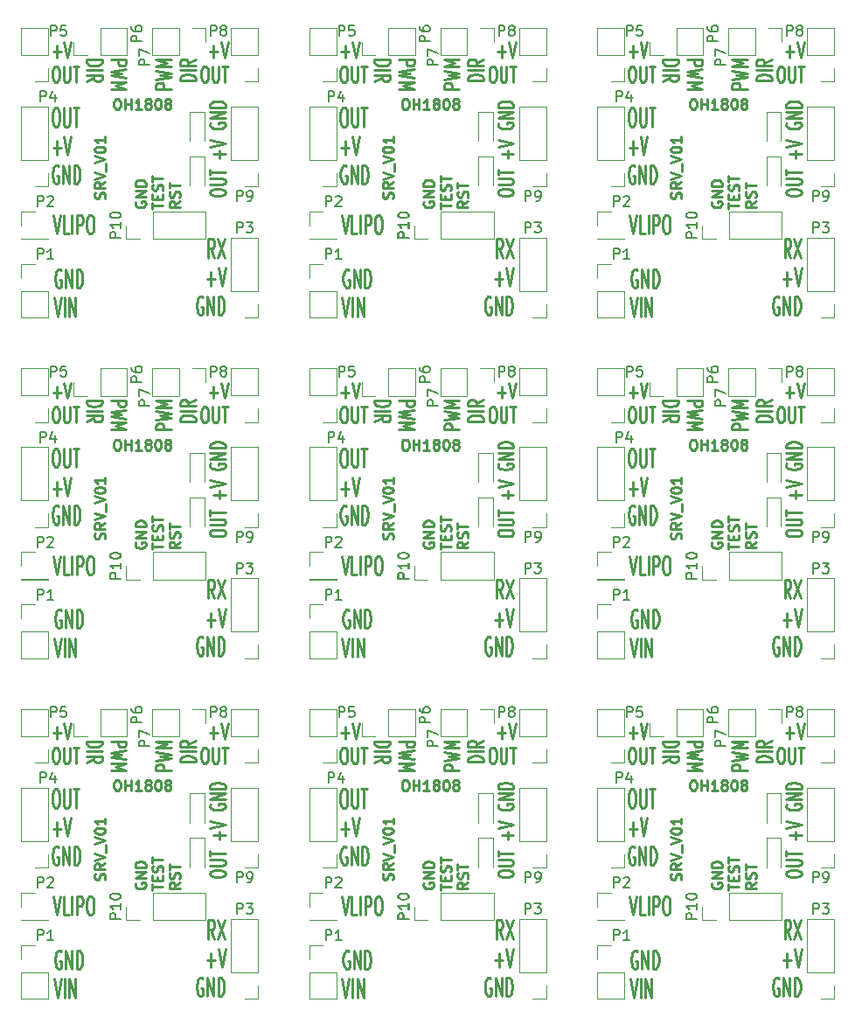
<source format=gbr>
%MOIN*%
%OFA0B0*%
%FSLAX46Y46*%
%IPPOS*%
%LPD*%
%ADD10C,0.0039370078740157488*%
%ADD11C,0.00984251968503937*%
%ADD12C,0.0047244094488188976*%
%ADD13C,0.0078740157480314977*%
%ADD14C,0.005905511811023622*%
%ADD25C,0.0039370078740157488*%
%ADD26C,0.00984251968503937*%
%ADD27C,0.0047244094488188976*%
%ADD28C,0.0078740157480314977*%
%ADD29C,0.005905511811023622*%
%ADD30C,0.0039370078740157488*%
%ADD31C,0.00984251968503937*%
%ADD32C,0.0047244094488188976*%
%ADD33C,0.0078740157480314977*%
%ADD34C,0.005905511811023622*%
%ADD35C,0.0039370078740157488*%
%ADD36C,0.00984251968503937*%
%ADD37C,0.0047244094488188976*%
%ADD38C,0.0078740157480314977*%
%ADD39C,0.005905511811023622*%
%ADD40C,0.0039370078740157488*%
%ADD41C,0.00984251968503937*%
%ADD42C,0.0047244094488188976*%
%ADD43C,0.0078740157480314977*%
%ADD44C,0.005905511811023622*%
%ADD45C,0.0039370078740157488*%
%ADD46C,0.00984251968503937*%
%ADD47C,0.0047244094488188976*%
%ADD48C,0.0078740157480314977*%
%ADD49C,0.005905511811023622*%
%ADD50C,0.0039370078740157488*%
%ADD51C,0.00984251968503937*%
%ADD52C,0.0047244094488188976*%
%ADD53C,0.0078740157480314977*%
%ADD54C,0.005905511811023622*%
%ADD55C,0.0039370078740157488*%
%ADD56C,0.00984251968503937*%
%ADD57C,0.0047244094488188976*%
%ADD58C,0.0078740157480314977*%
%ADD59C,0.005905511811023622*%
%ADD60C,0.0039370078740157488*%
%ADD61C,0.00984251968503937*%
%ADD62C,0.0047244094488188976*%
%ADD63C,0.0078740157480314977*%
%ADD64C,0.005905511811023622*%
G01G01*
D10*
D11*
X0000365935Y0000502827D02*
X0000367810Y0000508451D01*
X0000367810Y0000517825D01*
X0000365935Y0000521574D01*
X0000364060Y0000523449D01*
X0000360311Y0000525324D01*
X0000356561Y0000525324D01*
X0000352812Y0000523449D01*
X0000350937Y0000521574D01*
X0000349062Y0000517825D01*
X0000347187Y0000510326D01*
X0000345312Y0000506576D01*
X0000343438Y0000504701D01*
X0000339688Y0000502827D01*
X0000335939Y0000502827D01*
X0000332189Y0000504701D01*
X0000330314Y0000506576D01*
X0000328440Y0000510326D01*
X0000328440Y0000519699D01*
X0000330314Y0000525324D01*
X0000367810Y0000564694D02*
X0000349062Y0000551570D01*
X0000367810Y0000542197D02*
X0000328440Y0000542197D01*
X0000328440Y0000557195D01*
X0000330314Y0000560944D01*
X0000332189Y0000562819D01*
X0000335939Y0000564694D01*
X0000341563Y0000564694D01*
X0000345312Y0000562819D01*
X0000347187Y0000560944D01*
X0000349062Y0000557195D01*
X0000349062Y0000542197D01*
X0000328440Y0000575942D02*
X0000367810Y0000589066D01*
X0000328440Y0000602189D01*
X0000371559Y0000605939D02*
X0000371559Y0000635935D01*
X0000328440Y0000639684D02*
X0000367810Y0000652808D01*
X0000328440Y0000665931D01*
X0000328440Y0000686554D02*
X0000328440Y0000690303D01*
X0000330314Y0000694053D01*
X0000332189Y0000695927D01*
X0000335939Y0000697802D01*
X0000343438Y0000699677D01*
X0000352812Y0000699677D01*
X0000360311Y0000697802D01*
X0000364060Y0000695927D01*
X0000365935Y0000694053D01*
X0000367810Y0000690303D01*
X0000367810Y0000686554D01*
X0000365935Y0000682804D01*
X0000364060Y0000680929D01*
X0000360311Y0000679055D01*
X0000352812Y0000677180D01*
X0000343438Y0000677180D01*
X0000335939Y0000679055D01*
X0000332189Y0000680929D01*
X0000330314Y0000682804D01*
X0000328440Y0000686554D01*
X0000367810Y0000737172D02*
X0000367810Y0000714675D01*
X0000367810Y0000725924D02*
X0000328440Y0000725924D01*
X0000334064Y0000722174D01*
X0000337813Y0000718425D01*
X0000339688Y0000714675D01*
X0000410637Y0000881559D02*
X0000418136Y0000881559D01*
X0000421885Y0000879684D01*
X0000425635Y0000875935D01*
X0000427510Y0000868436D01*
X0000427510Y0000855312D01*
X0000425635Y0000847813D01*
X0000421885Y0000844064D01*
X0000418136Y0000842189D01*
X0000410637Y0000842189D01*
X0000406887Y0000844064D01*
X0000403138Y0000847813D01*
X0000401263Y0000855312D01*
X0000401263Y0000868436D01*
X0000403138Y0000875935D01*
X0000406887Y0000879684D01*
X0000410637Y0000881559D01*
X0000444383Y0000842189D02*
X0000444383Y0000881559D01*
X0000444383Y0000862812D02*
X0000466880Y0000862812D01*
X0000466880Y0000842189D02*
X0000466880Y0000881559D01*
X0000506250Y0000842189D02*
X0000483753Y0000842189D01*
X0000495001Y0000842189D02*
X0000495001Y0000881559D01*
X0000491252Y0000875935D01*
X0000487502Y0000872185D01*
X0000483753Y0000870311D01*
X0000528747Y0000864686D02*
X0000524997Y0000866561D01*
X0000523123Y0000868436D01*
X0000521248Y0000872185D01*
X0000521248Y0000874060D01*
X0000523123Y0000877810D01*
X0000524997Y0000879684D01*
X0000528747Y0000881559D01*
X0000536246Y0000881559D01*
X0000539996Y0000879684D01*
X0000541870Y0000877810D01*
X0000543745Y0000874060D01*
X0000543745Y0000872185D01*
X0000541870Y0000868436D01*
X0000539996Y0000866561D01*
X0000536246Y0000864686D01*
X0000528747Y0000864686D01*
X0000524997Y0000862812D01*
X0000523123Y0000860937D01*
X0000521248Y0000857187D01*
X0000521248Y0000849688D01*
X0000523123Y0000845939D01*
X0000524997Y0000844064D01*
X0000528747Y0000842189D01*
X0000536246Y0000842189D01*
X0000539996Y0000844064D01*
X0000541870Y0000845939D01*
X0000543745Y0000849688D01*
X0000543745Y0000857187D01*
X0000541870Y0000860937D01*
X0000539996Y0000862812D01*
X0000536246Y0000864686D01*
X0000568117Y0000881559D02*
X0000571867Y0000881559D01*
X0000575616Y0000879684D01*
X0000577491Y0000877810D01*
X0000579366Y0000874060D01*
X0000581240Y0000866561D01*
X0000581240Y0000857187D01*
X0000579366Y0000849688D01*
X0000577491Y0000845939D01*
X0000575616Y0000844064D01*
X0000571867Y0000842189D01*
X0000568117Y0000842189D01*
X0000564368Y0000844064D01*
X0000562493Y0000845939D01*
X0000560618Y0000849688D01*
X0000558743Y0000857187D01*
X0000558743Y0000866561D01*
X0000560618Y0000874060D01*
X0000562493Y0000877810D01*
X0000564368Y0000879684D01*
X0000568117Y0000881559D01*
X0000603738Y0000864686D02*
X0000599988Y0000866561D01*
X0000598113Y0000868436D01*
X0000596239Y0000872185D01*
X0000596239Y0000874060D01*
X0000598113Y0000877810D01*
X0000599988Y0000879684D01*
X0000603738Y0000881559D01*
X0000611237Y0000881559D01*
X0000614986Y0000879684D01*
X0000616861Y0000877810D01*
X0000618736Y0000874060D01*
X0000618736Y0000872185D01*
X0000616861Y0000868436D01*
X0000614986Y0000866561D01*
X0000611237Y0000864686D01*
X0000603738Y0000864686D01*
X0000599988Y0000862812D01*
X0000598113Y0000860937D01*
X0000596239Y0000857187D01*
X0000596239Y0000849688D01*
X0000598113Y0000845939D01*
X0000599988Y0000844064D01*
X0000603738Y0000842189D01*
X0000611237Y0000842189D01*
X0000614986Y0000844064D01*
X0000616861Y0000845939D01*
X0000618736Y0000849688D01*
X0000618736Y0000857187D01*
X0000616861Y0000860937D01*
X0000614986Y0000862812D01*
X0000611237Y0000864686D01*
X0000485354Y0000489996D02*
X0000483479Y0000486246D01*
X0000483479Y0000480622D01*
X0000485354Y0000474998D01*
X0000489103Y0000471248D01*
X0000492853Y0000469373D01*
X0000500352Y0000467498D01*
X0000505976Y0000467498D01*
X0000513475Y0000469373D01*
X0000517225Y0000471248D01*
X0000520974Y0000474998D01*
X0000522849Y0000480622D01*
X0000522849Y0000484371D01*
X0000520974Y0000489996D01*
X0000519099Y0000491870D01*
X0000505976Y0000491870D01*
X0000505976Y0000484371D01*
X0000522849Y0000508743D02*
X0000483479Y0000508743D01*
X0000522849Y0000531241D01*
X0000483479Y0000531241D01*
X0000522849Y0000549988D02*
X0000483479Y0000549988D01*
X0000483479Y0000559362D01*
X0000485354Y0000564986D01*
X0000489103Y0000568736D01*
X0000492853Y0000570611D01*
X0000500352Y0000572485D01*
X0000505976Y0000572485D01*
X0000513475Y0000570611D01*
X0000517225Y0000568736D01*
X0000520974Y0000564986D01*
X0000522849Y0000559362D01*
X0000522849Y0000549988D01*
X0000548440Y0000463749D02*
X0000548440Y0000486246D01*
X0000587810Y0000474998D02*
X0000548440Y0000474998D01*
X0000567187Y0000499370D02*
X0000567187Y0000512493D01*
X0000587810Y0000518117D02*
X0000587810Y0000499370D01*
X0000548440Y0000499370D01*
X0000548440Y0000518117D01*
X0000585935Y0000533115D02*
X0000587810Y0000538740D01*
X0000587810Y0000548113D01*
X0000585935Y0000551863D01*
X0000584060Y0000553738D01*
X0000580311Y0000555612D01*
X0000576561Y0000555612D01*
X0000572812Y0000553738D01*
X0000570937Y0000551863D01*
X0000569062Y0000548113D01*
X0000567187Y0000540614D01*
X0000565312Y0000536865D01*
X0000563438Y0000534990D01*
X0000559688Y0000533115D01*
X0000555939Y0000533115D01*
X0000552189Y0000534990D01*
X0000550314Y0000536865D01*
X0000548440Y0000540614D01*
X0000548440Y0000549988D01*
X0000550314Y0000555612D01*
X0000548440Y0000566861D02*
X0000548440Y0000589358D01*
X0000587810Y0000578110D02*
X0000548440Y0000578110D01*
X0000652770Y0000491870D02*
X0000634023Y0000478747D01*
X0000652770Y0000469373D02*
X0000613400Y0000469373D01*
X0000613400Y0000484371D01*
X0000615275Y0000488121D01*
X0000617150Y0000489996D01*
X0000620899Y0000491870D01*
X0000626524Y0000491870D01*
X0000630273Y0000489996D01*
X0000632148Y0000488121D01*
X0000634023Y0000484371D01*
X0000634023Y0000469373D01*
X0000650895Y0000506869D02*
X0000652770Y0000512493D01*
X0000652770Y0000521867D01*
X0000650895Y0000525616D01*
X0000649021Y0000527491D01*
X0000645271Y0000529366D01*
X0000641522Y0000529366D01*
X0000637772Y0000527491D01*
X0000635897Y0000525616D01*
X0000634023Y0000521867D01*
X0000632148Y0000514368D01*
X0000630273Y0000510618D01*
X0000628398Y0000508743D01*
X0000624649Y0000506869D01*
X0000620899Y0000506869D01*
X0000617150Y0000508743D01*
X0000615275Y0000510618D01*
X0000613400Y0000514368D01*
X0000613400Y0000523741D01*
X0000615275Y0000529366D01*
X0000613400Y0000540614D02*
X0000613400Y0000563112D01*
X0000652770Y0000551863D02*
X0000613400Y0000551863D01*
X0000785005Y0000276996D02*
X0000771882Y0000310742D01*
X0000762508Y0000276996D02*
X0000762508Y0000347862D01*
X0000777506Y0000347862D01*
X0000781255Y0000344488D01*
X0000783130Y0000341113D01*
X0000785005Y0000334364D01*
X0000785005Y0000324240D01*
X0000783130Y0000317491D01*
X0000781255Y0000314116D01*
X0000777506Y0000310742D01*
X0000762508Y0000310742D01*
X0000798128Y0000347862D02*
X0000824375Y0000276996D01*
X0000824375Y0000347862D02*
X0000798128Y0000276996D01*
X0000756883Y0000194938D02*
X0000786880Y0000194938D01*
X0000771882Y0000167941D02*
X0000771882Y0000221934D01*
X0000800003Y0000238807D02*
X0000813126Y0000167941D01*
X0000826250Y0000238807D01*
X0000740011Y0000126377D02*
X0000736261Y0000129752D01*
X0000730637Y0000129752D01*
X0000725012Y0000126377D01*
X0000721263Y0000119628D01*
X0000719388Y0000112879D01*
X0000717513Y0000099381D01*
X0000717513Y0000089257D01*
X0000719388Y0000075759D01*
X0000721263Y0000069010D01*
X0000725012Y0000062260D01*
X0000730637Y0000058886D01*
X0000734386Y0000058886D01*
X0000740011Y0000062260D01*
X0000741885Y0000065635D01*
X0000741885Y0000089257D01*
X0000734386Y0000089257D01*
X0000758758Y0000058886D02*
X0000758758Y0000129752D01*
X0000781255Y0000058886D01*
X0000781255Y0000129752D01*
X0000800003Y0000058886D02*
X0000800003Y0000129752D01*
X0000809377Y0000129752D01*
X0000815001Y0000126377D01*
X0000818751Y0000119628D01*
X0000820626Y0000112879D01*
X0000822500Y0000099381D01*
X0000822500Y0000089257D01*
X0000820626Y0000075759D01*
X0000818751Y0000069010D01*
X0000815001Y0000062260D01*
X0000809377Y0000058886D01*
X0000800003Y0000058886D01*
X0000199996Y0000229960D02*
X0000196246Y0000233335D01*
X0000190622Y0000233335D01*
X0000184997Y0000229960D01*
X0000181248Y0000223211D01*
X0000179373Y0000216462D01*
X0000177498Y0000202963D01*
X0000177498Y0000192840D01*
X0000179373Y0000179341D01*
X0000181248Y0000172592D01*
X0000184997Y0000165843D01*
X0000190622Y0000162468D01*
X0000194371Y0000162468D01*
X0000199996Y0000165843D01*
X0000201870Y0000169218D01*
X0000201870Y0000192840D01*
X0000194371Y0000192840D01*
X0000218743Y0000162468D02*
X0000218743Y0000233335D01*
X0000241240Y0000162468D01*
X0000241240Y0000233335D01*
X0000259988Y0000162468D02*
X0000259988Y0000233335D01*
X0000269362Y0000233335D01*
X0000274986Y0000229960D01*
X0000278736Y0000223211D01*
X0000280611Y0000216462D01*
X0000282485Y0000202963D01*
X0000282485Y0000192840D01*
X0000280611Y0000179341D01*
X0000278736Y0000172592D01*
X0000274986Y0000165843D01*
X0000269362Y0000162468D01*
X0000259988Y0000162468D01*
X0000173749Y0000124280D02*
X0000186872Y0000053413D01*
X0000199996Y0000124280D01*
X0000213119Y0000053413D02*
X0000213119Y0000124280D01*
X0000231867Y0000053413D02*
X0000231867Y0000124280D01*
X0000254364Y0000053413D01*
X0000254364Y0000124280D01*
X0000171259Y0000438807D02*
X0000184383Y0000367941D01*
X0000197506Y0000438807D01*
X0000229377Y0000367941D02*
X0000210629Y0000367941D01*
X0000210629Y0000438807D01*
X0000242500Y0000367941D02*
X0000242500Y0000438807D01*
X0000261248Y0000367941D02*
X0000261248Y0000438807D01*
X0000276246Y0000438807D01*
X0000279996Y0000435432D01*
X0000281870Y0000432058D01*
X0000283745Y0000425309D01*
X0000283745Y0000415185D01*
X0000281870Y0000408436D01*
X0000279996Y0000405061D01*
X0000276246Y0000401687D01*
X0000261248Y0000401687D01*
X0000308117Y0000438807D02*
X0000315616Y0000438807D01*
X0000319366Y0000435432D01*
X0000323115Y0000428683D01*
X0000324990Y0000415185D01*
X0000324990Y0000391563D01*
X0000323115Y0000378065D01*
X0000319366Y0000371316D01*
X0000315616Y0000367941D01*
X0000308117Y0000367941D01*
X0000304368Y0000371316D01*
X0000300618Y0000378065D01*
X0000298743Y0000391563D01*
X0000298743Y0000415185D01*
X0000300618Y0000428683D01*
X0000304368Y0000435432D01*
X0000308117Y0000438807D01*
X0000767660Y0000521919D02*
X0000767660Y0000529418D01*
X0000770472Y0000533168D01*
X0000776096Y0000536917D01*
X0000787345Y0000538792D01*
X0000807030Y0000538792D01*
X0000818278Y0000536917D01*
X0000823903Y0000533168D01*
X0000826715Y0000529418D01*
X0000826715Y0000521919D01*
X0000823903Y0000518170D01*
X0000818278Y0000514420D01*
X0000807030Y0000512545D01*
X0000787345Y0000512545D01*
X0000776096Y0000514420D01*
X0000770472Y0000518170D01*
X0000767660Y0000521919D01*
X0000767660Y0000555665D02*
X0000815466Y0000555665D01*
X0000821090Y0000557540D01*
X0000823903Y0000559414D01*
X0000826715Y0000563164D01*
X0000826715Y0000570663D01*
X0000823903Y0000574413D01*
X0000821090Y0000576287D01*
X0000815466Y0000578162D01*
X0000767660Y0000578162D01*
X0000767660Y0000591285D02*
X0000767660Y0000613783D01*
X0000826715Y0000602534D02*
X0000767660Y0000602534D01*
X0000804218Y0000656902D02*
X0000804218Y0000686899D01*
X0000826715Y0000671900D02*
X0000781720Y0000671900D01*
X0000767660Y0000700022D02*
X0000826715Y0000713145D01*
X0000767660Y0000726269D01*
X0000770472Y0000790011D02*
X0000767660Y0000786261D01*
X0000767660Y0000780637D01*
X0000770472Y0000775013D01*
X0000776096Y0000771263D01*
X0000781720Y0000769388D01*
X0000792969Y0000767513D01*
X0000801405Y0000767513D01*
X0000812654Y0000769388D01*
X0000818278Y0000771263D01*
X0000823903Y0000775013D01*
X0000826715Y0000780637D01*
X0000826715Y0000784386D01*
X0000823903Y0000790011D01*
X0000821090Y0000791885D01*
X0000801405Y0000791885D01*
X0000801405Y0000784386D01*
X0000826715Y0000808758D02*
X0000767660Y0000808758D01*
X0000826715Y0000831256D01*
X0000767660Y0000831256D01*
X0000826715Y0000850003D02*
X0000767660Y0000850003D01*
X0000767660Y0000859377D01*
X0000770472Y0000865001D01*
X0000776096Y0000868751D01*
X0000781720Y0000870626D01*
X0000792969Y0000872500D01*
X0000801405Y0000872500D01*
X0000812654Y0000870626D01*
X0000818278Y0000868751D01*
X0000823903Y0000865001D01*
X0000826715Y0000859377D01*
X0000826715Y0000850003D01*
X0000176872Y0000847862D02*
X0000184371Y0000847862D01*
X0000188121Y0000844488D01*
X0000191870Y0000837738D01*
X0000193745Y0000824240D01*
X0000193745Y0000800618D01*
X0000191870Y0000787120D01*
X0000188121Y0000780371D01*
X0000184371Y0000776996D01*
X0000176872Y0000776996D01*
X0000173123Y0000780371D01*
X0000169373Y0000787120D01*
X0000167498Y0000800618D01*
X0000167498Y0000824240D01*
X0000169373Y0000837738D01*
X0000173123Y0000844488D01*
X0000176872Y0000847862D01*
X0000210618Y0000847862D02*
X0000210618Y0000790494D01*
X0000212493Y0000783745D01*
X0000214368Y0000780371D01*
X0000218117Y0000776996D01*
X0000225616Y0000776996D01*
X0000229366Y0000780371D01*
X0000231240Y0000783745D01*
X0000233115Y0000790494D01*
X0000233115Y0000847862D01*
X0000246239Y0000847862D02*
X0000268736Y0000847862D01*
X0000257487Y0000776996D02*
X0000257487Y0000847862D01*
X0000169373Y0000694938D02*
X0000199369Y0000694938D01*
X0000184371Y0000667941D02*
X0000184371Y0000721934D01*
X0000212493Y0000738807D02*
X0000225616Y0000667941D01*
X0000238740Y0000738807D01*
X0000189996Y0000626377D02*
X0000186246Y0000629752D01*
X0000180622Y0000629752D01*
X0000174997Y0000626377D01*
X0000171248Y0000619628D01*
X0000169373Y0000612879D01*
X0000167498Y0000599381D01*
X0000167498Y0000589257D01*
X0000169373Y0000575759D01*
X0000171248Y0000569010D01*
X0000174997Y0000562260D01*
X0000180622Y0000558886D01*
X0000184371Y0000558886D01*
X0000189996Y0000562260D01*
X0000191870Y0000565635D01*
X0000191870Y0000589257D01*
X0000184371Y0000589257D01*
X0000208743Y0000558886D02*
X0000208743Y0000629752D01*
X0000231240Y0000558886D01*
X0000231240Y0000629752D01*
X0000249988Y0000558886D02*
X0000249988Y0000629752D01*
X0000259362Y0000629752D01*
X0000264986Y0000626377D01*
X0000268736Y0000619628D01*
X0000270611Y0000612879D01*
X0000272485Y0000599381D01*
X0000272485Y0000589257D01*
X0000270611Y0000575759D01*
X0000268736Y0000569010D01*
X0000264986Y0000562260D01*
X0000259362Y0000558886D01*
X0000249988Y0000558886D01*
X0000620455Y0000920014D02*
X0000561400Y0000920014D01*
X0000561400Y0000935013D01*
X0000564212Y0000938762D01*
X0000567024Y0000940637D01*
X0000572648Y0000942512D01*
X0000581085Y0000942512D01*
X0000586709Y0000940637D01*
X0000589521Y0000938762D01*
X0000592333Y0000935013D01*
X0000592333Y0000920014D01*
X0000561400Y0000955635D02*
X0000620455Y0000965009D01*
X0000578273Y0000972508D01*
X0000620455Y0000980007D01*
X0000561400Y0000989381D01*
X0000620455Y0001004379D02*
X0000561400Y0001004379D01*
X0000603582Y0001017502D01*
X0000561400Y0001030626D01*
X0000620455Y0001030626D01*
X0000712975Y0000951885D02*
X0000653919Y0000951885D01*
X0000653919Y0000961259D01*
X0000656732Y0000966884D01*
X0000662356Y0000970633D01*
X0000667980Y0000972508D01*
X0000679229Y0000974383D01*
X0000687665Y0000974383D01*
X0000698914Y0000972508D01*
X0000704538Y0000970633D01*
X0000710162Y0000966884D01*
X0000712975Y0000961259D01*
X0000712975Y0000951885D01*
X0000712975Y0000991256D02*
X0000653919Y0000991256D01*
X0000712975Y0001032500D02*
X0000684853Y0001019377D01*
X0000712975Y0001010003D02*
X0000653919Y0001010003D01*
X0000653919Y0001025001D01*
X0000656732Y0001028751D01*
X0000659544Y0001030626D01*
X0000665168Y0001032500D01*
X0000673605Y0001032500D01*
X0000679229Y0001030626D01*
X0000682041Y0001028751D01*
X0000684853Y0001025001D01*
X0000684853Y0001010003D01*
X0000389544Y0001030626D02*
X0000448599Y0001030626D01*
X0000448599Y0001015627D01*
X0000445787Y0001011878D01*
X0000442975Y0001010003D01*
X0000437350Y0001008128D01*
X0000428914Y0001008128D01*
X0000423290Y0001010003D01*
X0000420477Y0001011878D01*
X0000417665Y0001015627D01*
X0000417665Y0001030626D01*
X0000448599Y0000995005D02*
X0000389544Y0000985631D01*
X0000431726Y0000978132D01*
X0000389544Y0000970633D01*
X0000448599Y0000961259D01*
X0000389544Y0000946261D02*
X0000448599Y0000946261D01*
X0000406417Y0000933138D01*
X0000448599Y0000920014D01*
X0000389544Y0000920014D01*
X0000297024Y0001030626D02*
X0000356079Y0001030626D01*
X0000356079Y0001021252D01*
X0000353267Y0001015627D01*
X0000347643Y0001011878D01*
X0000342018Y0001010003D01*
X0000330770Y0001008128D01*
X0000322333Y0001008128D01*
X0000311085Y0001010003D01*
X0000305461Y0001011878D01*
X0000299836Y0001015627D01*
X0000297024Y0001021252D01*
X0000297024Y0001030626D01*
X0000297024Y0000991256D02*
X0000356079Y0000991256D01*
X0000297024Y0000950011D02*
X0000325146Y0000963134D01*
X0000297024Y0000972508D02*
X0000356079Y0000972508D01*
X0000356079Y0000957510D01*
X0000353267Y0000953760D01*
X0000350455Y0000951885D01*
X0000344831Y0000950011D01*
X0000336394Y0000950011D01*
X0000330770Y0000951885D01*
X0000327958Y0000953760D01*
X0000325146Y0000957510D01*
X0000325146Y0000972508D01*
X0000766883Y0001062041D02*
X0000796880Y0001062041D01*
X0000781882Y0001039544D02*
X0000781882Y0001084538D01*
X0000810003Y0001098599D02*
X0000823126Y0001039544D01*
X0000836250Y0001098599D01*
X0000744386Y0001006079D02*
X0000751885Y0001006079D01*
X0000755635Y0001003267D01*
X0000759384Y0000997643D01*
X0000761259Y0000986394D01*
X0000761259Y0000966709D01*
X0000759384Y0000955461D01*
X0000755635Y0000949836D01*
X0000751885Y0000947024D01*
X0000744386Y0000947024D01*
X0000740637Y0000949836D01*
X0000736887Y0000955461D01*
X0000735012Y0000966709D01*
X0000735012Y0000986394D01*
X0000736887Y0000997643D01*
X0000740637Y0001003267D01*
X0000744386Y0001006079D01*
X0000778132Y0001006079D02*
X0000778132Y0000958273D01*
X0000780007Y0000952648D01*
X0000781882Y0000949836D01*
X0000785631Y0000947024D01*
X0000793130Y0000947024D01*
X0000796880Y0000949836D01*
X0000798755Y0000952648D01*
X0000800629Y0000958273D01*
X0000800629Y0001006079D01*
X0000813753Y0001006079D02*
X0000836250Y0001006079D01*
X0000825001Y0000947024D02*
X0000825001Y0001006079D01*
X0000169373Y0001062041D02*
X0000199369Y0001062041D01*
X0000184371Y0001039544D02*
X0000184371Y0001084538D01*
X0000212493Y0001098599D02*
X0000225616Y0001039544D01*
X0000238740Y0001098599D01*
X0000176872Y0001006079D02*
X0000184371Y0001006079D01*
X0000188121Y0001003267D01*
X0000191870Y0000997643D01*
X0000193745Y0000986394D01*
X0000193745Y0000966709D01*
X0000191870Y0000955461D01*
X0000188121Y0000949836D01*
X0000184371Y0000947024D01*
X0000176872Y0000947024D01*
X0000173123Y0000949836D01*
X0000169373Y0000955461D01*
X0000167498Y0000966709D01*
X0000167498Y0000986394D01*
X0000169373Y0000997643D01*
X0000173123Y0001003267D01*
X0000176872Y0001006079D01*
X0000210618Y0001006079D02*
X0000210618Y0000958273D01*
X0000212493Y0000952648D01*
X0000214368Y0000949836D01*
X0000218117Y0000947024D01*
X0000225616Y0000947024D01*
X0000229366Y0000949836D01*
X0000231240Y0000952648D01*
X0000233115Y0000958273D01*
X0000233115Y0001006079D01*
X0000246239Y0001006079D02*
X0000268736Y0001006079D01*
X0000257487Y0000947024D02*
X0000257487Y0001006079D01*
D12*
X0000747558Y0000830866D02*
X0000692440Y0000830866D01*
X0000692440Y0000830866D02*
X0000692440Y0000720629D01*
X0000747558Y0000830866D02*
X0000747558Y0000720629D01*
X0000747558Y0000660866D02*
X0000692440Y0000660866D01*
X0000692440Y0000660866D02*
X0000692440Y0000550629D01*
X0000747558Y0000660866D02*
X0000747558Y0000550629D01*
X0000047637Y0000047637D02*
X0000152362Y0000047637D01*
X0000047637Y0000149999D02*
X0000047637Y0000047637D01*
X0000152362Y0000149999D02*
X0000152362Y0000047637D01*
X0000047637Y0000149999D02*
X0000152362Y0000149999D01*
X0000047637Y0000199999D02*
X0000047637Y0000252362D01*
X0000047637Y0000252362D02*
X0000099999Y0000252362D01*
X0000047637Y0000347637D02*
X0000152362Y0000347637D01*
X0000047637Y0000349999D02*
X0000047637Y0000347637D01*
X0000152362Y0000349999D02*
X0000152362Y0000347637D01*
X0000047637Y0000349999D02*
X0000152362Y0000349999D01*
X0000047637Y0000399999D02*
X0000047637Y0000452362D01*
X0000047637Y0000452362D02*
X0000099999Y0000452362D01*
X0000952362Y0000352362D02*
X0000847637Y0000352362D01*
X0000952362Y0000149999D02*
X0000952362Y0000352362D01*
X0000847637Y0000149999D02*
X0000847637Y0000352362D01*
X0000952362Y0000149999D02*
X0000847637Y0000149999D01*
X0000952362Y0000099999D02*
X0000952362Y0000047637D01*
X0000952362Y0000047637D02*
X0000899999Y0000047637D01*
X0000152362Y0000852362D02*
X0000047637Y0000852362D01*
X0000152362Y0000649999D02*
X0000152362Y0000852362D01*
X0000047637Y0000649999D02*
X0000047637Y0000852362D01*
X0000152362Y0000649999D02*
X0000047637Y0000649999D01*
X0000152362Y0000599999D02*
X0000152362Y0000547637D01*
X0000152362Y0000547637D02*
X0000099999Y0000547637D01*
X0000152362Y0001152362D02*
X0000047637Y0001152362D01*
X0000152362Y0001049999D02*
X0000152362Y0001152362D01*
X0000047637Y0001049999D02*
X0000047637Y0001152362D01*
X0000152362Y0001049999D02*
X0000047637Y0001049999D01*
X0000152362Y0000999999D02*
X0000152362Y0000947637D01*
X0000152362Y0000947637D02*
X0000099999Y0000947637D01*
X0000452362Y0001047637D02*
X0000452362Y0001152362D01*
X0000349999Y0001047637D02*
X0000452362Y0001047637D01*
X0000349999Y0001152362D02*
X0000452362Y0001152362D01*
X0000349999Y0001047637D02*
X0000349999Y0001152362D01*
X0000299999Y0001047637D02*
X0000247637Y0001047637D01*
X0000247637Y0001047637D02*
X0000247637Y0001099999D01*
X0000547637Y0001152362D02*
X0000547637Y0001047637D01*
X0000649999Y0001152362D02*
X0000547637Y0001152362D01*
X0000649999Y0001047637D02*
X0000547637Y0001047637D01*
X0000649999Y0001152362D02*
X0000649999Y0001047637D01*
X0000699999Y0001152362D02*
X0000752362Y0001152362D01*
X0000752362Y0001152362D02*
X0000752362Y0001099999D01*
X0000952362Y0001152362D02*
X0000847637Y0001152362D01*
X0000952362Y0001049999D02*
X0000952362Y0001152362D01*
X0000847637Y0001049999D02*
X0000847637Y0001152362D01*
X0000952362Y0001049999D02*
X0000847637Y0001049999D01*
X0000952362Y0000999999D02*
X0000952362Y0000947637D01*
X0000952362Y0000947637D02*
X0000899999Y0000947637D01*
X0000952362Y0000852362D02*
X0000847637Y0000852362D01*
X0000952362Y0000649999D02*
X0000952362Y0000852362D01*
X0000847637Y0000649999D02*
X0000847637Y0000852362D01*
X0000952362Y0000649999D02*
X0000847637Y0000649999D01*
X0000952362Y0000599999D02*
X0000952362Y0000547637D01*
X0000952362Y0000547637D02*
X0000899999Y0000547637D01*
X0000752362Y0000347637D02*
X0000752362Y0000452362D01*
X0000549999Y0000347637D02*
X0000752362Y0000347637D01*
X0000549999Y0000452362D02*
X0000752362Y0000452362D01*
X0000549999Y0000347637D02*
X0000549999Y0000452362D01*
X0000499999Y0000347637D02*
X0000447637Y0000347637D01*
X0000447637Y0000347637D02*
X0000447637Y0000399999D01*
D13*
X0000110940Y0000272189D02*
X0000110940Y0000311559D01*
X0000125939Y0000311559D01*
X0000129688Y0000309684D01*
X0000131563Y0000307810D01*
X0000133438Y0000304060D01*
X0000133438Y0000298436D01*
X0000131563Y0000294686D01*
X0000129688Y0000292812D01*
X0000125939Y0000290937D01*
X0000110940Y0000290937D01*
X0000170933Y0000272189D02*
X0000148436Y0000272189D01*
X0000159684Y0000272189D02*
X0000159684Y0000311559D01*
X0000155935Y0000305935D01*
X0000152185Y0000302185D01*
X0000148436Y0000300311D01*
X0000110940Y0000472189D02*
X0000110940Y0000511559D01*
X0000125939Y0000511559D01*
X0000129688Y0000509684D01*
X0000131563Y0000507810D01*
X0000133438Y0000504060D01*
X0000133438Y0000498436D01*
X0000131563Y0000494686D01*
X0000129688Y0000492812D01*
X0000125939Y0000490937D01*
X0000110940Y0000490937D01*
X0000148436Y0000507810D02*
X0000150311Y0000509684D01*
X0000154060Y0000511559D01*
X0000163434Y0000511559D01*
X0000167183Y0000509684D01*
X0000169058Y0000507810D01*
X0000170933Y0000504060D01*
X0000170933Y0000500311D01*
X0000169058Y0000494686D01*
X0000146561Y0000472189D01*
X0000170933Y0000472189D01*
X0000870940Y0000372189D02*
X0000870940Y0000411559D01*
X0000885939Y0000411559D01*
X0000889688Y0000409684D01*
X0000891563Y0000407810D01*
X0000893438Y0000404060D01*
X0000893438Y0000398436D01*
X0000891563Y0000394686D01*
X0000889688Y0000392812D01*
X0000885939Y0000390937D01*
X0000870940Y0000390937D01*
X0000906561Y0000411559D02*
X0000930933Y0000411559D01*
X0000917810Y0000396561D01*
X0000923434Y0000396561D01*
X0000927183Y0000394686D01*
X0000929058Y0000392812D01*
X0000930933Y0000389062D01*
X0000930933Y0000379688D01*
X0000929058Y0000375939D01*
X0000927183Y0000374064D01*
X0000923434Y0000372189D01*
X0000912185Y0000372189D01*
X0000908436Y0000374064D01*
X0000906561Y0000375939D01*
X0000120940Y0000872189D02*
X0000120940Y0000911559D01*
X0000135939Y0000911559D01*
X0000139688Y0000909684D01*
X0000141563Y0000907810D01*
X0000143438Y0000904060D01*
X0000143438Y0000898436D01*
X0000141563Y0000894686D01*
X0000139688Y0000892812D01*
X0000135939Y0000890937D01*
X0000120940Y0000890937D01*
X0000177183Y0000898436D02*
X0000177183Y0000872189D01*
X0000167810Y0000913434D02*
X0000158436Y0000885312D01*
X0000182808Y0000885312D01*
X0000160940Y0001122189D02*
X0000160940Y0001161559D01*
X0000175939Y0001161559D01*
X0000179688Y0001159684D01*
X0000181563Y0001157810D01*
X0000183438Y0001154060D01*
X0000183438Y0001148436D01*
X0000181563Y0001144686D01*
X0000179688Y0001142812D01*
X0000175939Y0001140937D01*
X0000160940Y0001140937D01*
X0000219058Y0001161559D02*
X0000200311Y0001161559D01*
X0000198436Y0001142812D01*
X0000200311Y0001144686D01*
X0000204060Y0001146561D01*
X0000213434Y0001146561D01*
X0000217183Y0001144686D01*
X0000219058Y0001142812D01*
X0000220933Y0001139062D01*
X0000220933Y0001129688D01*
X0000219058Y0001125939D01*
X0000217183Y0001124064D01*
X0000213434Y0001122189D01*
X0000204060Y0001122189D01*
X0000200311Y0001124064D01*
X0000198436Y0001125939D01*
X0000507810Y0001100941D02*
X0000468440Y0001100941D01*
X0000468440Y0001115939D01*
X0000470314Y0001119688D01*
X0000472189Y0001121563D01*
X0000475939Y0001123438D01*
X0000481563Y0001123438D01*
X0000485312Y0001121563D01*
X0000487187Y0001119688D01*
X0000489062Y0001115939D01*
X0000489062Y0001100941D01*
X0000468440Y0001157184D02*
X0000468440Y0001149684D01*
X0000470314Y0001145935D01*
X0000472189Y0001144060D01*
X0000477813Y0001140311D01*
X0000485312Y0001138436D01*
X0000500311Y0001138436D01*
X0000504060Y0001140311D01*
X0000505935Y0001142185D01*
X0000507810Y0001145935D01*
X0000507810Y0001153434D01*
X0000505935Y0001157184D01*
X0000504060Y0001159058D01*
X0000500311Y0001160933D01*
X0000490937Y0001160933D01*
X0000487187Y0001159058D01*
X0000485312Y0001157184D01*
X0000483438Y0001153434D01*
X0000483438Y0001145935D01*
X0000485312Y0001142185D01*
X0000487187Y0001140311D01*
X0000490937Y0001138436D01*
X0000537810Y0001010941D02*
X0000498440Y0001010941D01*
X0000498440Y0001025939D01*
X0000500314Y0001029688D01*
X0000502189Y0001031563D01*
X0000505939Y0001033438D01*
X0000511563Y0001033438D01*
X0000515312Y0001031563D01*
X0000517187Y0001029688D01*
X0000519062Y0001025939D01*
X0000519062Y0001010941D01*
X0000498440Y0001046561D02*
X0000498440Y0001072808D01*
X0000537810Y0001055935D01*
X0000770940Y0001122189D02*
X0000770940Y0001161559D01*
X0000785939Y0001161559D01*
X0000789688Y0001159684D01*
X0000791563Y0001157810D01*
X0000793438Y0001154060D01*
X0000793438Y0001148436D01*
X0000791563Y0001144686D01*
X0000789688Y0001142812D01*
X0000785939Y0001140937D01*
X0000770940Y0001140937D01*
X0000815935Y0001144686D02*
X0000812185Y0001146561D01*
X0000810311Y0001148436D01*
X0000808436Y0001152185D01*
X0000808436Y0001154060D01*
X0000810311Y0001157810D01*
X0000812185Y0001159684D01*
X0000815935Y0001161559D01*
X0000823434Y0001161559D01*
X0000827183Y0001159684D01*
X0000829058Y0001157810D01*
X0000830933Y0001154060D01*
X0000830933Y0001152185D01*
X0000829058Y0001148436D01*
X0000827183Y0001146561D01*
X0000823434Y0001144686D01*
X0000815935Y0001144686D01*
X0000812185Y0001142812D01*
X0000810311Y0001140937D01*
X0000808436Y0001137187D01*
X0000808436Y0001129688D01*
X0000810311Y0001125939D01*
X0000812185Y0001124064D01*
X0000815935Y0001122189D01*
X0000823434Y0001122189D01*
X0000827183Y0001124064D01*
X0000829058Y0001125939D01*
X0000830933Y0001129688D01*
X0000830933Y0001137187D01*
X0000829058Y0001140937D01*
X0000827183Y0001142812D01*
X0000823434Y0001144686D01*
X0000870940Y0000492189D02*
X0000870940Y0000531559D01*
X0000885939Y0000531559D01*
X0000889688Y0000529684D01*
X0000891563Y0000527810D01*
X0000893438Y0000524060D01*
X0000893438Y0000518436D01*
X0000891563Y0000514686D01*
X0000889688Y0000512812D01*
X0000885939Y0000510937D01*
X0000870940Y0000510937D01*
X0000912185Y0000492189D02*
X0000919684Y0000492189D01*
X0000923434Y0000494064D01*
X0000925309Y0000495939D01*
X0000929058Y0000501563D01*
X0000930933Y0000509062D01*
X0000930933Y0000524060D01*
X0000929058Y0000527810D01*
X0000927183Y0000529684D01*
X0000923434Y0000531559D01*
X0000915935Y0000531559D01*
X0000912185Y0000529684D01*
X0000910311Y0000527810D01*
X0000908436Y0000524060D01*
X0000908436Y0000514686D01*
X0000910311Y0000510937D01*
X0000912185Y0000509062D01*
X0000915935Y0000507187D01*
X0000923434Y0000507187D01*
X0000927183Y0000509062D01*
X0000929058Y0000510937D01*
X0000930933Y0000514686D01*
D14*
X0000426077Y0000352193D02*
X0000386707Y0000352193D01*
X0000386707Y0000367191D01*
X0000388582Y0000370941D01*
X0000390457Y0000372815D01*
X0000394206Y0000374690D01*
X0000399831Y0000374690D01*
X0000403580Y0000372815D01*
X0000405455Y0000370941D01*
X0000407330Y0000367191D01*
X0000407330Y0000352193D01*
X0000426077Y0000412185D02*
X0000426077Y0000389688D01*
X0000426077Y0000400937D02*
X0000386707Y0000400937D01*
X0000392332Y0000397187D01*
X0000396081Y0000393438D01*
X0000397956Y0000389688D01*
X0000386707Y0000436557D02*
X0000386707Y0000440307D01*
X0000388582Y0000444056D01*
X0000390457Y0000445931D01*
X0000394206Y0000447806D01*
X0000401705Y0000449681D01*
X0000411079Y0000449681D01*
X0000418578Y0000447806D01*
X0000422328Y0000445931D01*
X0000424203Y0000444056D01*
X0000426077Y0000440307D01*
X0000426077Y0000436557D01*
X0000424203Y0000432808D01*
X0000422328Y0000430933D01*
X0000418578Y0000429058D01*
X0000411079Y0000427184D01*
X0000401705Y0000427184D01*
X0000394206Y0000429058D01*
X0000390457Y0000430933D01*
X0000388582Y0000432808D01*
X0000386707Y0000436557D01*
D13*
X0000427810Y0000352193D02*
X0000388440Y0000352193D01*
X0000388440Y0000367191D01*
X0000390314Y0000370941D01*
X0000392189Y0000372815D01*
X0000395939Y0000374690D01*
X0000401563Y0000374690D01*
X0000405312Y0000372815D01*
X0000407187Y0000370941D01*
X0000409062Y0000367191D01*
X0000409062Y0000352193D01*
X0000427810Y0000412185D02*
X0000427810Y0000389688D01*
X0000427810Y0000400937D02*
X0000388440Y0000400937D01*
X0000394064Y0000397187D01*
X0000397813Y0000393438D01*
X0000399688Y0000389688D01*
X0000388440Y0000436557D02*
X0000388440Y0000440307D01*
X0000390314Y0000444056D01*
X0000392189Y0000445931D01*
X0000395939Y0000447806D01*
X0000403438Y0000449681D01*
X0000412812Y0000449681D01*
X0000420311Y0000447806D01*
X0000424060Y0000445931D01*
X0000425935Y0000444056D01*
X0000427810Y0000440307D01*
X0000427810Y0000436557D01*
X0000425935Y0000432808D01*
X0000424060Y0000430933D01*
X0000420311Y0000429058D01*
X0000412812Y0000427184D01*
X0000403438Y0000427184D01*
X0000395939Y0000429058D01*
X0000392189Y0000430933D01*
X0000390314Y0000432808D01*
X0000388440Y0000436557D01*
G04 next file*
G04 #@! TF.FileFunction,Legend,Top*
G04 Gerber Fmt 4.6, Leading zero omitted, Abs format (unit mm)*
G04 Created by KiCad (PCBNEW (2015-09-22 BZR 6208)-product) date 14.8.2018 10:54:20*
G01G01*
G04 APERTURE LIST*
G04 APERTURE END LIST*
D25*
D26*
X0000365935Y0001801252D02*
X0000367810Y0001806876D01*
X0000367810Y0001816250D01*
X0000365935Y0001819999D01*
X0000364060Y0001821874D01*
X0000360311Y0001823749D01*
X0000356561Y0001823749D01*
X0000352812Y0001821874D01*
X0000350937Y0001819999D01*
X0000349062Y0001816250D01*
X0000347187Y0001808751D01*
X0000345312Y0001805001D01*
X0000343438Y0001803126D01*
X0000339688Y0001801252D01*
X0000335939Y0001801252D01*
X0000332189Y0001803126D01*
X0000330314Y0001805001D01*
X0000328440Y0001808751D01*
X0000328440Y0001818124D01*
X0000330314Y0001823749D01*
X0000367810Y0001863119D02*
X0000349062Y0001849995D01*
X0000367810Y0001840622D02*
X0000328440Y0001840622D01*
X0000328440Y0001855620D01*
X0000330314Y0001859369D01*
X0000332189Y0001861244D01*
X0000335939Y0001863119D01*
X0000341563Y0001863119D01*
X0000345312Y0001861244D01*
X0000347187Y0001859369D01*
X0000349062Y0001855620D01*
X0000349062Y0001840622D01*
X0000328440Y0001874367D02*
X0000367810Y0001887491D01*
X0000328440Y0001900614D01*
X0000371559Y0001904364D02*
X0000371559Y0001934360D01*
X0000328440Y0001938109D02*
X0000367810Y0001951233D01*
X0000328440Y0001964356D01*
X0000328440Y0001984979D02*
X0000328440Y0001988728D01*
X0000330314Y0001992478D01*
X0000332189Y0001994352D01*
X0000335939Y0001996227D01*
X0000343438Y0001998102D01*
X0000352812Y0001998102D01*
X0000360311Y0001996227D01*
X0000364060Y0001994352D01*
X0000365935Y0001992478D01*
X0000367810Y0001988728D01*
X0000367810Y0001984979D01*
X0000365935Y0001981229D01*
X0000364060Y0001979354D01*
X0000360311Y0001977480D01*
X0000352812Y0001975605D01*
X0000343438Y0001975605D01*
X0000335939Y0001977480D01*
X0000332189Y0001979354D01*
X0000330314Y0001981229D01*
X0000328440Y0001984979D01*
X0000367810Y0002035597D02*
X0000367810Y0002013100D01*
X0000367810Y0002024349D02*
X0000328440Y0002024349D01*
X0000334064Y0002020599D01*
X0000337813Y0002016850D01*
X0000339688Y0002013100D01*
X0000410637Y0002179984D02*
X0000418136Y0002179984D01*
X0000421885Y0002178109D01*
X0000425635Y0002174360D01*
X0000427510Y0002166861D01*
X0000427510Y0002153737D01*
X0000425635Y0002146238D01*
X0000421885Y0002142489D01*
X0000418136Y0002140614D01*
X0000410637Y0002140614D01*
X0000406887Y0002142489D01*
X0000403138Y0002146238D01*
X0000401263Y0002153737D01*
X0000401263Y0002166861D01*
X0000403138Y0002174360D01*
X0000406887Y0002178109D01*
X0000410637Y0002179984D01*
X0000444383Y0002140614D02*
X0000444383Y0002179984D01*
X0000444383Y0002161237D02*
X0000466880Y0002161237D01*
X0000466880Y0002140614D02*
X0000466880Y0002179984D01*
X0000506250Y0002140614D02*
X0000483753Y0002140614D01*
X0000495001Y0002140614D02*
X0000495001Y0002179984D01*
X0000491252Y0002174360D01*
X0000487502Y0002170610D01*
X0000483753Y0002168736D01*
X0000528747Y0002163111D02*
X0000524997Y0002164986D01*
X0000523123Y0002166861D01*
X0000521248Y0002170610D01*
X0000521248Y0002172485D01*
X0000523123Y0002176235D01*
X0000524997Y0002178109D01*
X0000528747Y0002179984D01*
X0000536246Y0002179984D01*
X0000539996Y0002178109D01*
X0000541870Y0002176235D01*
X0000543745Y0002172485D01*
X0000543745Y0002170610D01*
X0000541870Y0002166861D01*
X0000539996Y0002164986D01*
X0000536246Y0002163111D01*
X0000528747Y0002163111D01*
X0000524997Y0002161237D01*
X0000523123Y0002159362D01*
X0000521248Y0002155612D01*
X0000521248Y0002148113D01*
X0000523123Y0002144364D01*
X0000524997Y0002142489D01*
X0000528747Y0002140614D01*
X0000536246Y0002140614D01*
X0000539996Y0002142489D01*
X0000541870Y0002144364D01*
X0000543745Y0002148113D01*
X0000543745Y0002155612D01*
X0000541870Y0002159362D01*
X0000539996Y0002161237D01*
X0000536246Y0002163111D01*
X0000568117Y0002179984D02*
X0000571867Y0002179984D01*
X0000575616Y0002178109D01*
X0000577491Y0002176235D01*
X0000579366Y0002172485D01*
X0000581240Y0002164986D01*
X0000581240Y0002155612D01*
X0000579366Y0002148113D01*
X0000577491Y0002144364D01*
X0000575616Y0002142489D01*
X0000571867Y0002140614D01*
X0000568117Y0002140614D01*
X0000564368Y0002142489D01*
X0000562493Y0002144364D01*
X0000560618Y0002148113D01*
X0000558743Y0002155612D01*
X0000558743Y0002164986D01*
X0000560618Y0002172485D01*
X0000562493Y0002176235D01*
X0000564368Y0002178109D01*
X0000568117Y0002179984D01*
X0000603738Y0002163111D02*
X0000599988Y0002164986D01*
X0000598113Y0002166861D01*
X0000596239Y0002170610D01*
X0000596239Y0002172485D01*
X0000598113Y0002176235D01*
X0000599988Y0002178109D01*
X0000603738Y0002179984D01*
X0000611237Y0002179984D01*
X0000614986Y0002178109D01*
X0000616861Y0002176235D01*
X0000618736Y0002172485D01*
X0000618736Y0002170610D01*
X0000616861Y0002166861D01*
X0000614986Y0002164986D01*
X0000611237Y0002163111D01*
X0000603738Y0002163111D01*
X0000599988Y0002161237D01*
X0000598113Y0002159362D01*
X0000596239Y0002155612D01*
X0000596239Y0002148113D01*
X0000598113Y0002144364D01*
X0000599988Y0002142489D01*
X0000603738Y0002140614D01*
X0000611237Y0002140614D01*
X0000614986Y0002142489D01*
X0000616861Y0002144364D01*
X0000618736Y0002148113D01*
X0000618736Y0002155612D01*
X0000616861Y0002159362D01*
X0000614986Y0002161237D01*
X0000611237Y0002163111D01*
X0000485354Y0001788421D02*
X0000483479Y0001784671D01*
X0000483479Y0001779047D01*
X0000485354Y0001773423D01*
X0000489103Y0001769673D01*
X0000492853Y0001767798D01*
X0000500352Y0001765923D01*
X0000505976Y0001765923D01*
X0000513475Y0001767798D01*
X0000517225Y0001769673D01*
X0000520974Y0001773423D01*
X0000522849Y0001779047D01*
X0000522849Y0001782796D01*
X0000520974Y0001788421D01*
X0000519099Y0001790295D01*
X0000505976Y0001790295D01*
X0000505976Y0001782796D01*
X0000522849Y0001807168D02*
X0000483479Y0001807168D01*
X0000522849Y0001829666D01*
X0000483479Y0001829666D01*
X0000522849Y0001848413D02*
X0000483479Y0001848413D01*
X0000483479Y0001857787D01*
X0000485354Y0001863411D01*
X0000489103Y0001867161D01*
X0000492853Y0001869036D01*
X0000500352Y0001870910D01*
X0000505976Y0001870910D01*
X0000513475Y0001869036D01*
X0000517225Y0001867161D01*
X0000520974Y0001863411D01*
X0000522849Y0001857787D01*
X0000522849Y0001848413D01*
X0000548440Y0001762174D02*
X0000548440Y0001784671D01*
X0000587810Y0001773423D02*
X0000548440Y0001773423D01*
X0000567187Y0001797795D02*
X0000567187Y0001810918D01*
X0000587810Y0001816542D02*
X0000587810Y0001797795D01*
X0000548440Y0001797795D01*
X0000548440Y0001816542D01*
X0000585935Y0001831540D02*
X0000587810Y0001837165D01*
X0000587810Y0001846538D01*
X0000585935Y0001850288D01*
X0000584060Y0001852163D01*
X0000580311Y0001854037D01*
X0000576561Y0001854037D01*
X0000572812Y0001852163D01*
X0000570937Y0001850288D01*
X0000569062Y0001846538D01*
X0000567187Y0001839039D01*
X0000565312Y0001835290D01*
X0000563438Y0001833415D01*
X0000559688Y0001831540D01*
X0000555939Y0001831540D01*
X0000552189Y0001833415D01*
X0000550314Y0001835290D01*
X0000548440Y0001839039D01*
X0000548440Y0001848413D01*
X0000550314Y0001854037D01*
X0000548440Y0001865286D02*
X0000548440Y0001887783D01*
X0000587810Y0001876535D02*
X0000548440Y0001876535D01*
X0000652770Y0001790295D02*
X0000634023Y0001777172D01*
X0000652770Y0001767798D02*
X0000613400Y0001767798D01*
X0000613400Y0001782796D01*
X0000615275Y0001786546D01*
X0000617150Y0001788421D01*
X0000620899Y0001790295D01*
X0000626524Y0001790295D01*
X0000630273Y0001788421D01*
X0000632148Y0001786546D01*
X0000634023Y0001782796D01*
X0000634023Y0001767798D01*
X0000650895Y0001805294D02*
X0000652770Y0001810918D01*
X0000652770Y0001820292D01*
X0000650895Y0001824041D01*
X0000649021Y0001825916D01*
X0000645271Y0001827791D01*
X0000641522Y0001827791D01*
X0000637772Y0001825916D01*
X0000635897Y0001824041D01*
X0000634023Y0001820292D01*
X0000632148Y0001812793D01*
X0000630273Y0001809043D01*
X0000628398Y0001807168D01*
X0000624649Y0001805294D01*
X0000620899Y0001805294D01*
X0000617150Y0001807168D01*
X0000615275Y0001809043D01*
X0000613400Y0001812793D01*
X0000613400Y0001822166D01*
X0000615275Y0001827791D01*
X0000613400Y0001839039D02*
X0000613400Y0001861537D01*
X0000652770Y0001850288D02*
X0000613400Y0001850288D01*
X0000785005Y0001575421D02*
X0000771882Y0001609167D01*
X0000762508Y0001575421D02*
X0000762508Y0001646287D01*
X0000777506Y0001646287D01*
X0000781255Y0001642913D01*
X0000783130Y0001639538D01*
X0000785005Y0001632789D01*
X0000785005Y0001622665D01*
X0000783130Y0001615916D01*
X0000781255Y0001612541D01*
X0000777506Y0001609167D01*
X0000762508Y0001609167D01*
X0000798128Y0001646287D02*
X0000824375Y0001575421D01*
X0000824375Y0001646287D02*
X0000798128Y0001575421D01*
X0000756883Y0001493363D02*
X0000786880Y0001493363D01*
X0000771882Y0001466366D02*
X0000771882Y0001520359D01*
X0000800003Y0001537232D02*
X0000813126Y0001466366D01*
X0000826250Y0001537232D01*
X0000740011Y0001424802D02*
X0000736261Y0001428177D01*
X0000730637Y0001428177D01*
X0000725012Y0001424802D01*
X0000721263Y0001418053D01*
X0000719388Y0001411304D01*
X0000717513Y0001397806D01*
X0000717513Y0001387682D01*
X0000719388Y0001374184D01*
X0000721263Y0001367435D01*
X0000725012Y0001360685D01*
X0000730637Y0001357311D01*
X0000734386Y0001357311D01*
X0000740011Y0001360685D01*
X0000741885Y0001364060D01*
X0000741885Y0001387682D01*
X0000734386Y0001387682D01*
X0000758758Y0001357311D02*
X0000758758Y0001428177D01*
X0000781255Y0001357311D01*
X0000781255Y0001428177D01*
X0000800003Y0001357311D02*
X0000800003Y0001428177D01*
X0000809377Y0001428177D01*
X0000815001Y0001424802D01*
X0000818751Y0001418053D01*
X0000820626Y0001411304D01*
X0000822500Y0001397806D01*
X0000822500Y0001387682D01*
X0000820626Y0001374184D01*
X0000818751Y0001367435D01*
X0000815001Y0001360685D01*
X0000809377Y0001357311D01*
X0000800003Y0001357311D01*
X0000199996Y0001528385D02*
X0000196246Y0001531760D01*
X0000190622Y0001531760D01*
X0000184997Y0001528385D01*
X0000181248Y0001521636D01*
X0000179373Y0001514887D01*
X0000177498Y0001501388D01*
X0000177498Y0001491265D01*
X0000179373Y0001477766D01*
X0000181248Y0001471017D01*
X0000184997Y0001464268D01*
X0000190622Y0001460893D01*
X0000194371Y0001460893D01*
X0000199996Y0001464268D01*
X0000201870Y0001467643D01*
X0000201870Y0001491265D01*
X0000194371Y0001491265D01*
X0000218743Y0001460893D02*
X0000218743Y0001531760D01*
X0000241240Y0001460893D01*
X0000241240Y0001531760D01*
X0000259988Y0001460893D02*
X0000259988Y0001531760D01*
X0000269362Y0001531760D01*
X0000274986Y0001528385D01*
X0000278736Y0001521636D01*
X0000280611Y0001514887D01*
X0000282485Y0001501388D01*
X0000282485Y0001491265D01*
X0000280611Y0001477766D01*
X0000278736Y0001471017D01*
X0000274986Y0001464268D01*
X0000269362Y0001460893D01*
X0000259988Y0001460893D01*
X0000173749Y0001422705D02*
X0000186872Y0001351838D01*
X0000199996Y0001422705D01*
X0000213119Y0001351838D02*
X0000213119Y0001422705D01*
X0000231867Y0001351838D02*
X0000231867Y0001422705D01*
X0000254364Y0001351838D01*
X0000254364Y0001422705D01*
X0000171259Y0001737232D02*
X0000184383Y0001666366D01*
X0000197506Y0001737232D01*
X0000229377Y0001666366D02*
X0000210629Y0001666366D01*
X0000210629Y0001737232D01*
X0000242500Y0001666366D02*
X0000242500Y0001737232D01*
X0000261248Y0001666366D02*
X0000261248Y0001737232D01*
X0000276246Y0001737232D01*
X0000279996Y0001733857D01*
X0000281870Y0001730483D01*
X0000283745Y0001723734D01*
X0000283745Y0001713610D01*
X0000281870Y0001706861D01*
X0000279996Y0001703486D01*
X0000276246Y0001700112D01*
X0000261248Y0001700112D01*
X0000308117Y0001737232D02*
X0000315616Y0001737232D01*
X0000319366Y0001733857D01*
X0000323115Y0001727108D01*
X0000324990Y0001713610D01*
X0000324990Y0001689988D01*
X0000323115Y0001676490D01*
X0000319366Y0001669741D01*
X0000315616Y0001666366D01*
X0000308117Y0001666366D01*
X0000304368Y0001669741D01*
X0000300618Y0001676490D01*
X0000298743Y0001689988D01*
X0000298743Y0001713610D01*
X0000300618Y0001727108D01*
X0000304368Y0001733857D01*
X0000308117Y0001737232D01*
X0000767660Y0001820344D02*
X0000767660Y0001827843D01*
X0000770472Y0001831593D01*
X0000776096Y0001835342D01*
X0000787345Y0001837217D01*
X0000807030Y0001837217D01*
X0000818278Y0001835342D01*
X0000823903Y0001831593D01*
X0000826715Y0001827843D01*
X0000826715Y0001820344D01*
X0000823903Y0001816595D01*
X0000818278Y0001812845D01*
X0000807030Y0001810970D01*
X0000787345Y0001810970D01*
X0000776096Y0001812845D01*
X0000770472Y0001816595D01*
X0000767660Y0001820344D01*
X0000767660Y0001854090D02*
X0000815466Y0001854090D01*
X0000821090Y0001855965D01*
X0000823903Y0001857839D01*
X0000826715Y0001861589D01*
X0000826715Y0001869088D01*
X0000823903Y0001872838D01*
X0000821090Y0001874712D01*
X0000815466Y0001876587D01*
X0000767660Y0001876587D01*
X0000767660Y0001889710D02*
X0000767660Y0001912208D01*
X0000826715Y0001900959D02*
X0000767660Y0001900959D01*
X0000804218Y0001955327D02*
X0000804218Y0001985324D01*
X0000826715Y0001970325D02*
X0000781720Y0001970325D01*
X0000767660Y0001998447D02*
X0000826715Y0002011570D01*
X0000767660Y0002024694D01*
X0000770472Y0002088436D02*
X0000767660Y0002084686D01*
X0000767660Y0002079062D01*
X0000770472Y0002073438D01*
X0000776096Y0002069688D01*
X0000781720Y0002067813D01*
X0000792969Y0002065938D01*
X0000801405Y0002065938D01*
X0000812654Y0002067813D01*
X0000818278Y0002069688D01*
X0000823903Y0002073438D01*
X0000826715Y0002079062D01*
X0000826715Y0002082811D01*
X0000823903Y0002088436D01*
X0000821090Y0002090310D01*
X0000801405Y0002090310D01*
X0000801405Y0002082811D01*
X0000826715Y0002107183D02*
X0000767660Y0002107183D01*
X0000826715Y0002129681D01*
X0000767660Y0002129681D01*
X0000826715Y0002148428D02*
X0000767660Y0002148428D01*
X0000767660Y0002157802D01*
X0000770472Y0002163426D01*
X0000776096Y0002167176D01*
X0000781720Y0002169051D01*
X0000792969Y0002170925D01*
X0000801405Y0002170925D01*
X0000812654Y0002169051D01*
X0000818278Y0002167176D01*
X0000823903Y0002163426D01*
X0000826715Y0002157802D01*
X0000826715Y0002148428D01*
X0000176872Y0002146287D02*
X0000184371Y0002146287D01*
X0000188121Y0002142913D01*
X0000191870Y0002136163D01*
X0000193745Y0002122665D01*
X0000193745Y0002099043D01*
X0000191870Y0002085545D01*
X0000188121Y0002078796D01*
X0000184371Y0002075421D01*
X0000176872Y0002075421D01*
X0000173123Y0002078796D01*
X0000169373Y0002085545D01*
X0000167498Y0002099043D01*
X0000167498Y0002122665D01*
X0000169373Y0002136163D01*
X0000173123Y0002142913D01*
X0000176872Y0002146287D01*
X0000210618Y0002146287D02*
X0000210618Y0002088919D01*
X0000212493Y0002082170D01*
X0000214368Y0002078796D01*
X0000218117Y0002075421D01*
X0000225616Y0002075421D01*
X0000229366Y0002078796D01*
X0000231240Y0002082170D01*
X0000233115Y0002088919D01*
X0000233115Y0002146287D01*
X0000246239Y0002146287D02*
X0000268736Y0002146287D01*
X0000257487Y0002075421D02*
X0000257487Y0002146287D01*
X0000169373Y0001993363D02*
X0000199369Y0001993363D01*
X0000184371Y0001966366D02*
X0000184371Y0002020359D01*
X0000212493Y0002037232D02*
X0000225616Y0001966366D01*
X0000238740Y0002037232D01*
X0000189996Y0001924802D02*
X0000186246Y0001928177D01*
X0000180622Y0001928177D01*
X0000174997Y0001924802D01*
X0000171248Y0001918053D01*
X0000169373Y0001911304D01*
X0000167498Y0001897806D01*
X0000167498Y0001887682D01*
X0000169373Y0001874184D01*
X0000171248Y0001867435D01*
X0000174997Y0001860685D01*
X0000180622Y0001857311D01*
X0000184371Y0001857311D01*
X0000189996Y0001860685D01*
X0000191870Y0001864060D01*
X0000191870Y0001887682D01*
X0000184371Y0001887682D01*
X0000208743Y0001857311D02*
X0000208743Y0001928177D01*
X0000231240Y0001857311D01*
X0000231240Y0001928177D01*
X0000249988Y0001857311D02*
X0000249988Y0001928177D01*
X0000259362Y0001928177D01*
X0000264986Y0001924802D01*
X0000268736Y0001918053D01*
X0000270611Y0001911304D01*
X0000272485Y0001897806D01*
X0000272485Y0001887682D01*
X0000270611Y0001874184D01*
X0000268736Y0001867435D01*
X0000264986Y0001860685D01*
X0000259362Y0001857311D01*
X0000249988Y0001857311D01*
X0000620455Y0002218439D02*
X0000561400Y0002218439D01*
X0000561400Y0002233438D01*
X0000564212Y0002237187D01*
X0000567024Y0002239062D01*
X0000572648Y0002240937D01*
X0000581085Y0002240937D01*
X0000586709Y0002239062D01*
X0000589521Y0002237187D01*
X0000592333Y0002233438D01*
X0000592333Y0002218439D01*
X0000561400Y0002254060D02*
X0000620455Y0002263434D01*
X0000578273Y0002270933D01*
X0000620455Y0002278432D01*
X0000561400Y0002287806D01*
X0000620455Y0002302804D02*
X0000561400Y0002302804D01*
X0000603582Y0002315927D01*
X0000561400Y0002329051D01*
X0000620455Y0002329051D01*
X0000712975Y0002250310D02*
X0000653919Y0002250310D01*
X0000653919Y0002259684D01*
X0000656732Y0002265309D01*
X0000662356Y0002269058D01*
X0000667980Y0002270933D01*
X0000679229Y0002272808D01*
X0000687665Y0002272808D01*
X0000698914Y0002270933D01*
X0000704538Y0002269058D01*
X0000710162Y0002265309D01*
X0000712975Y0002259684D01*
X0000712975Y0002250310D01*
X0000712975Y0002289681D02*
X0000653919Y0002289681D01*
X0000712975Y0002330925D02*
X0000684853Y0002317802D01*
X0000712975Y0002308428D02*
X0000653919Y0002308428D01*
X0000653919Y0002323426D01*
X0000656732Y0002327176D01*
X0000659544Y0002329051D01*
X0000665168Y0002330925D01*
X0000673605Y0002330925D01*
X0000679229Y0002329051D01*
X0000682041Y0002327176D01*
X0000684853Y0002323426D01*
X0000684853Y0002308428D01*
X0000389544Y0002329051D02*
X0000448599Y0002329051D01*
X0000448599Y0002314052D01*
X0000445787Y0002310303D01*
X0000442975Y0002308428D01*
X0000437350Y0002306553D01*
X0000428914Y0002306553D01*
X0000423290Y0002308428D01*
X0000420477Y0002310303D01*
X0000417665Y0002314052D01*
X0000417665Y0002329051D01*
X0000448599Y0002293430D02*
X0000389544Y0002284056D01*
X0000431726Y0002276557D01*
X0000389544Y0002269058D01*
X0000448599Y0002259684D01*
X0000389544Y0002244686D02*
X0000448599Y0002244686D01*
X0000406417Y0002231563D01*
X0000448599Y0002218439D01*
X0000389544Y0002218439D01*
X0000297024Y0002329051D02*
X0000356079Y0002329051D01*
X0000356079Y0002319677D01*
X0000353267Y0002314052D01*
X0000347643Y0002310303D01*
X0000342018Y0002308428D01*
X0000330770Y0002306553D01*
X0000322333Y0002306553D01*
X0000311085Y0002308428D01*
X0000305461Y0002310303D01*
X0000299836Y0002314052D01*
X0000297024Y0002319677D01*
X0000297024Y0002329051D01*
X0000297024Y0002289681D02*
X0000356079Y0002289681D01*
X0000297024Y0002248436D02*
X0000325146Y0002261559D01*
X0000297024Y0002270933D02*
X0000356079Y0002270933D01*
X0000356079Y0002255935D01*
X0000353267Y0002252185D01*
X0000350455Y0002250310D01*
X0000344831Y0002248436D01*
X0000336394Y0002248436D01*
X0000330770Y0002250310D01*
X0000327958Y0002252185D01*
X0000325146Y0002255935D01*
X0000325146Y0002270933D01*
X0000766883Y0002360466D02*
X0000796880Y0002360466D01*
X0000781882Y0002337969D02*
X0000781882Y0002382963D01*
X0000810003Y0002397024D02*
X0000823126Y0002337969D01*
X0000836250Y0002397024D01*
X0000744386Y0002304504D02*
X0000751885Y0002304504D01*
X0000755635Y0002301692D01*
X0000759384Y0002296068D01*
X0000761259Y0002284819D01*
X0000761259Y0002265134D01*
X0000759384Y0002253886D01*
X0000755635Y0002248261D01*
X0000751885Y0002245449D01*
X0000744386Y0002245449D01*
X0000740637Y0002248261D01*
X0000736887Y0002253886D01*
X0000735012Y0002265134D01*
X0000735012Y0002284819D01*
X0000736887Y0002296068D01*
X0000740637Y0002301692D01*
X0000744386Y0002304504D01*
X0000778132Y0002304504D02*
X0000778132Y0002256698D01*
X0000780007Y0002251073D01*
X0000781882Y0002248261D01*
X0000785631Y0002245449D01*
X0000793130Y0002245449D01*
X0000796880Y0002248261D01*
X0000798755Y0002251073D01*
X0000800629Y0002256698D01*
X0000800629Y0002304504D01*
X0000813753Y0002304504D02*
X0000836250Y0002304504D01*
X0000825001Y0002245449D02*
X0000825001Y0002304504D01*
X0000169373Y0002360466D02*
X0000199369Y0002360466D01*
X0000184371Y0002337969D02*
X0000184371Y0002382963D01*
X0000212493Y0002397024D02*
X0000225616Y0002337969D01*
X0000238740Y0002397024D01*
X0000176872Y0002304504D02*
X0000184371Y0002304504D01*
X0000188121Y0002301692D01*
X0000191870Y0002296068D01*
X0000193745Y0002284819D01*
X0000193745Y0002265134D01*
X0000191870Y0002253886D01*
X0000188121Y0002248261D01*
X0000184371Y0002245449D01*
X0000176872Y0002245449D01*
X0000173123Y0002248261D01*
X0000169373Y0002253886D01*
X0000167498Y0002265134D01*
X0000167498Y0002284819D01*
X0000169373Y0002296068D01*
X0000173123Y0002301692D01*
X0000176872Y0002304504D01*
X0000210618Y0002304504D02*
X0000210618Y0002256698D01*
X0000212493Y0002251073D01*
X0000214368Y0002248261D01*
X0000218117Y0002245449D01*
X0000225616Y0002245449D01*
X0000229366Y0002248261D01*
X0000231240Y0002251073D01*
X0000233115Y0002256698D01*
X0000233115Y0002304504D01*
X0000246239Y0002304504D02*
X0000268736Y0002304504D01*
X0000257487Y0002245449D02*
X0000257487Y0002304504D01*
D27*
X0000747558Y0002129291D02*
X0000692440Y0002129291D01*
X0000692440Y0002129291D02*
X0000692440Y0002019054D01*
X0000747558Y0002129291D02*
X0000747558Y0002019054D01*
X0000747558Y0001959291D02*
X0000692440Y0001959291D01*
X0000692440Y0001959291D02*
X0000692440Y0001849054D01*
X0000747558Y0001959291D02*
X0000747558Y0001849054D01*
X0000047637Y0001346062D02*
X0000152362Y0001346062D01*
X0000047637Y0001448424D02*
X0000047637Y0001346062D01*
X0000152362Y0001448424D02*
X0000152362Y0001346062D01*
X0000047637Y0001448424D02*
X0000152362Y0001448424D01*
X0000047637Y0001498424D02*
X0000047637Y0001550787D01*
X0000047637Y0001550787D02*
X0000099999Y0001550787D01*
X0000047637Y0001646062D02*
X0000152362Y0001646062D01*
X0000047637Y0001648424D02*
X0000047637Y0001646062D01*
X0000152362Y0001648424D02*
X0000152362Y0001646062D01*
X0000047637Y0001648424D02*
X0000152362Y0001648424D01*
X0000047637Y0001698424D02*
X0000047637Y0001750787D01*
X0000047637Y0001750787D02*
X0000099999Y0001750787D01*
X0000952362Y0001650787D02*
X0000847637Y0001650787D01*
X0000952362Y0001448424D02*
X0000952362Y0001650787D01*
X0000847637Y0001448424D02*
X0000847637Y0001650787D01*
X0000952362Y0001448424D02*
X0000847637Y0001448424D01*
X0000952362Y0001398424D02*
X0000952362Y0001346062D01*
X0000952362Y0001346062D02*
X0000899999Y0001346062D01*
X0000152362Y0002150787D02*
X0000047637Y0002150787D01*
X0000152362Y0001948424D02*
X0000152362Y0002150787D01*
X0000047637Y0001948424D02*
X0000047637Y0002150787D01*
X0000152362Y0001948424D02*
X0000047637Y0001948424D01*
X0000152362Y0001898424D02*
X0000152362Y0001846062D01*
X0000152362Y0001846062D02*
X0000099999Y0001846062D01*
X0000152362Y0002450787D02*
X0000047637Y0002450787D01*
X0000152362Y0002348424D02*
X0000152362Y0002450787D01*
X0000047637Y0002348424D02*
X0000047637Y0002450787D01*
X0000152362Y0002348424D02*
X0000047637Y0002348424D01*
X0000152362Y0002298424D02*
X0000152362Y0002246062D01*
X0000152362Y0002246062D02*
X0000099999Y0002246062D01*
X0000452362Y0002346062D02*
X0000452362Y0002450787D01*
X0000349999Y0002346062D02*
X0000452362Y0002346062D01*
X0000349999Y0002450787D02*
X0000452362Y0002450787D01*
X0000349999Y0002346062D02*
X0000349999Y0002450787D01*
X0000299999Y0002346062D02*
X0000247637Y0002346062D01*
X0000247637Y0002346062D02*
X0000247637Y0002398424D01*
X0000547637Y0002450787D02*
X0000547637Y0002346062D01*
X0000649999Y0002450787D02*
X0000547637Y0002450787D01*
X0000649999Y0002346062D02*
X0000547637Y0002346062D01*
X0000649999Y0002450787D02*
X0000649999Y0002346062D01*
X0000699999Y0002450787D02*
X0000752362Y0002450787D01*
X0000752362Y0002450787D02*
X0000752362Y0002398424D01*
X0000952362Y0002450787D02*
X0000847637Y0002450787D01*
X0000952362Y0002348424D02*
X0000952362Y0002450787D01*
X0000847637Y0002348424D02*
X0000847637Y0002450787D01*
X0000952362Y0002348424D02*
X0000847637Y0002348424D01*
X0000952362Y0002298424D02*
X0000952362Y0002246062D01*
X0000952362Y0002246062D02*
X0000899999Y0002246062D01*
X0000952362Y0002150787D02*
X0000847637Y0002150787D01*
X0000952362Y0001948424D02*
X0000952362Y0002150787D01*
X0000847637Y0001948424D02*
X0000847637Y0002150787D01*
X0000952362Y0001948424D02*
X0000847637Y0001948424D01*
X0000952362Y0001898424D02*
X0000952362Y0001846062D01*
X0000952362Y0001846062D02*
X0000899999Y0001846062D01*
X0000752362Y0001646062D02*
X0000752362Y0001750787D01*
X0000549999Y0001646062D02*
X0000752362Y0001646062D01*
X0000549999Y0001750787D02*
X0000752362Y0001750787D01*
X0000549999Y0001646062D02*
X0000549999Y0001750787D01*
X0000499999Y0001646062D02*
X0000447637Y0001646062D01*
X0000447637Y0001646062D02*
X0000447637Y0001698424D01*
D28*
X0000110940Y0001570614D02*
X0000110940Y0001609984D01*
X0000125939Y0001609984D01*
X0000129688Y0001608109D01*
X0000131563Y0001606235D01*
X0000133438Y0001602485D01*
X0000133438Y0001596861D01*
X0000131563Y0001593111D01*
X0000129688Y0001591237D01*
X0000125939Y0001589362D01*
X0000110940Y0001589362D01*
X0000170933Y0001570614D02*
X0000148436Y0001570614D01*
X0000159684Y0001570614D02*
X0000159684Y0001609984D01*
X0000155935Y0001604360D01*
X0000152185Y0001600610D01*
X0000148436Y0001598736D01*
X0000110940Y0001770614D02*
X0000110940Y0001809984D01*
X0000125939Y0001809984D01*
X0000129688Y0001808109D01*
X0000131563Y0001806235D01*
X0000133438Y0001802485D01*
X0000133438Y0001796861D01*
X0000131563Y0001793111D01*
X0000129688Y0001791237D01*
X0000125939Y0001789362D01*
X0000110940Y0001789362D01*
X0000148436Y0001806235D02*
X0000150311Y0001808109D01*
X0000154060Y0001809984D01*
X0000163434Y0001809984D01*
X0000167183Y0001808109D01*
X0000169058Y0001806235D01*
X0000170933Y0001802485D01*
X0000170933Y0001798736D01*
X0000169058Y0001793111D01*
X0000146561Y0001770614D01*
X0000170933Y0001770614D01*
X0000870940Y0001670614D02*
X0000870940Y0001709984D01*
X0000885939Y0001709984D01*
X0000889688Y0001708109D01*
X0000891563Y0001706235D01*
X0000893438Y0001702485D01*
X0000893438Y0001696861D01*
X0000891563Y0001693111D01*
X0000889688Y0001691237D01*
X0000885939Y0001689362D01*
X0000870940Y0001689362D01*
X0000906561Y0001709984D02*
X0000930933Y0001709984D01*
X0000917810Y0001694986D01*
X0000923434Y0001694986D01*
X0000927183Y0001693111D01*
X0000929058Y0001691237D01*
X0000930933Y0001687487D01*
X0000930933Y0001678113D01*
X0000929058Y0001674364D01*
X0000927183Y0001672489D01*
X0000923434Y0001670614D01*
X0000912185Y0001670614D01*
X0000908436Y0001672489D01*
X0000906561Y0001674364D01*
X0000120940Y0002170614D02*
X0000120940Y0002209984D01*
X0000135939Y0002209984D01*
X0000139688Y0002208109D01*
X0000141563Y0002206235D01*
X0000143438Y0002202485D01*
X0000143438Y0002196861D01*
X0000141563Y0002193111D01*
X0000139688Y0002191237D01*
X0000135939Y0002189362D01*
X0000120940Y0002189362D01*
X0000177183Y0002196861D02*
X0000177183Y0002170614D01*
X0000167810Y0002211859D02*
X0000158436Y0002183737D01*
X0000182808Y0002183737D01*
X0000160940Y0002420614D02*
X0000160940Y0002459984D01*
X0000175939Y0002459984D01*
X0000179688Y0002458109D01*
X0000181563Y0002456235D01*
X0000183438Y0002452485D01*
X0000183438Y0002446861D01*
X0000181563Y0002443111D01*
X0000179688Y0002441237D01*
X0000175939Y0002439362D01*
X0000160940Y0002439362D01*
X0000219058Y0002459984D02*
X0000200311Y0002459984D01*
X0000198436Y0002441237D01*
X0000200311Y0002443111D01*
X0000204060Y0002444986D01*
X0000213434Y0002444986D01*
X0000217183Y0002443111D01*
X0000219058Y0002441237D01*
X0000220933Y0002437487D01*
X0000220933Y0002428113D01*
X0000219058Y0002424364D01*
X0000217183Y0002422489D01*
X0000213434Y0002420614D01*
X0000204060Y0002420614D01*
X0000200311Y0002422489D01*
X0000198436Y0002424364D01*
X0000507810Y0002399366D02*
X0000468440Y0002399366D01*
X0000468440Y0002414364D01*
X0000470314Y0002418113D01*
X0000472189Y0002419988D01*
X0000475939Y0002421863D01*
X0000481563Y0002421863D01*
X0000485312Y0002419988D01*
X0000487187Y0002418113D01*
X0000489062Y0002414364D01*
X0000489062Y0002399366D01*
X0000468440Y0002455609D02*
X0000468440Y0002448109D01*
X0000470314Y0002444360D01*
X0000472189Y0002442485D01*
X0000477813Y0002438736D01*
X0000485312Y0002436861D01*
X0000500311Y0002436861D01*
X0000504060Y0002438736D01*
X0000505935Y0002440610D01*
X0000507810Y0002444360D01*
X0000507810Y0002451859D01*
X0000505935Y0002455609D01*
X0000504060Y0002457483D01*
X0000500311Y0002459358D01*
X0000490937Y0002459358D01*
X0000487187Y0002457483D01*
X0000485312Y0002455609D01*
X0000483438Y0002451859D01*
X0000483438Y0002444360D01*
X0000485312Y0002440610D01*
X0000487187Y0002438736D01*
X0000490937Y0002436861D01*
X0000537810Y0002309366D02*
X0000498440Y0002309366D01*
X0000498440Y0002324364D01*
X0000500314Y0002328113D01*
X0000502189Y0002329988D01*
X0000505939Y0002331863D01*
X0000511563Y0002331863D01*
X0000515312Y0002329988D01*
X0000517187Y0002328113D01*
X0000519062Y0002324364D01*
X0000519062Y0002309366D01*
X0000498440Y0002344986D02*
X0000498440Y0002371233D01*
X0000537810Y0002354360D01*
X0000770940Y0002420614D02*
X0000770940Y0002459984D01*
X0000785939Y0002459984D01*
X0000789688Y0002458109D01*
X0000791563Y0002456235D01*
X0000793438Y0002452485D01*
X0000793438Y0002446861D01*
X0000791563Y0002443111D01*
X0000789688Y0002441237D01*
X0000785939Y0002439362D01*
X0000770940Y0002439362D01*
X0000815935Y0002443111D02*
X0000812185Y0002444986D01*
X0000810311Y0002446861D01*
X0000808436Y0002450610D01*
X0000808436Y0002452485D01*
X0000810311Y0002456235D01*
X0000812185Y0002458109D01*
X0000815935Y0002459984D01*
X0000823434Y0002459984D01*
X0000827183Y0002458109D01*
X0000829058Y0002456235D01*
X0000830933Y0002452485D01*
X0000830933Y0002450610D01*
X0000829058Y0002446861D01*
X0000827183Y0002444986D01*
X0000823434Y0002443111D01*
X0000815935Y0002443111D01*
X0000812185Y0002441237D01*
X0000810311Y0002439362D01*
X0000808436Y0002435612D01*
X0000808436Y0002428113D01*
X0000810311Y0002424364D01*
X0000812185Y0002422489D01*
X0000815935Y0002420614D01*
X0000823434Y0002420614D01*
X0000827183Y0002422489D01*
X0000829058Y0002424364D01*
X0000830933Y0002428113D01*
X0000830933Y0002435612D01*
X0000829058Y0002439362D01*
X0000827183Y0002441237D01*
X0000823434Y0002443111D01*
X0000870940Y0001790614D02*
X0000870940Y0001829984D01*
X0000885939Y0001829984D01*
X0000889688Y0001828109D01*
X0000891563Y0001826235D01*
X0000893438Y0001822485D01*
X0000893438Y0001816861D01*
X0000891563Y0001813111D01*
X0000889688Y0001811237D01*
X0000885939Y0001809362D01*
X0000870940Y0001809362D01*
X0000912185Y0001790614D02*
X0000919684Y0001790614D01*
X0000923434Y0001792489D01*
X0000925309Y0001794364D01*
X0000929058Y0001799988D01*
X0000930933Y0001807487D01*
X0000930933Y0001822485D01*
X0000929058Y0001826235D01*
X0000927183Y0001828109D01*
X0000923434Y0001829984D01*
X0000915935Y0001829984D01*
X0000912185Y0001828109D01*
X0000910311Y0001826235D01*
X0000908436Y0001822485D01*
X0000908436Y0001813111D01*
X0000910311Y0001809362D01*
X0000912185Y0001807487D01*
X0000915935Y0001805612D01*
X0000923434Y0001805612D01*
X0000927183Y0001807487D01*
X0000929058Y0001809362D01*
X0000930933Y0001813111D01*
D29*
X0000426077Y0001650618D02*
X0000386707Y0001650618D01*
X0000386707Y0001665616D01*
X0000388582Y0001669366D01*
X0000390457Y0001671240D01*
X0000394206Y0001673115D01*
X0000399831Y0001673115D01*
X0000403580Y0001671240D01*
X0000405455Y0001669366D01*
X0000407330Y0001665616D01*
X0000407330Y0001650618D01*
X0000426077Y0001710610D02*
X0000426077Y0001688113D01*
X0000426077Y0001699362D02*
X0000386707Y0001699362D01*
X0000392332Y0001695612D01*
X0000396081Y0001691863D01*
X0000397956Y0001688113D01*
X0000386707Y0001734982D02*
X0000386707Y0001738732D01*
X0000388582Y0001742481D01*
X0000390457Y0001744356D01*
X0000394206Y0001746231D01*
X0000401705Y0001748106D01*
X0000411079Y0001748106D01*
X0000418578Y0001746231D01*
X0000422328Y0001744356D01*
X0000424203Y0001742481D01*
X0000426077Y0001738732D01*
X0000426077Y0001734982D01*
X0000424203Y0001731233D01*
X0000422328Y0001729358D01*
X0000418578Y0001727483D01*
X0000411079Y0001725609D01*
X0000401705Y0001725609D01*
X0000394206Y0001727483D01*
X0000390457Y0001729358D01*
X0000388582Y0001731233D01*
X0000386707Y0001734982D01*
D28*
X0000427810Y0001650618D02*
X0000388440Y0001650618D01*
X0000388440Y0001665616D01*
X0000390314Y0001669366D01*
X0000392189Y0001671240D01*
X0000395939Y0001673115D01*
X0000401563Y0001673115D01*
X0000405312Y0001671240D01*
X0000407187Y0001669366D01*
X0000409062Y0001665616D01*
X0000409062Y0001650618D01*
X0000427810Y0001710610D02*
X0000427810Y0001688113D01*
X0000427810Y0001699362D02*
X0000388440Y0001699362D01*
X0000394064Y0001695612D01*
X0000397813Y0001691863D01*
X0000399688Y0001688113D01*
X0000388440Y0001734982D02*
X0000388440Y0001738732D01*
X0000390314Y0001742481D01*
X0000392189Y0001744356D01*
X0000395939Y0001746231D01*
X0000403438Y0001748106D01*
X0000412812Y0001748106D01*
X0000420311Y0001746231D01*
X0000424060Y0001744356D01*
X0000425935Y0001742481D01*
X0000427810Y0001738732D01*
X0000427810Y0001734982D01*
X0000425935Y0001731233D01*
X0000424060Y0001729358D01*
X0000420311Y0001727483D01*
X0000412812Y0001725609D01*
X0000403438Y0001725609D01*
X0000395939Y0001727483D01*
X0000392189Y0001729358D01*
X0000390314Y0001731233D01*
X0000388440Y0001734982D01*
G04 next file*
G04 #@! TF.FileFunction,Legend,Top*
G04 Gerber Fmt 4.6, Leading zero omitted, Abs format (unit mm)*
G04 Created by KiCad (PCBNEW (2015-09-22 BZR 6208)-product) date 14.8.2018 10:54:20*
G01G01*
G04 APERTURE LIST*
G04 APERTURE END LIST*
D30*
D31*
X0000365935Y0003099677D02*
X0000367810Y0003105301D01*
X0000367810Y0003114675D01*
X0000365935Y0003118425D01*
X0000364060Y0003120300D01*
X0000360311Y0003122174D01*
X0000356561Y0003122174D01*
X0000352812Y0003120300D01*
X0000350937Y0003118425D01*
X0000349062Y0003114675D01*
X0000347187Y0003107176D01*
X0000345312Y0003103427D01*
X0000343438Y0003101552D01*
X0000339688Y0003099677D01*
X0000335939Y0003099677D01*
X0000332189Y0003101552D01*
X0000330314Y0003103427D01*
X0000328440Y0003107176D01*
X0000328440Y0003116550D01*
X0000330314Y0003122174D01*
X0000367810Y0003161544D02*
X0000349062Y0003148421D01*
X0000367810Y0003139047D02*
X0000328440Y0003139047D01*
X0000328440Y0003154045D01*
X0000330314Y0003157795D01*
X0000332189Y0003159670D01*
X0000335939Y0003161544D01*
X0000341563Y0003161544D01*
X0000345312Y0003159670D01*
X0000347187Y0003157795D01*
X0000349062Y0003154045D01*
X0000349062Y0003139047D01*
X0000328440Y0003172793D02*
X0000367810Y0003185916D01*
X0000328440Y0003199040D01*
X0000371559Y0003202789D02*
X0000371559Y0003232786D01*
X0000328440Y0003236535D02*
X0000367810Y0003249658D01*
X0000328440Y0003262782D01*
X0000328440Y0003283404D02*
X0000328440Y0003287154D01*
X0000330314Y0003290903D01*
X0000332189Y0003292778D01*
X0000335939Y0003294653D01*
X0000343438Y0003296528D01*
X0000352812Y0003296528D01*
X0000360311Y0003294653D01*
X0000364060Y0003292778D01*
X0000365935Y0003290903D01*
X0000367810Y0003287154D01*
X0000367810Y0003283404D01*
X0000365935Y0003279655D01*
X0000364060Y0003277780D01*
X0000360311Y0003275905D01*
X0000352812Y0003274030D01*
X0000343438Y0003274030D01*
X0000335939Y0003275905D01*
X0000332189Y0003277780D01*
X0000330314Y0003279655D01*
X0000328440Y0003283404D01*
X0000367810Y0003334023D02*
X0000367810Y0003311526D01*
X0000367810Y0003322774D02*
X0000328440Y0003322774D01*
X0000334064Y0003319025D01*
X0000337813Y0003315275D01*
X0000339688Y0003311526D01*
X0000410637Y0003478410D02*
X0000418136Y0003478410D01*
X0000421885Y0003476535D01*
X0000425635Y0003472786D01*
X0000427510Y0003465287D01*
X0000427510Y0003452163D01*
X0000425635Y0003444664D01*
X0000421885Y0003440915D01*
X0000418136Y0003439040D01*
X0000410637Y0003439040D01*
X0000406887Y0003440915D01*
X0000403138Y0003444664D01*
X0000401263Y0003452163D01*
X0000401263Y0003465287D01*
X0000403138Y0003472786D01*
X0000406887Y0003476535D01*
X0000410637Y0003478410D01*
X0000444383Y0003439040D02*
X0000444383Y0003478410D01*
X0000444383Y0003459662D02*
X0000466880Y0003459662D01*
X0000466880Y0003439040D02*
X0000466880Y0003478410D01*
X0000506250Y0003439040D02*
X0000483753Y0003439040D01*
X0000495001Y0003439040D02*
X0000495001Y0003478410D01*
X0000491252Y0003472786D01*
X0000487502Y0003469036D01*
X0000483753Y0003467161D01*
X0000528747Y0003461537D02*
X0000524997Y0003463412D01*
X0000523123Y0003465287D01*
X0000521248Y0003469036D01*
X0000521248Y0003470911D01*
X0000523123Y0003474660D01*
X0000524997Y0003476535D01*
X0000528747Y0003478410D01*
X0000536246Y0003478410D01*
X0000539996Y0003476535D01*
X0000541870Y0003474660D01*
X0000543745Y0003470911D01*
X0000543745Y0003469036D01*
X0000541870Y0003465287D01*
X0000539996Y0003463412D01*
X0000536246Y0003461537D01*
X0000528747Y0003461537D01*
X0000524997Y0003459662D01*
X0000523123Y0003457787D01*
X0000521248Y0003454038D01*
X0000521248Y0003446539D01*
X0000523123Y0003442789D01*
X0000524997Y0003440915D01*
X0000528747Y0003439040D01*
X0000536246Y0003439040D01*
X0000539996Y0003440915D01*
X0000541870Y0003442789D01*
X0000543745Y0003446539D01*
X0000543745Y0003454038D01*
X0000541870Y0003457787D01*
X0000539996Y0003459662D01*
X0000536246Y0003461537D01*
X0000568117Y0003478410D02*
X0000571867Y0003478410D01*
X0000575616Y0003476535D01*
X0000577491Y0003474660D01*
X0000579366Y0003470911D01*
X0000581240Y0003463412D01*
X0000581240Y0003454038D01*
X0000579366Y0003446539D01*
X0000577491Y0003442789D01*
X0000575616Y0003440915D01*
X0000571867Y0003439040D01*
X0000568117Y0003439040D01*
X0000564368Y0003440915D01*
X0000562493Y0003442789D01*
X0000560618Y0003446539D01*
X0000558743Y0003454038D01*
X0000558743Y0003463412D01*
X0000560618Y0003470911D01*
X0000562493Y0003474660D01*
X0000564368Y0003476535D01*
X0000568117Y0003478410D01*
X0000603738Y0003461537D02*
X0000599988Y0003463412D01*
X0000598113Y0003465287D01*
X0000596239Y0003469036D01*
X0000596239Y0003470911D01*
X0000598113Y0003474660D01*
X0000599988Y0003476535D01*
X0000603738Y0003478410D01*
X0000611237Y0003478410D01*
X0000614986Y0003476535D01*
X0000616861Y0003474660D01*
X0000618736Y0003470911D01*
X0000618736Y0003469036D01*
X0000616861Y0003465287D01*
X0000614986Y0003463412D01*
X0000611237Y0003461537D01*
X0000603738Y0003461537D01*
X0000599988Y0003459662D01*
X0000598113Y0003457787D01*
X0000596239Y0003454038D01*
X0000596239Y0003446539D01*
X0000598113Y0003442789D01*
X0000599988Y0003440915D01*
X0000603738Y0003439040D01*
X0000611237Y0003439040D01*
X0000614986Y0003440915D01*
X0000616861Y0003442789D01*
X0000618736Y0003446539D01*
X0000618736Y0003454038D01*
X0000616861Y0003457787D01*
X0000614986Y0003459662D01*
X0000611237Y0003461537D01*
X0000485354Y0003086846D02*
X0000483479Y0003083097D01*
X0000483479Y0003077472D01*
X0000485354Y0003071848D01*
X0000489103Y0003068099D01*
X0000492853Y0003066224D01*
X0000500352Y0003064349D01*
X0000505976Y0003064349D01*
X0000513475Y0003066224D01*
X0000517225Y0003068099D01*
X0000520974Y0003071848D01*
X0000522849Y0003077472D01*
X0000522849Y0003081222D01*
X0000520974Y0003086846D01*
X0000519099Y0003088721D01*
X0000505976Y0003088721D01*
X0000505976Y0003081222D01*
X0000522849Y0003105594D02*
X0000483479Y0003105594D01*
X0000522849Y0003128091D01*
X0000483479Y0003128091D01*
X0000522849Y0003146839D02*
X0000483479Y0003146839D01*
X0000483479Y0003156213D01*
X0000485354Y0003161837D01*
X0000489103Y0003165586D01*
X0000492853Y0003167461D01*
X0000500352Y0003169336D01*
X0000505976Y0003169336D01*
X0000513475Y0003167461D01*
X0000517225Y0003165586D01*
X0000520974Y0003161837D01*
X0000522849Y0003156213D01*
X0000522849Y0003146839D01*
X0000548440Y0003060600D02*
X0000548440Y0003083097D01*
X0000587810Y0003071848D02*
X0000548440Y0003071848D01*
X0000567187Y0003096220D02*
X0000567187Y0003109344D01*
X0000587810Y0003114968D02*
X0000587810Y0003096220D01*
X0000548440Y0003096220D01*
X0000548440Y0003114968D01*
X0000585935Y0003129966D02*
X0000587810Y0003135590D01*
X0000587810Y0003144964D01*
X0000585935Y0003148714D01*
X0000584060Y0003150588D01*
X0000580311Y0003152463D01*
X0000576561Y0003152463D01*
X0000572812Y0003150588D01*
X0000570937Y0003148714D01*
X0000569062Y0003144964D01*
X0000567187Y0003137465D01*
X0000565312Y0003133715D01*
X0000563438Y0003131841D01*
X0000559688Y0003129966D01*
X0000555939Y0003129966D01*
X0000552189Y0003131841D01*
X0000550314Y0003133715D01*
X0000548440Y0003137465D01*
X0000548440Y0003146839D01*
X0000550314Y0003152463D01*
X0000548440Y0003163712D02*
X0000548440Y0003186209D01*
X0000587810Y0003174960D02*
X0000548440Y0003174960D01*
X0000652770Y0003088721D02*
X0000634023Y0003075598D01*
X0000652770Y0003066224D02*
X0000613400Y0003066224D01*
X0000613400Y0003081222D01*
X0000615275Y0003084972D01*
X0000617150Y0003086846D01*
X0000620899Y0003088721D01*
X0000626524Y0003088721D01*
X0000630273Y0003086846D01*
X0000632148Y0003084972D01*
X0000634023Y0003081222D01*
X0000634023Y0003066224D01*
X0000650895Y0003103719D02*
X0000652770Y0003109343D01*
X0000652770Y0003118717D01*
X0000650895Y0003122467D01*
X0000649021Y0003124342D01*
X0000645271Y0003126216D01*
X0000641522Y0003126216D01*
X0000637772Y0003124342D01*
X0000635897Y0003122467D01*
X0000634023Y0003118717D01*
X0000632148Y0003111218D01*
X0000630273Y0003107469D01*
X0000628398Y0003105594D01*
X0000624649Y0003103719D01*
X0000620899Y0003103719D01*
X0000617150Y0003105594D01*
X0000615275Y0003107469D01*
X0000613400Y0003111218D01*
X0000613400Y0003120592D01*
X0000615275Y0003126216D01*
X0000613400Y0003137465D02*
X0000613400Y0003159962D01*
X0000652770Y0003148714D02*
X0000613400Y0003148714D01*
X0000785005Y0002873847D02*
X0000771882Y0002907592D01*
X0000762508Y0002873847D02*
X0000762508Y0002944713D01*
X0000777506Y0002944713D01*
X0000781255Y0002941338D01*
X0000783130Y0002937964D01*
X0000785005Y0002931215D01*
X0000785005Y0002921091D01*
X0000783130Y0002914342D01*
X0000781255Y0002910967D01*
X0000777506Y0002907592D01*
X0000762508Y0002907592D01*
X0000798128Y0002944713D02*
X0000824375Y0002873847D01*
X0000824375Y0002944713D02*
X0000798128Y0002873847D01*
X0000756883Y0002791788D02*
X0000786880Y0002791788D01*
X0000771882Y0002764792D02*
X0000771882Y0002818785D01*
X0000800003Y0002835658D02*
X0000813126Y0002764792D01*
X0000826250Y0002835658D01*
X0000740011Y0002723228D02*
X0000736261Y0002726603D01*
X0000730637Y0002726603D01*
X0000725012Y0002723228D01*
X0000721263Y0002716479D01*
X0000719388Y0002709730D01*
X0000717513Y0002696231D01*
X0000717513Y0002686108D01*
X0000719388Y0002672609D01*
X0000721263Y0002665860D01*
X0000725012Y0002659111D01*
X0000730637Y0002655736D01*
X0000734386Y0002655736D01*
X0000740011Y0002659111D01*
X0000741885Y0002662486D01*
X0000741885Y0002686108D01*
X0000734386Y0002686108D01*
X0000758758Y0002655736D02*
X0000758758Y0002726603D01*
X0000781255Y0002655736D01*
X0000781255Y0002726603D01*
X0000800003Y0002655736D02*
X0000800003Y0002726603D01*
X0000809377Y0002726603D01*
X0000815001Y0002723228D01*
X0000818751Y0002716479D01*
X0000820626Y0002709730D01*
X0000822500Y0002696231D01*
X0000822500Y0002686108D01*
X0000820626Y0002672609D01*
X0000818751Y0002665860D01*
X0000815001Y0002659111D01*
X0000809377Y0002655736D01*
X0000800003Y0002655736D01*
X0000199996Y0002826811D02*
X0000196246Y0002830185D01*
X0000190622Y0002830185D01*
X0000184997Y0002826811D01*
X0000181248Y0002820062D01*
X0000179373Y0002813312D01*
X0000177498Y0002799814D01*
X0000177498Y0002789690D01*
X0000179373Y0002776192D01*
X0000181248Y0002769443D01*
X0000184997Y0002762694D01*
X0000190622Y0002759319D01*
X0000194371Y0002759319D01*
X0000199996Y0002762694D01*
X0000201870Y0002766068D01*
X0000201870Y0002789690D01*
X0000194371Y0002789690D01*
X0000218743Y0002759319D02*
X0000218743Y0002830185D01*
X0000241240Y0002759319D01*
X0000241240Y0002830185D01*
X0000259988Y0002759319D02*
X0000259988Y0002830185D01*
X0000269362Y0002830185D01*
X0000274986Y0002826811D01*
X0000278736Y0002820062D01*
X0000280611Y0002813312D01*
X0000282485Y0002799814D01*
X0000282485Y0002789690D01*
X0000280611Y0002776192D01*
X0000278736Y0002769443D01*
X0000274986Y0002762694D01*
X0000269362Y0002759319D01*
X0000259988Y0002759319D01*
X0000173749Y0002721130D02*
X0000186872Y0002650264D01*
X0000199996Y0002721130D01*
X0000213119Y0002650264D02*
X0000213119Y0002721130D01*
X0000231867Y0002650264D02*
X0000231867Y0002721130D01*
X0000254364Y0002650264D01*
X0000254364Y0002721130D01*
X0000171259Y0003035658D02*
X0000184383Y0002964792D01*
X0000197506Y0003035658D01*
X0000229377Y0002964792D02*
X0000210629Y0002964792D01*
X0000210629Y0003035658D01*
X0000242500Y0002964792D02*
X0000242500Y0003035658D01*
X0000261248Y0002964792D02*
X0000261248Y0003035658D01*
X0000276246Y0003035658D01*
X0000279996Y0003032283D01*
X0000281870Y0003028909D01*
X0000283745Y0003022159D01*
X0000283745Y0003012036D01*
X0000281870Y0003005287D01*
X0000279996Y0003001912D01*
X0000276246Y0002998537D01*
X0000261248Y0002998537D01*
X0000308117Y0003035658D02*
X0000315616Y0003035658D01*
X0000319366Y0003032283D01*
X0000323115Y0003025534D01*
X0000324990Y0003012036D01*
X0000324990Y0002988414D01*
X0000323115Y0002974915D01*
X0000319366Y0002968166D01*
X0000315616Y0002964792D01*
X0000308117Y0002964792D01*
X0000304368Y0002968166D01*
X0000300618Y0002974915D01*
X0000298743Y0002988414D01*
X0000298743Y0003012036D01*
X0000300618Y0003025534D01*
X0000304368Y0003032283D01*
X0000308117Y0003035658D01*
X0000767660Y0003118770D02*
X0000767660Y0003126269D01*
X0000770472Y0003130018D01*
X0000776096Y0003133768D01*
X0000787345Y0003135643D01*
X0000807030Y0003135643D01*
X0000818278Y0003133768D01*
X0000823903Y0003130018D01*
X0000826715Y0003126269D01*
X0000826715Y0003118770D01*
X0000823903Y0003115020D01*
X0000818278Y0003111271D01*
X0000807030Y0003109396D01*
X0000787345Y0003109396D01*
X0000776096Y0003111271D01*
X0000770472Y0003115020D01*
X0000767660Y0003118770D01*
X0000767660Y0003152516D02*
X0000815466Y0003152516D01*
X0000821090Y0003154390D01*
X0000823903Y0003156265D01*
X0000826715Y0003160015D01*
X0000826715Y0003167514D01*
X0000823903Y0003171263D01*
X0000821090Y0003173138D01*
X0000815466Y0003175013D01*
X0000767660Y0003175013D01*
X0000767660Y0003188136D02*
X0000767660Y0003210633D01*
X0000826715Y0003199385D02*
X0000767660Y0003199385D01*
X0000804218Y0003253753D02*
X0000804218Y0003283749D01*
X0000826715Y0003268751D02*
X0000781720Y0003268751D01*
X0000767660Y0003296873D02*
X0000826715Y0003309996D01*
X0000767660Y0003323119D01*
X0000770472Y0003386861D02*
X0000767660Y0003383112D01*
X0000767660Y0003377487D01*
X0000770472Y0003371863D01*
X0000776096Y0003368114D01*
X0000781720Y0003366239D01*
X0000792969Y0003364364D01*
X0000801405Y0003364364D01*
X0000812654Y0003366239D01*
X0000818278Y0003368114D01*
X0000823903Y0003371863D01*
X0000826715Y0003377487D01*
X0000826715Y0003381237D01*
X0000823903Y0003386861D01*
X0000821090Y0003388736D01*
X0000801405Y0003388736D01*
X0000801405Y0003381237D01*
X0000826715Y0003405609D02*
X0000767660Y0003405609D01*
X0000826715Y0003428106D01*
X0000767660Y0003428106D01*
X0000826715Y0003446854D02*
X0000767660Y0003446854D01*
X0000767660Y0003456228D01*
X0000770472Y0003461852D01*
X0000776096Y0003465601D01*
X0000781720Y0003467476D01*
X0000792969Y0003469351D01*
X0000801405Y0003469351D01*
X0000812654Y0003467476D01*
X0000818278Y0003465601D01*
X0000823903Y0003461852D01*
X0000826715Y0003456228D01*
X0000826715Y0003446854D01*
X0000176872Y0003444713D02*
X0000184371Y0003444713D01*
X0000188121Y0003441338D01*
X0000191870Y0003434589D01*
X0000193745Y0003421091D01*
X0000193745Y0003397469D01*
X0000191870Y0003383970D01*
X0000188121Y0003377221D01*
X0000184371Y0003373847D01*
X0000176872Y0003373847D01*
X0000173123Y0003377221D01*
X0000169373Y0003383970D01*
X0000167498Y0003397469D01*
X0000167498Y0003421091D01*
X0000169373Y0003434589D01*
X0000173123Y0003441338D01*
X0000176872Y0003444713D01*
X0000210618Y0003444713D02*
X0000210618Y0003387345D01*
X0000212493Y0003380596D01*
X0000214368Y0003377221D01*
X0000218117Y0003373847D01*
X0000225616Y0003373847D01*
X0000229366Y0003377221D01*
X0000231240Y0003380596D01*
X0000233115Y0003387345D01*
X0000233115Y0003444713D01*
X0000246239Y0003444713D02*
X0000268736Y0003444713D01*
X0000257487Y0003373847D02*
X0000257487Y0003444713D01*
X0000169373Y0003291788D02*
X0000199369Y0003291788D01*
X0000184371Y0003264792D02*
X0000184371Y0003318785D01*
X0000212493Y0003335658D02*
X0000225616Y0003264792D01*
X0000238740Y0003335658D01*
X0000189996Y0003223228D02*
X0000186246Y0003226603D01*
X0000180622Y0003226603D01*
X0000174997Y0003223228D01*
X0000171248Y0003216479D01*
X0000169373Y0003209730D01*
X0000167498Y0003196231D01*
X0000167498Y0003186108D01*
X0000169373Y0003172609D01*
X0000171248Y0003165860D01*
X0000174997Y0003159111D01*
X0000180622Y0003155736D01*
X0000184371Y0003155736D01*
X0000189996Y0003159111D01*
X0000191870Y0003162486D01*
X0000191870Y0003186108D01*
X0000184371Y0003186108D01*
X0000208743Y0003155736D02*
X0000208743Y0003226603D01*
X0000231240Y0003155736D01*
X0000231240Y0003226603D01*
X0000249988Y0003155736D02*
X0000249988Y0003226603D01*
X0000259362Y0003226603D01*
X0000264986Y0003223228D01*
X0000268736Y0003216479D01*
X0000270611Y0003209730D01*
X0000272485Y0003196231D01*
X0000272485Y0003186108D01*
X0000270611Y0003172609D01*
X0000268736Y0003165860D01*
X0000264986Y0003159111D01*
X0000259362Y0003155736D01*
X0000249988Y0003155736D01*
X0000620455Y0003516865D02*
X0000561400Y0003516865D01*
X0000561400Y0003531863D01*
X0000564212Y0003535613D01*
X0000567024Y0003537487D01*
X0000572648Y0003539362D01*
X0000581085Y0003539362D01*
X0000586709Y0003537487D01*
X0000589521Y0003535613D01*
X0000592333Y0003531863D01*
X0000592333Y0003516865D01*
X0000561400Y0003552486D02*
X0000620455Y0003561859D01*
X0000578273Y0003569359D01*
X0000620455Y0003576858D01*
X0000561400Y0003586231D01*
X0000620455Y0003601230D02*
X0000561400Y0003601230D01*
X0000603582Y0003614353D01*
X0000561400Y0003627476D01*
X0000620455Y0003627476D01*
X0000712975Y0003548736D02*
X0000653919Y0003548736D01*
X0000653919Y0003558110D01*
X0000656732Y0003563734D01*
X0000662356Y0003567484D01*
X0000667980Y0003569359D01*
X0000679229Y0003571233D01*
X0000687665Y0003571233D01*
X0000698914Y0003569359D01*
X0000704538Y0003567484D01*
X0000710162Y0003563734D01*
X0000712975Y0003558110D01*
X0000712975Y0003548736D01*
X0000712975Y0003588106D02*
X0000653919Y0003588106D01*
X0000712975Y0003629351D02*
X0000684853Y0003616228D01*
X0000712975Y0003606854D02*
X0000653919Y0003606854D01*
X0000653919Y0003621852D01*
X0000656732Y0003625601D01*
X0000659544Y0003627476D01*
X0000665168Y0003629351D01*
X0000673605Y0003629351D01*
X0000679229Y0003627476D01*
X0000682041Y0003625601D01*
X0000684853Y0003621852D01*
X0000684853Y0003606854D01*
X0000389544Y0003627476D02*
X0000448599Y0003627476D01*
X0000448599Y0003612478D01*
X0000445787Y0003608729D01*
X0000442975Y0003606854D01*
X0000437350Y0003604979D01*
X0000428914Y0003604979D01*
X0000423290Y0003606854D01*
X0000420477Y0003608729D01*
X0000417665Y0003612478D01*
X0000417665Y0003627476D01*
X0000448599Y0003591856D02*
X0000389544Y0003582482D01*
X0000431726Y0003574983D01*
X0000389544Y0003567484D01*
X0000448599Y0003558110D01*
X0000389544Y0003543112D02*
X0000448599Y0003543112D01*
X0000406417Y0003529988D01*
X0000448599Y0003516865D01*
X0000389544Y0003516865D01*
X0000297024Y0003627476D02*
X0000356079Y0003627476D01*
X0000356079Y0003618102D01*
X0000353267Y0003612478D01*
X0000347643Y0003608729D01*
X0000342018Y0003606854D01*
X0000330770Y0003604979D01*
X0000322333Y0003604979D01*
X0000311085Y0003606854D01*
X0000305461Y0003608729D01*
X0000299836Y0003612478D01*
X0000297024Y0003618102D01*
X0000297024Y0003627476D01*
X0000297024Y0003588106D02*
X0000356079Y0003588106D01*
X0000297024Y0003546861D02*
X0000325146Y0003559985D01*
X0000297024Y0003569359D02*
X0000356079Y0003569359D01*
X0000356079Y0003554360D01*
X0000353267Y0003550611D01*
X0000350455Y0003548736D01*
X0000344831Y0003546861D01*
X0000336394Y0003546861D01*
X0000330770Y0003548736D01*
X0000327958Y0003550611D01*
X0000325146Y0003554360D01*
X0000325146Y0003569359D01*
X0000766883Y0003658892D02*
X0000796880Y0003658892D01*
X0000781882Y0003636395D02*
X0000781882Y0003681389D01*
X0000810003Y0003695450D02*
X0000823126Y0003636395D01*
X0000836250Y0003695450D01*
X0000744386Y0003602930D02*
X0000751885Y0003602930D01*
X0000755635Y0003600118D01*
X0000759384Y0003594493D01*
X0000761259Y0003583245D01*
X0000761259Y0003563560D01*
X0000759384Y0003552311D01*
X0000755635Y0003546687D01*
X0000751885Y0003543875D01*
X0000744386Y0003543875D01*
X0000740637Y0003546687D01*
X0000736887Y0003552311D01*
X0000735012Y0003563560D01*
X0000735012Y0003583245D01*
X0000736887Y0003594493D01*
X0000740637Y0003600118D01*
X0000744386Y0003602930D01*
X0000778132Y0003602930D02*
X0000778132Y0003555123D01*
X0000780007Y0003549499D01*
X0000781882Y0003546687D01*
X0000785631Y0003543875D01*
X0000793130Y0003543875D01*
X0000796880Y0003546687D01*
X0000798755Y0003549499D01*
X0000800629Y0003555123D01*
X0000800629Y0003602930D01*
X0000813753Y0003602930D02*
X0000836250Y0003602930D01*
X0000825001Y0003543875D02*
X0000825001Y0003602930D01*
X0000169373Y0003658892D02*
X0000199369Y0003658892D01*
X0000184371Y0003636395D02*
X0000184371Y0003681389D01*
X0000212493Y0003695450D02*
X0000225616Y0003636395D01*
X0000238740Y0003695450D01*
X0000176872Y0003602930D02*
X0000184371Y0003602930D01*
X0000188121Y0003600118D01*
X0000191870Y0003594493D01*
X0000193745Y0003583245D01*
X0000193745Y0003563560D01*
X0000191870Y0003552311D01*
X0000188121Y0003546687D01*
X0000184371Y0003543875D01*
X0000176872Y0003543875D01*
X0000173123Y0003546687D01*
X0000169373Y0003552311D01*
X0000167498Y0003563560D01*
X0000167498Y0003583245D01*
X0000169373Y0003594493D01*
X0000173123Y0003600118D01*
X0000176872Y0003602930D01*
X0000210618Y0003602930D02*
X0000210618Y0003555123D01*
X0000212493Y0003549499D01*
X0000214368Y0003546687D01*
X0000218117Y0003543875D01*
X0000225616Y0003543875D01*
X0000229366Y0003546687D01*
X0000231240Y0003549499D01*
X0000233115Y0003555123D01*
X0000233115Y0003602930D01*
X0000246239Y0003602930D02*
X0000268736Y0003602930D01*
X0000257487Y0003543875D02*
X0000257487Y0003602930D01*
D32*
X0000747558Y0003427716D02*
X0000692440Y0003427716D01*
X0000692440Y0003427716D02*
X0000692440Y0003317480D01*
X0000747558Y0003427716D02*
X0000747558Y0003317480D01*
X0000747558Y0003257716D02*
X0000692440Y0003257716D01*
X0000692440Y0003257716D02*
X0000692440Y0003147480D01*
X0000747558Y0003257716D02*
X0000747558Y0003147480D01*
X0000047637Y0002644488D02*
X0000152362Y0002644488D01*
X0000047637Y0002746850D02*
X0000047637Y0002644488D01*
X0000152362Y0002746850D02*
X0000152362Y0002644488D01*
X0000047637Y0002746850D02*
X0000152362Y0002746850D01*
X0000047637Y0002796850D02*
X0000047637Y0002849212D01*
X0000047637Y0002849212D02*
X0000099999Y0002849212D01*
X0000047637Y0002944488D02*
X0000152362Y0002944488D01*
X0000047637Y0002946850D02*
X0000047637Y0002944488D01*
X0000152362Y0002946850D02*
X0000152362Y0002944488D01*
X0000047637Y0002946850D02*
X0000152362Y0002946850D01*
X0000047637Y0002996850D02*
X0000047637Y0003049212D01*
X0000047637Y0003049212D02*
X0000099999Y0003049212D01*
X0000952362Y0002949212D02*
X0000847637Y0002949212D01*
X0000952362Y0002746850D02*
X0000952362Y0002949212D01*
X0000847637Y0002746850D02*
X0000847637Y0002949212D01*
X0000952362Y0002746850D02*
X0000847637Y0002746850D01*
X0000952362Y0002696850D02*
X0000952362Y0002644488D01*
X0000952362Y0002644488D02*
X0000899999Y0002644488D01*
X0000152362Y0003449212D02*
X0000047637Y0003449212D01*
X0000152362Y0003246850D02*
X0000152362Y0003449212D01*
X0000047637Y0003246850D02*
X0000047637Y0003449212D01*
X0000152362Y0003246850D02*
X0000047637Y0003246850D01*
X0000152362Y0003196850D02*
X0000152362Y0003144488D01*
X0000152362Y0003144488D02*
X0000099999Y0003144488D01*
X0000152362Y0003749212D02*
X0000047637Y0003749212D01*
X0000152362Y0003646850D02*
X0000152362Y0003749212D01*
X0000047637Y0003646850D02*
X0000047637Y0003749212D01*
X0000152362Y0003646850D02*
X0000047637Y0003646850D01*
X0000152362Y0003596850D02*
X0000152362Y0003544488D01*
X0000152362Y0003544488D02*
X0000099999Y0003544488D01*
X0000452362Y0003644488D02*
X0000452362Y0003749212D01*
X0000349999Y0003644488D02*
X0000452362Y0003644488D01*
X0000349999Y0003749212D02*
X0000452362Y0003749212D01*
X0000349999Y0003644488D02*
X0000349999Y0003749212D01*
X0000299999Y0003644488D02*
X0000247637Y0003644488D01*
X0000247637Y0003644488D02*
X0000247637Y0003696850D01*
X0000547637Y0003749212D02*
X0000547637Y0003644488D01*
X0000649999Y0003749212D02*
X0000547637Y0003749212D01*
X0000649999Y0003644488D02*
X0000547637Y0003644488D01*
X0000649999Y0003749212D02*
X0000649999Y0003644488D01*
X0000699999Y0003749212D02*
X0000752362Y0003749212D01*
X0000752362Y0003749212D02*
X0000752362Y0003696850D01*
X0000952362Y0003749212D02*
X0000847637Y0003749212D01*
X0000952362Y0003646850D02*
X0000952362Y0003749212D01*
X0000847637Y0003646850D02*
X0000847637Y0003749212D01*
X0000952362Y0003646850D02*
X0000847637Y0003646850D01*
X0000952362Y0003596850D02*
X0000952362Y0003544488D01*
X0000952362Y0003544488D02*
X0000899999Y0003544488D01*
X0000952362Y0003449212D02*
X0000847637Y0003449212D01*
X0000952362Y0003246850D02*
X0000952362Y0003449212D01*
X0000847637Y0003246850D02*
X0000847637Y0003449212D01*
X0000952362Y0003246850D02*
X0000847637Y0003246850D01*
X0000952362Y0003196850D02*
X0000952362Y0003144488D01*
X0000952362Y0003144488D02*
X0000899999Y0003144488D01*
X0000752362Y0002944488D02*
X0000752362Y0003049212D01*
X0000549999Y0002944488D02*
X0000752362Y0002944488D01*
X0000549999Y0003049212D02*
X0000752362Y0003049212D01*
X0000549999Y0002944488D02*
X0000549999Y0003049212D01*
X0000499999Y0002944488D02*
X0000447637Y0002944488D01*
X0000447637Y0002944488D02*
X0000447637Y0002996850D01*
D33*
X0000110940Y0002869040D02*
X0000110940Y0002908410D01*
X0000125939Y0002908410D01*
X0000129688Y0002906535D01*
X0000131563Y0002904660D01*
X0000133438Y0002900911D01*
X0000133438Y0002895287D01*
X0000131563Y0002891537D01*
X0000129688Y0002889662D01*
X0000125939Y0002887787D01*
X0000110940Y0002887787D01*
X0000170933Y0002869040D02*
X0000148436Y0002869040D01*
X0000159684Y0002869040D02*
X0000159684Y0002908410D01*
X0000155935Y0002902786D01*
X0000152185Y0002899036D01*
X0000148436Y0002897161D01*
X0000110940Y0003069040D02*
X0000110940Y0003108410D01*
X0000125939Y0003108410D01*
X0000129688Y0003106535D01*
X0000131563Y0003104660D01*
X0000133438Y0003100911D01*
X0000133438Y0003095287D01*
X0000131563Y0003091537D01*
X0000129688Y0003089662D01*
X0000125939Y0003087787D01*
X0000110940Y0003087787D01*
X0000148436Y0003104660D02*
X0000150311Y0003106535D01*
X0000154060Y0003108410D01*
X0000163434Y0003108410D01*
X0000167183Y0003106535D01*
X0000169058Y0003104660D01*
X0000170933Y0003100911D01*
X0000170933Y0003097161D01*
X0000169058Y0003091537D01*
X0000146561Y0003069040D01*
X0000170933Y0003069040D01*
X0000870940Y0002969040D02*
X0000870940Y0003008410D01*
X0000885939Y0003008410D01*
X0000889688Y0003006535D01*
X0000891563Y0003004660D01*
X0000893438Y0003000911D01*
X0000893438Y0002995287D01*
X0000891563Y0002991537D01*
X0000889688Y0002989662D01*
X0000885939Y0002987787D01*
X0000870940Y0002987787D01*
X0000906561Y0003008410D02*
X0000930933Y0003008410D01*
X0000917810Y0002993412D01*
X0000923434Y0002993412D01*
X0000927183Y0002991537D01*
X0000929058Y0002989662D01*
X0000930933Y0002985913D01*
X0000930933Y0002976539D01*
X0000929058Y0002972789D01*
X0000927183Y0002970915D01*
X0000923434Y0002969040D01*
X0000912185Y0002969040D01*
X0000908436Y0002970915D01*
X0000906561Y0002972789D01*
X0000120940Y0003469040D02*
X0000120940Y0003508410D01*
X0000135939Y0003508410D01*
X0000139688Y0003506535D01*
X0000141563Y0003504660D01*
X0000143438Y0003500911D01*
X0000143438Y0003495287D01*
X0000141563Y0003491537D01*
X0000139688Y0003489662D01*
X0000135939Y0003487787D01*
X0000120940Y0003487787D01*
X0000177183Y0003495287D02*
X0000177183Y0003469040D01*
X0000167810Y0003510285D02*
X0000158436Y0003482163D01*
X0000182808Y0003482163D01*
X0000160940Y0003719040D02*
X0000160940Y0003758410D01*
X0000175939Y0003758410D01*
X0000179688Y0003756535D01*
X0000181563Y0003754660D01*
X0000183438Y0003750911D01*
X0000183438Y0003745287D01*
X0000181563Y0003741537D01*
X0000179688Y0003739662D01*
X0000175939Y0003737787D01*
X0000160940Y0003737787D01*
X0000219058Y0003758410D02*
X0000200311Y0003758410D01*
X0000198436Y0003739662D01*
X0000200311Y0003741537D01*
X0000204060Y0003743412D01*
X0000213434Y0003743412D01*
X0000217183Y0003741537D01*
X0000219058Y0003739662D01*
X0000220933Y0003735913D01*
X0000220933Y0003726539D01*
X0000219058Y0003722789D01*
X0000217183Y0003720915D01*
X0000213434Y0003719040D01*
X0000204060Y0003719040D01*
X0000200311Y0003720915D01*
X0000198436Y0003722789D01*
X0000507810Y0003697791D02*
X0000468440Y0003697791D01*
X0000468440Y0003712789D01*
X0000470314Y0003716539D01*
X0000472189Y0003718414D01*
X0000475939Y0003720288D01*
X0000481563Y0003720288D01*
X0000485312Y0003718414D01*
X0000487187Y0003716539D01*
X0000489062Y0003712789D01*
X0000489062Y0003697791D01*
X0000468440Y0003754034D02*
X0000468440Y0003746535D01*
X0000470314Y0003742786D01*
X0000472189Y0003740911D01*
X0000477813Y0003737161D01*
X0000485312Y0003735287D01*
X0000500311Y0003735287D01*
X0000504060Y0003737161D01*
X0000505935Y0003739036D01*
X0000507810Y0003742786D01*
X0000507810Y0003750285D01*
X0000505935Y0003754034D01*
X0000504060Y0003755909D01*
X0000500311Y0003757784D01*
X0000490937Y0003757784D01*
X0000487187Y0003755909D01*
X0000485312Y0003754034D01*
X0000483438Y0003750285D01*
X0000483438Y0003742786D01*
X0000485312Y0003739036D01*
X0000487187Y0003737161D01*
X0000490937Y0003735287D01*
X0000537810Y0003607791D02*
X0000498440Y0003607791D01*
X0000498440Y0003622789D01*
X0000500314Y0003626539D01*
X0000502189Y0003628414D01*
X0000505939Y0003630288D01*
X0000511563Y0003630288D01*
X0000515312Y0003628414D01*
X0000517187Y0003626539D01*
X0000519062Y0003622789D01*
X0000519062Y0003607791D01*
X0000498440Y0003643412D02*
X0000498440Y0003669658D01*
X0000537810Y0003652786D01*
X0000770940Y0003719040D02*
X0000770940Y0003758410D01*
X0000785939Y0003758410D01*
X0000789688Y0003756535D01*
X0000791563Y0003754660D01*
X0000793438Y0003750911D01*
X0000793438Y0003745287D01*
X0000791563Y0003741537D01*
X0000789688Y0003739662D01*
X0000785939Y0003737787D01*
X0000770940Y0003737787D01*
X0000815935Y0003741537D02*
X0000812185Y0003743412D01*
X0000810311Y0003745287D01*
X0000808436Y0003749036D01*
X0000808436Y0003750911D01*
X0000810311Y0003754660D01*
X0000812185Y0003756535D01*
X0000815935Y0003758410D01*
X0000823434Y0003758410D01*
X0000827183Y0003756535D01*
X0000829058Y0003754660D01*
X0000830933Y0003750911D01*
X0000830933Y0003749036D01*
X0000829058Y0003745287D01*
X0000827183Y0003743412D01*
X0000823434Y0003741537D01*
X0000815935Y0003741537D01*
X0000812185Y0003739662D01*
X0000810311Y0003737787D01*
X0000808436Y0003734038D01*
X0000808436Y0003726539D01*
X0000810311Y0003722789D01*
X0000812185Y0003720915D01*
X0000815935Y0003719040D01*
X0000823434Y0003719040D01*
X0000827183Y0003720915D01*
X0000829058Y0003722789D01*
X0000830933Y0003726539D01*
X0000830933Y0003734038D01*
X0000829058Y0003737787D01*
X0000827183Y0003739662D01*
X0000823434Y0003741537D01*
X0000870940Y0003089040D02*
X0000870940Y0003128410D01*
X0000885939Y0003128410D01*
X0000889688Y0003126535D01*
X0000891563Y0003124660D01*
X0000893438Y0003120911D01*
X0000893438Y0003115287D01*
X0000891563Y0003111537D01*
X0000889688Y0003109662D01*
X0000885939Y0003107787D01*
X0000870940Y0003107787D01*
X0000912185Y0003089040D02*
X0000919684Y0003089040D01*
X0000923434Y0003090915D01*
X0000925309Y0003092789D01*
X0000929058Y0003098414D01*
X0000930933Y0003105913D01*
X0000930933Y0003120911D01*
X0000929058Y0003124660D01*
X0000927183Y0003126535D01*
X0000923434Y0003128410D01*
X0000915935Y0003128410D01*
X0000912185Y0003126535D01*
X0000910311Y0003124660D01*
X0000908436Y0003120911D01*
X0000908436Y0003111537D01*
X0000910311Y0003107787D01*
X0000912185Y0003105913D01*
X0000915935Y0003104038D01*
X0000923434Y0003104038D01*
X0000927183Y0003105913D01*
X0000929058Y0003107787D01*
X0000930933Y0003111537D01*
D34*
X0000426077Y0002949044D02*
X0000386707Y0002949044D01*
X0000386707Y0002964042D01*
X0000388582Y0002967791D01*
X0000390457Y0002969666D01*
X0000394206Y0002971541D01*
X0000399831Y0002971541D01*
X0000403580Y0002969666D01*
X0000405455Y0002967791D01*
X0000407330Y0002964042D01*
X0000407330Y0002949044D01*
X0000426077Y0003009036D02*
X0000426077Y0002986539D01*
X0000426077Y0002997787D02*
X0000386707Y0002997787D01*
X0000392332Y0002994038D01*
X0000396081Y0002990288D01*
X0000397956Y0002986539D01*
X0000386707Y0003033408D02*
X0000386707Y0003037158D01*
X0000388582Y0003040907D01*
X0000390457Y0003042782D01*
X0000394206Y0003044657D01*
X0000401705Y0003046531D01*
X0000411079Y0003046531D01*
X0000418578Y0003044657D01*
X0000422328Y0003042782D01*
X0000424203Y0003040907D01*
X0000426077Y0003037158D01*
X0000426077Y0003033408D01*
X0000424203Y0003029658D01*
X0000422328Y0003027784D01*
X0000418578Y0003025909D01*
X0000411079Y0003024034D01*
X0000401705Y0003024034D01*
X0000394206Y0003025909D01*
X0000390457Y0003027784D01*
X0000388582Y0003029658D01*
X0000386707Y0003033408D01*
D33*
X0000427810Y0002949044D02*
X0000388440Y0002949044D01*
X0000388440Y0002964042D01*
X0000390314Y0002967791D01*
X0000392189Y0002969666D01*
X0000395939Y0002971541D01*
X0000401563Y0002971541D01*
X0000405312Y0002969666D01*
X0000407187Y0002967791D01*
X0000409062Y0002964042D01*
X0000409062Y0002949044D01*
X0000427810Y0003009036D02*
X0000427810Y0002986539D01*
X0000427810Y0002997787D02*
X0000388440Y0002997787D01*
X0000394064Y0002994038D01*
X0000397813Y0002990288D01*
X0000399688Y0002986539D01*
X0000388440Y0003033408D02*
X0000388440Y0003037158D01*
X0000390314Y0003040907D01*
X0000392189Y0003042782D01*
X0000395939Y0003044657D01*
X0000403438Y0003046531D01*
X0000412812Y0003046531D01*
X0000420311Y0003044657D01*
X0000424060Y0003042782D01*
X0000425935Y0003040907D01*
X0000427810Y0003037158D01*
X0000427810Y0003033408D01*
X0000425935Y0003029658D01*
X0000424060Y0003027784D01*
X0000420311Y0003025909D01*
X0000412812Y0003024034D01*
X0000403438Y0003024034D01*
X0000395939Y0003025909D01*
X0000392189Y0003027784D01*
X0000390314Y0003029658D01*
X0000388440Y0003033408D01*
G04 next file*
G04 #@! TF.FileFunction,Legend,Top*
G04 Gerber Fmt 4.6, Leading zero omitted, Abs format (unit mm)*
G04 Created by KiCad (PCBNEW (2015-09-22 BZR 6208)-product) date 14.8.2018 10:54:20*
G01G01*
G04 APERTURE LIST*
G04 APERTURE END LIST*
D35*
D36*
X0001464360Y0000502827D02*
X0001466235Y0000508451D01*
X0001466235Y0000517825D01*
X0001464360Y0000521574D01*
X0001462485Y0000523449D01*
X0001458736Y0000525324D01*
X0001454986Y0000525324D01*
X0001451237Y0000523449D01*
X0001449362Y0000521574D01*
X0001447487Y0000517825D01*
X0001445612Y0000510326D01*
X0001443738Y0000506576D01*
X0001441863Y0000504701D01*
X0001438113Y0000502827D01*
X0001434364Y0000502827D01*
X0001430614Y0000504701D01*
X0001428740Y0000506576D01*
X0001426865Y0000510326D01*
X0001426865Y0000519699D01*
X0001428740Y0000525324D01*
X0001466235Y0000564694D02*
X0001447487Y0000551570D01*
X0001466235Y0000542197D02*
X0001426865Y0000542197D01*
X0001426865Y0000557195D01*
X0001428740Y0000560944D01*
X0001430614Y0000562819D01*
X0001434364Y0000564694D01*
X0001439988Y0000564694D01*
X0001443738Y0000562819D01*
X0001445612Y0000560944D01*
X0001447487Y0000557195D01*
X0001447487Y0000542197D01*
X0001426865Y0000575942D02*
X0001466235Y0000589066D01*
X0001426865Y0000602189D01*
X0001469984Y0000605939D02*
X0001469984Y0000635935D01*
X0001426865Y0000639684D02*
X0001466235Y0000652808D01*
X0001426865Y0000665931D01*
X0001426865Y0000686554D02*
X0001426865Y0000690303D01*
X0001428740Y0000694053D01*
X0001430614Y0000695927D01*
X0001434364Y0000697802D01*
X0001441863Y0000699677D01*
X0001451237Y0000699677D01*
X0001458736Y0000697802D01*
X0001462485Y0000695927D01*
X0001464360Y0000694053D01*
X0001466235Y0000690303D01*
X0001466235Y0000686554D01*
X0001464360Y0000682804D01*
X0001462485Y0000680929D01*
X0001458736Y0000679055D01*
X0001451237Y0000677180D01*
X0001441863Y0000677180D01*
X0001434364Y0000679055D01*
X0001430614Y0000680929D01*
X0001428740Y0000682804D01*
X0001426865Y0000686554D01*
X0001466235Y0000737172D02*
X0001466235Y0000714675D01*
X0001466235Y0000725924D02*
X0001426865Y0000725924D01*
X0001432489Y0000722174D01*
X0001436239Y0000718425D01*
X0001438113Y0000714675D01*
X0001509062Y0000881559D02*
X0001516561Y0000881559D01*
X0001520311Y0000879684D01*
X0001524060Y0000875935D01*
X0001525935Y0000868436D01*
X0001525935Y0000855312D01*
X0001524060Y0000847813D01*
X0001520311Y0000844064D01*
X0001516561Y0000842189D01*
X0001509062Y0000842189D01*
X0001505312Y0000844064D01*
X0001501563Y0000847813D01*
X0001499688Y0000855312D01*
X0001499688Y0000868436D01*
X0001501563Y0000875935D01*
X0001505312Y0000879684D01*
X0001509062Y0000881559D01*
X0001542808Y0000842189D02*
X0001542808Y0000881559D01*
X0001542808Y0000862812D02*
X0001565305Y0000862812D01*
X0001565305Y0000842189D02*
X0001565305Y0000881559D01*
X0001604675Y0000842189D02*
X0001582178Y0000842189D01*
X0001593426Y0000842189D02*
X0001593426Y0000881559D01*
X0001589677Y0000875935D01*
X0001585927Y0000872185D01*
X0001582178Y0000870311D01*
X0001627172Y0000864686D02*
X0001623423Y0000866561D01*
X0001621548Y0000868436D01*
X0001619673Y0000872185D01*
X0001619673Y0000874060D01*
X0001621548Y0000877810D01*
X0001623423Y0000879684D01*
X0001627172Y0000881559D01*
X0001634671Y0000881559D01*
X0001638421Y0000879684D01*
X0001640296Y0000877810D01*
X0001642170Y0000874060D01*
X0001642170Y0000872185D01*
X0001640296Y0000868436D01*
X0001638421Y0000866561D01*
X0001634671Y0000864686D01*
X0001627172Y0000864686D01*
X0001623423Y0000862812D01*
X0001621548Y0000860937D01*
X0001619673Y0000857187D01*
X0001619673Y0000849688D01*
X0001621548Y0000845939D01*
X0001623423Y0000844064D01*
X0001627172Y0000842189D01*
X0001634671Y0000842189D01*
X0001638421Y0000844064D01*
X0001640296Y0000845939D01*
X0001642170Y0000849688D01*
X0001642170Y0000857187D01*
X0001640296Y0000860937D01*
X0001638421Y0000862812D01*
X0001634671Y0000864686D01*
X0001666542Y0000881559D02*
X0001670292Y0000881559D01*
X0001674041Y0000879684D01*
X0001675916Y0000877810D01*
X0001677791Y0000874060D01*
X0001679666Y0000866561D01*
X0001679666Y0000857187D01*
X0001677791Y0000849688D01*
X0001675916Y0000845939D01*
X0001674041Y0000844064D01*
X0001670292Y0000842189D01*
X0001666542Y0000842189D01*
X0001662793Y0000844064D01*
X0001660918Y0000845939D01*
X0001659043Y0000849688D01*
X0001657168Y0000857187D01*
X0001657168Y0000866561D01*
X0001659043Y0000874060D01*
X0001660918Y0000877810D01*
X0001662793Y0000879684D01*
X0001666542Y0000881559D01*
X0001702163Y0000864686D02*
X0001698413Y0000866561D01*
X0001696539Y0000868436D01*
X0001694664Y0000872185D01*
X0001694664Y0000874060D01*
X0001696539Y0000877810D01*
X0001698413Y0000879684D01*
X0001702163Y0000881559D01*
X0001709662Y0000881559D01*
X0001713411Y0000879684D01*
X0001715286Y0000877810D01*
X0001717161Y0000874060D01*
X0001717161Y0000872185D01*
X0001715286Y0000868436D01*
X0001713411Y0000866561D01*
X0001709662Y0000864686D01*
X0001702163Y0000864686D01*
X0001698413Y0000862812D01*
X0001696539Y0000860937D01*
X0001694664Y0000857187D01*
X0001694664Y0000849688D01*
X0001696539Y0000845939D01*
X0001698413Y0000844064D01*
X0001702163Y0000842189D01*
X0001709662Y0000842189D01*
X0001713411Y0000844064D01*
X0001715286Y0000845939D01*
X0001717161Y0000849688D01*
X0001717161Y0000857187D01*
X0001715286Y0000860937D01*
X0001713411Y0000862812D01*
X0001709662Y0000864686D01*
X0001583779Y0000489996D02*
X0001581904Y0000486246D01*
X0001581904Y0000480622D01*
X0001583779Y0000474998D01*
X0001587528Y0000471248D01*
X0001591278Y0000469373D01*
X0001598777Y0000467498D01*
X0001604401Y0000467498D01*
X0001611900Y0000469373D01*
X0001615650Y0000471248D01*
X0001619399Y0000474998D01*
X0001621274Y0000480622D01*
X0001621274Y0000484371D01*
X0001619399Y0000489996D01*
X0001617525Y0000491870D01*
X0001604401Y0000491870D01*
X0001604401Y0000484371D01*
X0001621274Y0000508743D02*
X0001581904Y0000508743D01*
X0001621274Y0000531241D01*
X0001581904Y0000531241D01*
X0001621274Y0000549988D02*
X0001581904Y0000549988D01*
X0001581904Y0000559362D01*
X0001583779Y0000564986D01*
X0001587528Y0000568736D01*
X0001591278Y0000570611D01*
X0001598777Y0000572485D01*
X0001604401Y0000572485D01*
X0001611900Y0000570611D01*
X0001615650Y0000568736D01*
X0001619399Y0000564986D01*
X0001621274Y0000559362D01*
X0001621274Y0000549988D01*
X0001646865Y0000463749D02*
X0001646865Y0000486246D01*
X0001686235Y0000474998D02*
X0001646865Y0000474998D01*
X0001665612Y0000499370D02*
X0001665612Y0000512493D01*
X0001686235Y0000518117D02*
X0001686235Y0000499370D01*
X0001646865Y0000499370D01*
X0001646865Y0000518117D01*
X0001684360Y0000533115D02*
X0001686235Y0000538740D01*
X0001686235Y0000548113D01*
X0001684360Y0000551863D01*
X0001682485Y0000553738D01*
X0001678736Y0000555612D01*
X0001674986Y0000555612D01*
X0001671237Y0000553738D01*
X0001669362Y0000551863D01*
X0001667487Y0000548113D01*
X0001665612Y0000540614D01*
X0001663738Y0000536865D01*
X0001661863Y0000534990D01*
X0001658113Y0000533115D01*
X0001654364Y0000533115D01*
X0001650614Y0000534990D01*
X0001648740Y0000536865D01*
X0001646865Y0000540614D01*
X0001646865Y0000549988D01*
X0001648740Y0000555612D01*
X0001646865Y0000566861D02*
X0001646865Y0000589358D01*
X0001686235Y0000578110D02*
X0001646865Y0000578110D01*
X0001751195Y0000491870D02*
X0001732448Y0000478747D01*
X0001751195Y0000469373D02*
X0001711825Y0000469373D01*
X0001711825Y0000484371D01*
X0001713700Y0000488121D01*
X0001715575Y0000489996D01*
X0001719324Y0000491870D01*
X0001724949Y0000491870D01*
X0001728698Y0000489996D01*
X0001730573Y0000488121D01*
X0001732448Y0000484371D01*
X0001732448Y0000469373D01*
X0001749321Y0000506869D02*
X0001751195Y0000512493D01*
X0001751195Y0000521867D01*
X0001749321Y0000525616D01*
X0001747446Y0000527491D01*
X0001743696Y0000529366D01*
X0001739947Y0000529366D01*
X0001736197Y0000527491D01*
X0001734323Y0000525616D01*
X0001732448Y0000521867D01*
X0001730573Y0000514368D01*
X0001728698Y0000510618D01*
X0001726824Y0000508743D01*
X0001723074Y0000506869D01*
X0001719324Y0000506869D01*
X0001715575Y0000508743D01*
X0001713700Y0000510618D01*
X0001711825Y0000514368D01*
X0001711825Y0000523741D01*
X0001713700Y0000529366D01*
X0001711825Y0000540614D02*
X0001711825Y0000563112D01*
X0001751195Y0000551863D02*
X0001711825Y0000551863D01*
X0001883430Y0000276996D02*
X0001870307Y0000310742D01*
X0001860933Y0000276996D02*
X0001860933Y0000347862D01*
X0001875931Y0000347862D01*
X0001879681Y0000344488D01*
X0001881555Y0000341113D01*
X0001883430Y0000334364D01*
X0001883430Y0000324240D01*
X0001881555Y0000317491D01*
X0001879681Y0000314116D01*
X0001875931Y0000310742D01*
X0001860933Y0000310742D01*
X0001896554Y0000347862D02*
X0001922800Y0000276996D01*
X0001922800Y0000347862D02*
X0001896554Y0000276996D01*
X0001855309Y0000194938D02*
X0001885305Y0000194938D01*
X0001870307Y0000167941D02*
X0001870307Y0000221934D01*
X0001898428Y0000238807D02*
X0001911552Y0000167941D01*
X0001924675Y0000238807D01*
X0001838436Y0000126377D02*
X0001834686Y0000129752D01*
X0001829062Y0000129752D01*
X0001823438Y0000126377D01*
X0001819688Y0000119628D01*
X0001817813Y0000112879D01*
X0001815939Y0000099381D01*
X0001815939Y0000089257D01*
X0001817813Y0000075759D01*
X0001819688Y0000069010D01*
X0001823438Y0000062260D01*
X0001829062Y0000058886D01*
X0001832812Y0000058886D01*
X0001838436Y0000062260D01*
X0001840311Y0000065635D01*
X0001840311Y0000089257D01*
X0001832812Y0000089257D01*
X0001857183Y0000058886D02*
X0001857183Y0000129752D01*
X0001879681Y0000058886D01*
X0001879681Y0000129752D01*
X0001898428Y0000058886D02*
X0001898428Y0000129752D01*
X0001907802Y0000129752D01*
X0001913426Y0000126377D01*
X0001917176Y0000119628D01*
X0001919051Y0000112879D01*
X0001920926Y0000099381D01*
X0001920926Y0000089257D01*
X0001919051Y0000075759D01*
X0001917176Y0000069010D01*
X0001913426Y0000062260D01*
X0001907802Y0000058886D01*
X0001898428Y0000058886D01*
X0001298421Y0000229960D02*
X0001294671Y0000233335D01*
X0001289047Y0000233335D01*
X0001283423Y0000229960D01*
X0001279673Y0000223211D01*
X0001277798Y0000216462D01*
X0001275924Y0000202963D01*
X0001275924Y0000192840D01*
X0001277798Y0000179341D01*
X0001279673Y0000172592D01*
X0001283423Y0000165843D01*
X0001289047Y0000162468D01*
X0001292797Y0000162468D01*
X0001298421Y0000165843D01*
X0001300296Y0000169218D01*
X0001300296Y0000192840D01*
X0001292797Y0000192840D01*
X0001317168Y0000162468D02*
X0001317168Y0000233335D01*
X0001339666Y0000162468D01*
X0001339666Y0000233335D01*
X0001358413Y0000162468D02*
X0001358413Y0000233335D01*
X0001367787Y0000233335D01*
X0001373411Y0000229960D01*
X0001377161Y0000223211D01*
X0001379036Y0000216462D01*
X0001380911Y0000202963D01*
X0001380911Y0000192840D01*
X0001379036Y0000179341D01*
X0001377161Y0000172592D01*
X0001373411Y0000165843D01*
X0001367787Y0000162468D01*
X0001358413Y0000162468D01*
X0001272174Y0000124280D02*
X0001285297Y0000053413D01*
X0001298421Y0000124280D01*
X0001311544Y0000053413D02*
X0001311544Y0000124280D01*
X0001330292Y0000053413D02*
X0001330292Y0000124280D01*
X0001352789Y0000053413D01*
X0001352789Y0000124280D01*
X0001269684Y0000438807D02*
X0001282808Y0000367941D01*
X0001295931Y0000438807D01*
X0001327802Y0000367941D02*
X0001309055Y0000367941D01*
X0001309055Y0000438807D01*
X0001340926Y0000367941D02*
X0001340926Y0000438807D01*
X0001359673Y0000367941D02*
X0001359673Y0000438807D01*
X0001374671Y0000438807D01*
X0001378421Y0000435432D01*
X0001380296Y0000432058D01*
X0001382170Y0000425309D01*
X0001382170Y0000415185D01*
X0001380296Y0000408436D01*
X0001378421Y0000405061D01*
X0001374671Y0000401687D01*
X0001359673Y0000401687D01*
X0001406542Y0000438807D02*
X0001414041Y0000438807D01*
X0001417791Y0000435432D01*
X0001421540Y0000428683D01*
X0001423415Y0000415185D01*
X0001423415Y0000391563D01*
X0001421540Y0000378065D01*
X0001417791Y0000371316D01*
X0001414041Y0000367941D01*
X0001406542Y0000367941D01*
X0001402793Y0000371316D01*
X0001399043Y0000378065D01*
X0001397168Y0000391563D01*
X0001397168Y0000415185D01*
X0001399043Y0000428683D01*
X0001402793Y0000435432D01*
X0001406542Y0000438807D01*
X0001866085Y0000521919D02*
X0001866085Y0000529418D01*
X0001868897Y0000533168D01*
X0001874521Y0000536917D01*
X0001885770Y0000538792D01*
X0001905455Y0000538792D01*
X0001916704Y0000536917D01*
X0001922328Y0000533168D01*
X0001925140Y0000529418D01*
X0001925140Y0000521919D01*
X0001922328Y0000518170D01*
X0001916704Y0000514420D01*
X0001905455Y0000512545D01*
X0001885770Y0000512545D01*
X0001874521Y0000514420D01*
X0001868897Y0000518170D01*
X0001866085Y0000521919D01*
X0001866085Y0000555665D02*
X0001913891Y0000555665D01*
X0001919516Y0000557540D01*
X0001922328Y0000559414D01*
X0001925140Y0000563164D01*
X0001925140Y0000570663D01*
X0001922328Y0000574413D01*
X0001919516Y0000576287D01*
X0001913891Y0000578162D01*
X0001866085Y0000578162D01*
X0001866085Y0000591285D02*
X0001866085Y0000613783D01*
X0001925140Y0000602534D02*
X0001866085Y0000602534D01*
X0001902643Y0000656902D02*
X0001902643Y0000686899D01*
X0001925140Y0000671900D02*
X0001880146Y0000671900D01*
X0001866085Y0000700022D02*
X0001925140Y0000713145D01*
X0001866085Y0000726269D01*
X0001868897Y0000790011D02*
X0001866085Y0000786261D01*
X0001866085Y0000780637D01*
X0001868897Y0000775013D01*
X0001874521Y0000771263D01*
X0001880146Y0000769388D01*
X0001891394Y0000767513D01*
X0001899831Y0000767513D01*
X0001911079Y0000769388D01*
X0001916704Y0000771263D01*
X0001922328Y0000775013D01*
X0001925140Y0000780637D01*
X0001925140Y0000784386D01*
X0001922328Y0000790011D01*
X0001919516Y0000791885D01*
X0001899831Y0000791885D01*
X0001899831Y0000784386D01*
X0001925140Y0000808758D02*
X0001866085Y0000808758D01*
X0001925140Y0000831256D01*
X0001866085Y0000831256D01*
X0001925140Y0000850003D02*
X0001866085Y0000850003D01*
X0001866085Y0000859377D01*
X0001868897Y0000865001D01*
X0001874521Y0000868751D01*
X0001880146Y0000870626D01*
X0001891394Y0000872500D01*
X0001899831Y0000872500D01*
X0001911079Y0000870626D01*
X0001916704Y0000868751D01*
X0001922328Y0000865001D01*
X0001925140Y0000859377D01*
X0001925140Y0000850003D01*
X0001275297Y0000847862D02*
X0001282797Y0000847862D01*
X0001286546Y0000844488D01*
X0001290296Y0000837738D01*
X0001292170Y0000824240D01*
X0001292170Y0000800618D01*
X0001290296Y0000787120D01*
X0001286546Y0000780371D01*
X0001282797Y0000776996D01*
X0001275297Y0000776996D01*
X0001271548Y0000780371D01*
X0001267798Y0000787120D01*
X0001265924Y0000800618D01*
X0001265924Y0000824240D01*
X0001267798Y0000837738D01*
X0001271548Y0000844488D01*
X0001275297Y0000847862D01*
X0001309043Y0000847862D02*
X0001309043Y0000790494D01*
X0001310918Y0000783745D01*
X0001312793Y0000780371D01*
X0001316542Y0000776996D01*
X0001324041Y0000776996D01*
X0001327791Y0000780371D01*
X0001329666Y0000783745D01*
X0001331540Y0000790494D01*
X0001331540Y0000847862D01*
X0001344664Y0000847862D02*
X0001367161Y0000847862D01*
X0001355912Y0000776996D02*
X0001355912Y0000847862D01*
X0001267798Y0000694938D02*
X0001297795Y0000694938D01*
X0001282797Y0000667941D02*
X0001282797Y0000721934D01*
X0001310918Y0000738807D02*
X0001324041Y0000667941D01*
X0001337165Y0000738807D01*
X0001288421Y0000626377D02*
X0001284671Y0000629752D01*
X0001279047Y0000629752D01*
X0001273423Y0000626377D01*
X0001269673Y0000619628D01*
X0001267798Y0000612879D01*
X0001265924Y0000599381D01*
X0001265924Y0000589257D01*
X0001267798Y0000575759D01*
X0001269673Y0000569010D01*
X0001273423Y0000562260D01*
X0001279047Y0000558886D01*
X0001282797Y0000558886D01*
X0001288421Y0000562260D01*
X0001290296Y0000565635D01*
X0001290296Y0000589257D01*
X0001282797Y0000589257D01*
X0001307168Y0000558886D02*
X0001307168Y0000629752D01*
X0001329666Y0000558886D01*
X0001329666Y0000629752D01*
X0001348413Y0000558886D02*
X0001348413Y0000629752D01*
X0001357787Y0000629752D01*
X0001363411Y0000626377D01*
X0001367161Y0000619628D01*
X0001369036Y0000612879D01*
X0001370911Y0000599381D01*
X0001370911Y0000589257D01*
X0001369036Y0000575759D01*
X0001367161Y0000569010D01*
X0001363411Y0000562260D01*
X0001357787Y0000558886D01*
X0001348413Y0000558886D01*
X0001718880Y0000920014D02*
X0001659825Y0000920014D01*
X0001659825Y0000935013D01*
X0001662637Y0000938762D01*
X0001665449Y0000940637D01*
X0001671074Y0000942512D01*
X0001679510Y0000942512D01*
X0001685134Y0000940637D01*
X0001687947Y0000938762D01*
X0001690759Y0000935013D01*
X0001690759Y0000920014D01*
X0001659825Y0000955635D02*
X0001718880Y0000965009D01*
X0001676698Y0000972508D01*
X0001718880Y0000980007D01*
X0001659825Y0000989381D01*
X0001718880Y0001004379D02*
X0001659825Y0001004379D01*
X0001702007Y0001017502D01*
X0001659825Y0001030626D01*
X0001718880Y0001030626D01*
X0001811400Y0000951885D02*
X0001752345Y0000951885D01*
X0001752345Y0000961259D01*
X0001755157Y0000966884D01*
X0001760781Y0000970633D01*
X0001766405Y0000972508D01*
X0001777654Y0000974383D01*
X0001786090Y0000974383D01*
X0001797339Y0000972508D01*
X0001802963Y0000970633D01*
X0001808588Y0000966884D01*
X0001811400Y0000961259D01*
X0001811400Y0000951885D01*
X0001811400Y0000991256D02*
X0001752345Y0000991256D01*
X0001811400Y0001032500D02*
X0001783278Y0001019377D01*
X0001811400Y0001010003D02*
X0001752345Y0001010003D01*
X0001752345Y0001025001D01*
X0001755157Y0001028751D01*
X0001757969Y0001030626D01*
X0001763593Y0001032500D01*
X0001772030Y0001032500D01*
X0001777654Y0001030626D01*
X0001780466Y0001028751D01*
X0001783278Y0001025001D01*
X0001783278Y0001010003D01*
X0001487969Y0001030626D02*
X0001547024Y0001030626D01*
X0001547024Y0001015627D01*
X0001544212Y0001011878D01*
X0001541400Y0001010003D01*
X0001535776Y0001008128D01*
X0001527339Y0001008128D01*
X0001521715Y0001010003D01*
X0001518903Y0001011878D01*
X0001516090Y0001015627D01*
X0001516090Y0001030626D01*
X0001547024Y0000995005D02*
X0001487969Y0000985631D01*
X0001530151Y0000978132D01*
X0001487969Y0000970633D01*
X0001547024Y0000961259D01*
X0001487969Y0000946261D02*
X0001547024Y0000946261D01*
X0001504842Y0000933138D01*
X0001547024Y0000920014D01*
X0001487969Y0000920014D01*
X0001395449Y0001030626D02*
X0001454504Y0001030626D01*
X0001454504Y0001021252D01*
X0001451692Y0001015627D01*
X0001446068Y0001011878D01*
X0001440444Y0001010003D01*
X0001429195Y0001008128D01*
X0001420759Y0001008128D01*
X0001409510Y0001010003D01*
X0001403886Y0001011878D01*
X0001398261Y0001015627D01*
X0001395449Y0001021252D01*
X0001395449Y0001030626D01*
X0001395449Y0000991256D02*
X0001454504Y0000991256D01*
X0001395449Y0000950011D02*
X0001423571Y0000963134D01*
X0001395449Y0000972508D02*
X0001454504Y0000972508D01*
X0001454504Y0000957510D01*
X0001451692Y0000953760D01*
X0001448880Y0000951885D01*
X0001443256Y0000950011D01*
X0001434819Y0000950011D01*
X0001429195Y0000951885D01*
X0001426383Y0000953760D01*
X0001423571Y0000957510D01*
X0001423571Y0000972508D01*
X0001865309Y0001062041D02*
X0001895305Y0001062041D01*
X0001880307Y0001039544D02*
X0001880307Y0001084538D01*
X0001908428Y0001098599D02*
X0001921552Y0001039544D01*
X0001934675Y0001098599D01*
X0001842812Y0001006079D02*
X0001850311Y0001006079D01*
X0001854060Y0001003267D01*
X0001857810Y0000997643D01*
X0001859684Y0000986394D01*
X0001859684Y0000966709D01*
X0001857810Y0000955461D01*
X0001854060Y0000949836D01*
X0001850311Y0000947024D01*
X0001842812Y0000947024D01*
X0001839062Y0000949836D01*
X0001835312Y0000955461D01*
X0001833438Y0000966709D01*
X0001833438Y0000986394D01*
X0001835312Y0000997643D01*
X0001839062Y0001003267D01*
X0001842812Y0001006079D01*
X0001876557Y0001006079D02*
X0001876557Y0000958273D01*
X0001878432Y0000952648D01*
X0001880307Y0000949836D01*
X0001884056Y0000947024D01*
X0001891555Y0000947024D01*
X0001895305Y0000949836D01*
X0001897180Y0000952648D01*
X0001899055Y0000958273D01*
X0001899055Y0001006079D01*
X0001912178Y0001006079D02*
X0001934675Y0001006079D01*
X0001923426Y0000947024D02*
X0001923426Y0001006079D01*
X0001267798Y0001062041D02*
X0001297795Y0001062041D01*
X0001282797Y0001039544D02*
X0001282797Y0001084538D01*
X0001310918Y0001098599D02*
X0001324041Y0001039544D01*
X0001337165Y0001098599D01*
X0001275297Y0001006079D02*
X0001282797Y0001006079D01*
X0001286546Y0001003267D01*
X0001290296Y0000997643D01*
X0001292170Y0000986394D01*
X0001292170Y0000966709D01*
X0001290296Y0000955461D01*
X0001286546Y0000949836D01*
X0001282797Y0000947024D01*
X0001275297Y0000947024D01*
X0001271548Y0000949836D01*
X0001267798Y0000955461D01*
X0001265924Y0000966709D01*
X0001265924Y0000986394D01*
X0001267798Y0000997643D01*
X0001271548Y0001003267D01*
X0001275297Y0001006079D01*
X0001309043Y0001006079D02*
X0001309043Y0000958273D01*
X0001310918Y0000952648D01*
X0001312793Y0000949836D01*
X0001316542Y0000947024D01*
X0001324041Y0000947024D01*
X0001327791Y0000949836D01*
X0001329666Y0000952648D01*
X0001331540Y0000958273D01*
X0001331540Y0001006079D01*
X0001344664Y0001006079D02*
X0001367161Y0001006079D01*
X0001355912Y0000947024D02*
X0001355912Y0001006079D01*
D37*
X0001845984Y0000830866D02*
X0001790866Y0000830866D01*
X0001790866Y0000830866D02*
X0001790866Y0000720629D01*
X0001845984Y0000830866D02*
X0001845984Y0000720629D01*
X0001845984Y0000660866D02*
X0001790866Y0000660866D01*
X0001790866Y0000660866D02*
X0001790866Y0000550629D01*
X0001845984Y0000660866D02*
X0001845984Y0000550629D01*
X0001146062Y0000047637D02*
X0001250787Y0000047637D01*
X0001146062Y0000149999D02*
X0001146062Y0000047637D01*
X0001250787Y0000149999D02*
X0001250787Y0000047637D01*
X0001146062Y0000149999D02*
X0001250787Y0000149999D01*
X0001146062Y0000199999D02*
X0001146062Y0000252362D01*
X0001146062Y0000252362D02*
X0001198425Y0000252362D01*
X0001146062Y0000347637D02*
X0001250787Y0000347637D01*
X0001146062Y0000349999D02*
X0001146062Y0000347637D01*
X0001250787Y0000349999D02*
X0001250787Y0000347637D01*
X0001146062Y0000349999D02*
X0001250787Y0000349999D01*
X0001146062Y0000399999D02*
X0001146062Y0000452362D01*
X0001146062Y0000452362D02*
X0001198425Y0000452362D01*
X0002050787Y0000352362D02*
X0001946062Y0000352362D01*
X0002050787Y0000149999D02*
X0002050787Y0000352362D01*
X0001946062Y0000149999D02*
X0001946062Y0000352362D01*
X0002050787Y0000149999D02*
X0001946062Y0000149999D01*
X0002050787Y0000099999D02*
X0002050787Y0000047637D01*
X0002050787Y0000047637D02*
X0001998425Y0000047637D01*
X0001250787Y0000852362D02*
X0001146062Y0000852362D01*
X0001250787Y0000649999D02*
X0001250787Y0000852362D01*
X0001146062Y0000649999D02*
X0001146062Y0000852362D01*
X0001250787Y0000649999D02*
X0001146062Y0000649999D01*
X0001250787Y0000599999D02*
X0001250787Y0000547637D01*
X0001250787Y0000547637D02*
X0001198425Y0000547637D01*
X0001250787Y0001152362D02*
X0001146062Y0001152362D01*
X0001250787Y0001049999D02*
X0001250787Y0001152362D01*
X0001146062Y0001049999D02*
X0001146062Y0001152362D01*
X0001250787Y0001049999D02*
X0001146062Y0001049999D01*
X0001250787Y0000999999D02*
X0001250787Y0000947637D01*
X0001250787Y0000947637D02*
X0001198425Y0000947637D01*
X0001550787Y0001047637D02*
X0001550787Y0001152362D01*
X0001448425Y0001047637D02*
X0001550787Y0001047637D01*
X0001448425Y0001152362D02*
X0001550787Y0001152362D01*
X0001448425Y0001047637D02*
X0001448425Y0001152362D01*
X0001398425Y0001047637D02*
X0001346062Y0001047637D01*
X0001346062Y0001047637D02*
X0001346062Y0001099999D01*
X0001646062Y0001152362D02*
X0001646062Y0001047637D01*
X0001748425Y0001152362D02*
X0001646062Y0001152362D01*
X0001748425Y0001047637D02*
X0001646062Y0001047637D01*
X0001748425Y0001152362D02*
X0001748425Y0001047637D01*
X0001798425Y0001152362D02*
X0001850787Y0001152362D01*
X0001850787Y0001152362D02*
X0001850787Y0001099999D01*
X0002050787Y0001152362D02*
X0001946062Y0001152362D01*
X0002050787Y0001049999D02*
X0002050787Y0001152362D01*
X0001946062Y0001049999D02*
X0001946062Y0001152362D01*
X0002050787Y0001049999D02*
X0001946062Y0001049999D01*
X0002050787Y0000999999D02*
X0002050787Y0000947637D01*
X0002050787Y0000947637D02*
X0001998425Y0000947637D01*
X0002050787Y0000852362D02*
X0001946062Y0000852362D01*
X0002050787Y0000649999D02*
X0002050787Y0000852362D01*
X0001946062Y0000649999D02*
X0001946062Y0000852362D01*
X0002050787Y0000649999D02*
X0001946062Y0000649999D01*
X0002050787Y0000599999D02*
X0002050787Y0000547637D01*
X0002050787Y0000547637D02*
X0001998425Y0000547637D01*
X0001850787Y0000347637D02*
X0001850787Y0000452362D01*
X0001648425Y0000347637D02*
X0001850787Y0000347637D01*
X0001648425Y0000452362D02*
X0001850787Y0000452362D01*
X0001648425Y0000347637D02*
X0001648425Y0000452362D01*
X0001598425Y0000347637D02*
X0001546062Y0000347637D01*
X0001546062Y0000347637D02*
X0001546062Y0000399999D01*
D38*
X0001209366Y0000272189D02*
X0001209366Y0000311559D01*
X0001224364Y0000311559D01*
X0001228113Y0000309684D01*
X0001229988Y0000307810D01*
X0001231863Y0000304060D01*
X0001231863Y0000298436D01*
X0001229988Y0000294686D01*
X0001228113Y0000292812D01*
X0001224364Y0000290937D01*
X0001209366Y0000290937D01*
X0001269358Y0000272189D02*
X0001246861Y0000272189D01*
X0001258110Y0000272189D02*
X0001258110Y0000311559D01*
X0001254360Y0000305935D01*
X0001250611Y0000302185D01*
X0001246861Y0000300311D01*
X0001209366Y0000472189D02*
X0001209366Y0000511559D01*
X0001224364Y0000511559D01*
X0001228113Y0000509684D01*
X0001229988Y0000507810D01*
X0001231863Y0000504060D01*
X0001231863Y0000498436D01*
X0001229988Y0000494686D01*
X0001228113Y0000492812D01*
X0001224364Y0000490937D01*
X0001209366Y0000490937D01*
X0001246861Y0000507810D02*
X0001248736Y0000509684D01*
X0001252485Y0000511559D01*
X0001261859Y0000511559D01*
X0001265609Y0000509684D01*
X0001267483Y0000507810D01*
X0001269358Y0000504060D01*
X0001269358Y0000500311D01*
X0001267483Y0000494686D01*
X0001244986Y0000472189D01*
X0001269358Y0000472189D01*
X0001969366Y0000372189D02*
X0001969366Y0000411559D01*
X0001984364Y0000411559D01*
X0001988113Y0000409684D01*
X0001989988Y0000407810D01*
X0001991863Y0000404060D01*
X0001991863Y0000398436D01*
X0001989988Y0000394686D01*
X0001988113Y0000392812D01*
X0001984364Y0000390937D01*
X0001969366Y0000390937D01*
X0002004986Y0000411559D02*
X0002029358Y0000411559D01*
X0002016235Y0000396561D01*
X0002021859Y0000396561D01*
X0002025609Y0000394686D01*
X0002027483Y0000392812D01*
X0002029358Y0000389062D01*
X0002029358Y0000379688D01*
X0002027483Y0000375939D01*
X0002025609Y0000374064D01*
X0002021859Y0000372189D01*
X0002010611Y0000372189D01*
X0002006861Y0000374064D01*
X0002004986Y0000375939D01*
X0001219366Y0000872189D02*
X0001219366Y0000911559D01*
X0001234364Y0000911559D01*
X0001238113Y0000909684D01*
X0001239988Y0000907810D01*
X0001241863Y0000904060D01*
X0001241863Y0000898436D01*
X0001239988Y0000894686D01*
X0001238113Y0000892812D01*
X0001234364Y0000890937D01*
X0001219366Y0000890937D01*
X0001275609Y0000898436D02*
X0001275609Y0000872189D01*
X0001266235Y0000913434D02*
X0001256861Y0000885312D01*
X0001281233Y0000885312D01*
X0001259366Y0001122189D02*
X0001259366Y0001161559D01*
X0001274364Y0001161559D01*
X0001278113Y0001159684D01*
X0001279988Y0001157810D01*
X0001281863Y0001154060D01*
X0001281863Y0001148436D01*
X0001279988Y0001144686D01*
X0001278113Y0001142812D01*
X0001274364Y0001140937D01*
X0001259366Y0001140937D01*
X0001317483Y0001161559D02*
X0001298736Y0001161559D01*
X0001296861Y0001142812D01*
X0001298736Y0001144686D01*
X0001302485Y0001146561D01*
X0001311859Y0001146561D01*
X0001315609Y0001144686D01*
X0001317483Y0001142812D01*
X0001319358Y0001139062D01*
X0001319358Y0001129688D01*
X0001317483Y0001125939D01*
X0001315609Y0001124064D01*
X0001311859Y0001122189D01*
X0001302485Y0001122189D01*
X0001298736Y0001124064D01*
X0001296861Y0001125939D01*
X0001606235Y0001100941D02*
X0001566865Y0001100941D01*
X0001566865Y0001115939D01*
X0001568740Y0001119688D01*
X0001570614Y0001121563D01*
X0001574364Y0001123438D01*
X0001579988Y0001123438D01*
X0001583738Y0001121563D01*
X0001585612Y0001119688D01*
X0001587487Y0001115939D01*
X0001587487Y0001100941D01*
X0001566865Y0001157184D02*
X0001566865Y0001149684D01*
X0001568740Y0001145935D01*
X0001570614Y0001144060D01*
X0001576239Y0001140311D01*
X0001583738Y0001138436D01*
X0001598736Y0001138436D01*
X0001602485Y0001140311D01*
X0001604360Y0001142185D01*
X0001606235Y0001145935D01*
X0001606235Y0001153434D01*
X0001604360Y0001157184D01*
X0001602485Y0001159058D01*
X0001598736Y0001160933D01*
X0001589362Y0001160933D01*
X0001585612Y0001159058D01*
X0001583738Y0001157184D01*
X0001581863Y0001153434D01*
X0001581863Y0001145935D01*
X0001583738Y0001142185D01*
X0001585612Y0001140311D01*
X0001589362Y0001138436D01*
X0001636235Y0001010941D02*
X0001596865Y0001010941D01*
X0001596865Y0001025939D01*
X0001598740Y0001029688D01*
X0001600614Y0001031563D01*
X0001604364Y0001033438D01*
X0001609988Y0001033438D01*
X0001613738Y0001031563D01*
X0001615612Y0001029688D01*
X0001617487Y0001025939D01*
X0001617487Y0001010941D01*
X0001596865Y0001046561D02*
X0001596865Y0001072808D01*
X0001636235Y0001055935D01*
X0001869366Y0001122189D02*
X0001869366Y0001161559D01*
X0001884364Y0001161559D01*
X0001888113Y0001159684D01*
X0001889988Y0001157810D01*
X0001891863Y0001154060D01*
X0001891863Y0001148436D01*
X0001889988Y0001144686D01*
X0001888113Y0001142812D01*
X0001884364Y0001140937D01*
X0001869366Y0001140937D01*
X0001914360Y0001144686D02*
X0001910611Y0001146561D01*
X0001908736Y0001148436D01*
X0001906861Y0001152185D01*
X0001906861Y0001154060D01*
X0001908736Y0001157810D01*
X0001910611Y0001159684D01*
X0001914360Y0001161559D01*
X0001921859Y0001161559D01*
X0001925609Y0001159684D01*
X0001927483Y0001157810D01*
X0001929358Y0001154060D01*
X0001929358Y0001152185D01*
X0001927483Y0001148436D01*
X0001925609Y0001146561D01*
X0001921859Y0001144686D01*
X0001914360Y0001144686D01*
X0001910611Y0001142812D01*
X0001908736Y0001140937D01*
X0001906861Y0001137187D01*
X0001906861Y0001129688D01*
X0001908736Y0001125939D01*
X0001910611Y0001124064D01*
X0001914360Y0001122189D01*
X0001921859Y0001122189D01*
X0001925609Y0001124064D01*
X0001927483Y0001125939D01*
X0001929358Y0001129688D01*
X0001929358Y0001137187D01*
X0001927483Y0001140937D01*
X0001925609Y0001142812D01*
X0001921859Y0001144686D01*
X0001969366Y0000492189D02*
X0001969366Y0000531559D01*
X0001984364Y0000531559D01*
X0001988113Y0000529684D01*
X0001989988Y0000527810D01*
X0001991863Y0000524060D01*
X0001991863Y0000518436D01*
X0001989988Y0000514686D01*
X0001988113Y0000512812D01*
X0001984364Y0000510937D01*
X0001969366Y0000510937D01*
X0002010611Y0000492189D02*
X0002018110Y0000492189D01*
X0002021859Y0000494064D01*
X0002023734Y0000495939D01*
X0002027483Y0000501563D01*
X0002029358Y0000509062D01*
X0002029358Y0000524060D01*
X0002027483Y0000527810D01*
X0002025609Y0000529684D01*
X0002021859Y0000531559D01*
X0002014360Y0000531559D01*
X0002010611Y0000529684D01*
X0002008736Y0000527810D01*
X0002006861Y0000524060D01*
X0002006861Y0000514686D01*
X0002008736Y0000510937D01*
X0002010611Y0000509062D01*
X0002014360Y0000507187D01*
X0002021859Y0000507187D01*
X0002025609Y0000509062D01*
X0002027483Y0000510937D01*
X0002029358Y0000514686D01*
D39*
X0001524503Y0000352193D02*
X0001485132Y0000352193D01*
X0001485132Y0000367191D01*
X0001487007Y0000370941D01*
X0001488882Y0000372815D01*
X0001492632Y0000374690D01*
X0001498256Y0000374690D01*
X0001502005Y0000372815D01*
X0001503880Y0000370941D01*
X0001505755Y0000367191D01*
X0001505755Y0000352193D01*
X0001524503Y0000412185D02*
X0001524503Y0000389688D01*
X0001524503Y0000400937D02*
X0001485132Y0000400937D01*
X0001490757Y0000397187D01*
X0001494506Y0000393438D01*
X0001496381Y0000389688D01*
X0001485132Y0000436557D02*
X0001485132Y0000440307D01*
X0001487007Y0000444056D01*
X0001488882Y0000445931D01*
X0001492632Y0000447806D01*
X0001500131Y0000449681D01*
X0001509504Y0000449681D01*
X0001517004Y0000447806D01*
X0001520753Y0000445931D01*
X0001522628Y0000444056D01*
X0001524503Y0000440307D01*
X0001524503Y0000436557D01*
X0001522628Y0000432808D01*
X0001520753Y0000430933D01*
X0001517004Y0000429058D01*
X0001509504Y0000427184D01*
X0001500131Y0000427184D01*
X0001492632Y0000429058D01*
X0001488882Y0000430933D01*
X0001487007Y0000432808D01*
X0001485132Y0000436557D01*
D38*
X0001526235Y0000352193D02*
X0001486865Y0000352193D01*
X0001486865Y0000367191D01*
X0001488740Y0000370941D01*
X0001490614Y0000372815D01*
X0001494364Y0000374690D01*
X0001499988Y0000374690D01*
X0001503738Y0000372815D01*
X0001505612Y0000370941D01*
X0001507487Y0000367191D01*
X0001507487Y0000352193D01*
X0001526235Y0000412185D02*
X0001526235Y0000389688D01*
X0001526235Y0000400937D02*
X0001486865Y0000400937D01*
X0001492489Y0000397187D01*
X0001496239Y0000393438D01*
X0001498113Y0000389688D01*
X0001486865Y0000436557D02*
X0001486865Y0000440307D01*
X0001488740Y0000444056D01*
X0001490614Y0000445931D01*
X0001494364Y0000447806D01*
X0001501863Y0000449681D01*
X0001511237Y0000449681D01*
X0001518736Y0000447806D01*
X0001522485Y0000445931D01*
X0001524360Y0000444056D01*
X0001526235Y0000440307D01*
X0001526235Y0000436557D01*
X0001524360Y0000432808D01*
X0001522485Y0000430933D01*
X0001518736Y0000429058D01*
X0001511237Y0000427184D01*
X0001501863Y0000427184D01*
X0001494364Y0000429058D01*
X0001490614Y0000430933D01*
X0001488740Y0000432808D01*
X0001486865Y0000436557D01*
G04 next file*
G04 #@! TF.FileFunction,Legend,Top*
G04 Gerber Fmt 4.6, Leading zero omitted, Abs format (unit mm)*
G04 Created by KiCad (PCBNEW (2015-09-22 BZR 6208)-product) date 14.8.2018 10:54:20*
G01G01*
G04 APERTURE LIST*
G04 APERTURE END LIST*
D40*
D41*
X0002562785Y0000502827D02*
X0002564660Y0000508451D01*
X0002564660Y0000517825D01*
X0002562785Y0000521574D01*
X0002560911Y0000523449D01*
X0002557161Y0000525324D01*
X0002553412Y0000525324D01*
X0002549662Y0000523449D01*
X0002547787Y0000521574D01*
X0002545912Y0000517825D01*
X0002544038Y0000510326D01*
X0002542163Y0000506576D01*
X0002540288Y0000504701D01*
X0002536539Y0000502827D01*
X0002532789Y0000502827D01*
X0002529040Y0000504701D01*
X0002527165Y0000506576D01*
X0002525290Y0000510326D01*
X0002525290Y0000519699D01*
X0002527165Y0000525324D01*
X0002564660Y0000564694D02*
X0002545912Y0000551570D01*
X0002564660Y0000542197D02*
X0002525290Y0000542197D01*
X0002525290Y0000557195D01*
X0002527165Y0000560944D01*
X0002529040Y0000562819D01*
X0002532789Y0000564694D01*
X0002538413Y0000564694D01*
X0002542163Y0000562819D01*
X0002544038Y0000560944D01*
X0002545912Y0000557195D01*
X0002545912Y0000542197D01*
X0002525290Y0000575942D02*
X0002564660Y0000589066D01*
X0002525290Y0000602189D01*
X0002568410Y0000605939D02*
X0002568410Y0000635935D01*
X0002525290Y0000639684D02*
X0002564660Y0000652808D01*
X0002525290Y0000665931D01*
X0002525290Y0000686554D02*
X0002525290Y0000690303D01*
X0002527165Y0000694053D01*
X0002529040Y0000695927D01*
X0002532789Y0000697802D01*
X0002540288Y0000699677D01*
X0002549662Y0000699677D01*
X0002557161Y0000697802D01*
X0002560911Y0000695927D01*
X0002562785Y0000694053D01*
X0002564660Y0000690303D01*
X0002564660Y0000686554D01*
X0002562785Y0000682804D01*
X0002560911Y0000680929D01*
X0002557161Y0000679055D01*
X0002549662Y0000677180D01*
X0002540288Y0000677180D01*
X0002532789Y0000679055D01*
X0002529040Y0000680929D01*
X0002527165Y0000682804D01*
X0002525290Y0000686554D01*
X0002564660Y0000737172D02*
X0002564660Y0000714675D01*
X0002564660Y0000725924D02*
X0002525290Y0000725924D01*
X0002530914Y0000722174D01*
X0002534664Y0000718425D01*
X0002536539Y0000714675D01*
X0002607487Y0000881559D02*
X0002614986Y0000881559D01*
X0002618736Y0000879684D01*
X0002622485Y0000875935D01*
X0002624360Y0000868436D01*
X0002624360Y0000855312D01*
X0002622485Y0000847813D01*
X0002618736Y0000844064D01*
X0002614986Y0000842189D01*
X0002607487Y0000842189D01*
X0002603738Y0000844064D01*
X0002599988Y0000847813D01*
X0002598113Y0000855312D01*
X0002598113Y0000868436D01*
X0002599988Y0000875935D01*
X0002603738Y0000879684D01*
X0002607487Y0000881559D01*
X0002641233Y0000842189D02*
X0002641233Y0000881559D01*
X0002641233Y0000862812D02*
X0002663730Y0000862812D01*
X0002663730Y0000842189D02*
X0002663730Y0000881559D01*
X0002703100Y0000842189D02*
X0002680603Y0000842189D01*
X0002691852Y0000842189D02*
X0002691852Y0000881559D01*
X0002688102Y0000875935D01*
X0002684353Y0000872185D01*
X0002680603Y0000870311D01*
X0002725597Y0000864686D02*
X0002721848Y0000866561D01*
X0002719973Y0000868436D01*
X0002718098Y0000872185D01*
X0002718098Y0000874060D01*
X0002719973Y0000877810D01*
X0002721848Y0000879684D01*
X0002725597Y0000881559D01*
X0002733097Y0000881559D01*
X0002736846Y0000879684D01*
X0002738721Y0000877810D01*
X0002740596Y0000874060D01*
X0002740596Y0000872185D01*
X0002738721Y0000868436D01*
X0002736846Y0000866561D01*
X0002733097Y0000864686D01*
X0002725597Y0000864686D01*
X0002721848Y0000862812D01*
X0002719973Y0000860937D01*
X0002718098Y0000857187D01*
X0002718098Y0000849688D01*
X0002719973Y0000845939D01*
X0002721848Y0000844064D01*
X0002725597Y0000842189D01*
X0002733097Y0000842189D01*
X0002736846Y0000844064D01*
X0002738721Y0000845939D01*
X0002740596Y0000849688D01*
X0002740596Y0000857187D01*
X0002738721Y0000860937D01*
X0002736846Y0000862812D01*
X0002733097Y0000864686D01*
X0002764968Y0000881559D02*
X0002768717Y0000881559D01*
X0002772467Y0000879684D01*
X0002774341Y0000877810D01*
X0002776216Y0000874060D01*
X0002778091Y0000866561D01*
X0002778091Y0000857187D01*
X0002776216Y0000849688D01*
X0002774341Y0000845939D01*
X0002772467Y0000844064D01*
X0002768717Y0000842189D01*
X0002764968Y0000842189D01*
X0002761218Y0000844064D01*
X0002759343Y0000845939D01*
X0002757469Y0000849688D01*
X0002755594Y0000857187D01*
X0002755594Y0000866561D01*
X0002757469Y0000874060D01*
X0002759343Y0000877810D01*
X0002761218Y0000879684D01*
X0002764968Y0000881559D01*
X0002800588Y0000864686D02*
X0002796839Y0000866561D01*
X0002794964Y0000868436D01*
X0002793089Y0000872185D01*
X0002793089Y0000874060D01*
X0002794964Y0000877810D01*
X0002796839Y0000879684D01*
X0002800588Y0000881559D01*
X0002808087Y0000881559D01*
X0002811837Y0000879684D01*
X0002813712Y0000877810D01*
X0002815586Y0000874060D01*
X0002815586Y0000872185D01*
X0002813712Y0000868436D01*
X0002811837Y0000866561D01*
X0002808087Y0000864686D01*
X0002800588Y0000864686D01*
X0002796839Y0000862812D01*
X0002794964Y0000860937D01*
X0002793089Y0000857187D01*
X0002793089Y0000849688D01*
X0002794964Y0000845939D01*
X0002796839Y0000844064D01*
X0002800588Y0000842189D01*
X0002808087Y0000842189D01*
X0002811837Y0000844064D01*
X0002813712Y0000845939D01*
X0002815586Y0000849688D01*
X0002815586Y0000857187D01*
X0002813712Y0000860937D01*
X0002811837Y0000862812D01*
X0002808087Y0000864686D01*
X0002682204Y0000489996D02*
X0002680329Y0000486246D01*
X0002680329Y0000480622D01*
X0002682204Y0000474998D01*
X0002685954Y0000471248D01*
X0002689703Y0000469373D01*
X0002697202Y0000467498D01*
X0002702827Y0000467498D01*
X0002710326Y0000469373D01*
X0002714075Y0000471248D01*
X0002717825Y0000474998D01*
X0002719700Y0000480622D01*
X0002719700Y0000484371D01*
X0002717825Y0000489996D01*
X0002715950Y0000491870D01*
X0002702827Y0000491870D01*
X0002702827Y0000484371D01*
X0002719700Y0000508743D02*
X0002680329Y0000508743D01*
X0002719700Y0000531241D01*
X0002680329Y0000531241D01*
X0002719700Y0000549988D02*
X0002680329Y0000549988D01*
X0002680329Y0000559362D01*
X0002682204Y0000564986D01*
X0002685954Y0000568736D01*
X0002689703Y0000570611D01*
X0002697202Y0000572485D01*
X0002702827Y0000572485D01*
X0002710326Y0000570611D01*
X0002714075Y0000568736D01*
X0002717825Y0000564986D01*
X0002719700Y0000559362D01*
X0002719700Y0000549988D01*
X0002745290Y0000463749D02*
X0002745290Y0000486246D01*
X0002784660Y0000474998D02*
X0002745290Y0000474998D01*
X0002764038Y0000499370D02*
X0002764038Y0000512493D01*
X0002784660Y0000518117D02*
X0002784660Y0000499370D01*
X0002745290Y0000499370D01*
X0002745290Y0000518117D01*
X0002782785Y0000533115D02*
X0002784660Y0000538740D01*
X0002784660Y0000548113D01*
X0002782785Y0000551863D01*
X0002780911Y0000553738D01*
X0002777161Y0000555612D01*
X0002773412Y0000555612D01*
X0002769662Y0000553738D01*
X0002767787Y0000551863D01*
X0002765912Y0000548113D01*
X0002764038Y0000540614D01*
X0002762163Y0000536865D01*
X0002760288Y0000534990D01*
X0002756539Y0000533115D01*
X0002752789Y0000533115D01*
X0002749040Y0000534990D01*
X0002747165Y0000536865D01*
X0002745290Y0000540614D01*
X0002745290Y0000549988D01*
X0002747165Y0000555612D01*
X0002745290Y0000566861D02*
X0002745290Y0000589358D01*
X0002784660Y0000578110D02*
X0002745290Y0000578110D01*
X0002849621Y0000491870D02*
X0002830873Y0000478747D01*
X0002849621Y0000469373D02*
X0002810251Y0000469373D01*
X0002810251Y0000484371D01*
X0002812125Y0000488121D01*
X0002814000Y0000489996D01*
X0002817750Y0000491870D01*
X0002823374Y0000491870D01*
X0002827124Y0000489996D01*
X0002828998Y0000488121D01*
X0002830873Y0000484371D01*
X0002830873Y0000469373D01*
X0002847746Y0000506869D02*
X0002849621Y0000512493D01*
X0002849621Y0000521867D01*
X0002847746Y0000525616D01*
X0002845871Y0000527491D01*
X0002842122Y0000529366D01*
X0002838372Y0000529366D01*
X0002834623Y0000527491D01*
X0002832748Y0000525616D01*
X0002830873Y0000521867D01*
X0002828998Y0000514368D01*
X0002827124Y0000510618D01*
X0002825249Y0000508743D01*
X0002821499Y0000506869D01*
X0002817750Y0000506869D01*
X0002814000Y0000508743D01*
X0002812125Y0000510618D01*
X0002810251Y0000514368D01*
X0002810251Y0000523741D01*
X0002812125Y0000529366D01*
X0002810251Y0000540614D02*
X0002810251Y0000563112D01*
X0002849621Y0000551863D02*
X0002810251Y0000551863D01*
X0002981855Y0000276996D02*
X0002968732Y0000310742D01*
X0002959358Y0000276996D02*
X0002959358Y0000347862D01*
X0002974356Y0000347862D01*
X0002978106Y0000344488D01*
X0002979981Y0000341113D01*
X0002981855Y0000334364D01*
X0002981855Y0000324240D01*
X0002979981Y0000317491D01*
X0002978106Y0000314116D01*
X0002974356Y0000310742D01*
X0002959358Y0000310742D01*
X0002994979Y0000347862D02*
X0003021226Y0000276996D01*
X0003021226Y0000347862D02*
X0002994979Y0000276996D01*
X0002953734Y0000194938D02*
X0002983730Y0000194938D01*
X0002968732Y0000167941D02*
X0002968732Y0000221934D01*
X0002996854Y0000238807D02*
X0003009977Y0000167941D01*
X0003023100Y0000238807D01*
X0002936861Y0000126377D02*
X0002933112Y0000129752D01*
X0002927487Y0000129752D01*
X0002921863Y0000126377D01*
X0002918113Y0000119628D01*
X0002916239Y0000112879D01*
X0002914364Y0000099381D01*
X0002914364Y0000089257D01*
X0002916239Y0000075759D01*
X0002918113Y0000069010D01*
X0002921863Y0000062260D01*
X0002927487Y0000058886D01*
X0002931237Y0000058886D01*
X0002936861Y0000062260D01*
X0002938736Y0000065635D01*
X0002938736Y0000089257D01*
X0002931237Y0000089257D01*
X0002955609Y0000058886D02*
X0002955609Y0000129752D01*
X0002978106Y0000058886D01*
X0002978106Y0000129752D01*
X0002996854Y0000058886D02*
X0002996854Y0000129752D01*
X0003006227Y0000129752D01*
X0003011852Y0000126377D01*
X0003015601Y0000119628D01*
X0003017476Y0000112879D01*
X0003019351Y0000099381D01*
X0003019351Y0000089257D01*
X0003017476Y0000075759D01*
X0003015601Y0000069010D01*
X0003011852Y0000062260D01*
X0003006227Y0000058886D01*
X0002996854Y0000058886D01*
X0002396846Y0000229960D02*
X0002393097Y0000233335D01*
X0002387472Y0000233335D01*
X0002381848Y0000229960D01*
X0002378098Y0000223211D01*
X0002376224Y0000216462D01*
X0002374349Y0000202963D01*
X0002374349Y0000192840D01*
X0002376224Y0000179341D01*
X0002378098Y0000172592D01*
X0002381848Y0000165843D01*
X0002387472Y0000162468D01*
X0002391222Y0000162468D01*
X0002396846Y0000165843D01*
X0002398721Y0000169218D01*
X0002398721Y0000192840D01*
X0002391222Y0000192840D01*
X0002415594Y0000162468D02*
X0002415594Y0000233335D01*
X0002438091Y0000162468D01*
X0002438091Y0000233335D01*
X0002456839Y0000162468D02*
X0002456839Y0000233335D01*
X0002466212Y0000233335D01*
X0002471837Y0000229960D01*
X0002475586Y0000223211D01*
X0002477461Y0000216462D01*
X0002479336Y0000202963D01*
X0002479336Y0000192840D01*
X0002477461Y0000179341D01*
X0002475586Y0000172592D01*
X0002471837Y0000165843D01*
X0002466212Y0000162468D01*
X0002456839Y0000162468D01*
X0002370599Y0000124280D02*
X0002383723Y0000053413D01*
X0002396846Y0000124280D01*
X0002409969Y0000053413D02*
X0002409969Y0000124280D01*
X0002428717Y0000053413D02*
X0002428717Y0000124280D01*
X0002451214Y0000053413D01*
X0002451214Y0000124280D01*
X0002368110Y0000438807D02*
X0002381233Y0000367941D01*
X0002394356Y0000438807D01*
X0002426227Y0000367941D02*
X0002407480Y0000367941D01*
X0002407480Y0000438807D01*
X0002439351Y0000367941D02*
X0002439351Y0000438807D01*
X0002458098Y0000367941D02*
X0002458098Y0000438807D01*
X0002473097Y0000438807D01*
X0002476846Y0000435432D01*
X0002478721Y0000432058D01*
X0002480596Y0000425309D01*
X0002480596Y0000415185D01*
X0002478721Y0000408436D01*
X0002476846Y0000405061D01*
X0002473097Y0000401687D01*
X0002458098Y0000401687D01*
X0002504968Y0000438807D02*
X0002512467Y0000438807D01*
X0002516216Y0000435432D01*
X0002519966Y0000428683D01*
X0002521840Y0000415185D01*
X0002521840Y0000391563D01*
X0002519966Y0000378065D01*
X0002516216Y0000371316D01*
X0002512467Y0000367941D01*
X0002504968Y0000367941D01*
X0002501218Y0000371316D01*
X0002497469Y0000378065D01*
X0002495594Y0000391563D01*
X0002495594Y0000415185D01*
X0002497469Y0000428683D01*
X0002501218Y0000435432D01*
X0002504968Y0000438807D01*
X0002964510Y0000521919D02*
X0002964510Y0000529418D01*
X0002967322Y0000533168D01*
X0002972947Y0000536917D01*
X0002984195Y0000538792D01*
X0003003880Y0000538792D01*
X0003015129Y0000536917D01*
X0003020753Y0000533168D01*
X0003023565Y0000529418D01*
X0003023565Y0000521919D01*
X0003020753Y0000518170D01*
X0003015129Y0000514420D01*
X0003003880Y0000512545D01*
X0002984195Y0000512545D01*
X0002972947Y0000514420D01*
X0002967322Y0000518170D01*
X0002964510Y0000521919D01*
X0002964510Y0000555665D02*
X0003012317Y0000555665D01*
X0003017941Y0000557540D01*
X0003020753Y0000559414D01*
X0003023565Y0000563164D01*
X0003023565Y0000570663D01*
X0003020753Y0000574413D01*
X0003017941Y0000576287D01*
X0003012317Y0000578162D01*
X0002964510Y0000578162D01*
X0002964510Y0000591285D02*
X0002964510Y0000613783D01*
X0003023565Y0000602534D02*
X0002964510Y0000602534D01*
X0003001068Y0000656902D02*
X0003001068Y0000686899D01*
X0003023565Y0000671900D02*
X0002978571Y0000671900D01*
X0002964510Y0000700022D02*
X0003023565Y0000713145D01*
X0002964510Y0000726269D01*
X0002967322Y0000790011D02*
X0002964510Y0000786261D01*
X0002964510Y0000780637D01*
X0002967322Y0000775013D01*
X0002972947Y0000771263D01*
X0002978571Y0000769388D01*
X0002989820Y0000767513D01*
X0002998256Y0000767513D01*
X0003009505Y0000769388D01*
X0003015129Y0000771263D01*
X0003020753Y0000775013D01*
X0003023565Y0000780637D01*
X0003023565Y0000784386D01*
X0003020753Y0000790011D01*
X0003017941Y0000791885D01*
X0002998256Y0000791885D01*
X0002998256Y0000784386D01*
X0003023565Y0000808758D02*
X0002964510Y0000808758D01*
X0003023565Y0000831256D01*
X0002964510Y0000831256D01*
X0003023565Y0000850003D02*
X0002964510Y0000850003D01*
X0002964510Y0000859377D01*
X0002967322Y0000865001D01*
X0002972947Y0000868751D01*
X0002978571Y0000870626D01*
X0002989820Y0000872500D01*
X0002998256Y0000872500D01*
X0003009505Y0000870626D01*
X0003015129Y0000868751D01*
X0003020753Y0000865001D01*
X0003023565Y0000859377D01*
X0003023565Y0000850003D01*
X0002373723Y0000847862D02*
X0002381222Y0000847862D01*
X0002384971Y0000844488D01*
X0002388721Y0000837738D01*
X0002390596Y0000824240D01*
X0002390596Y0000800618D01*
X0002388721Y0000787120D01*
X0002384971Y0000780371D01*
X0002381222Y0000776996D01*
X0002373723Y0000776996D01*
X0002369973Y0000780371D01*
X0002366224Y0000787120D01*
X0002364349Y0000800618D01*
X0002364349Y0000824240D01*
X0002366224Y0000837738D01*
X0002369973Y0000844488D01*
X0002373723Y0000847862D01*
X0002407469Y0000847862D02*
X0002407469Y0000790494D01*
X0002409343Y0000783745D01*
X0002411218Y0000780371D01*
X0002414968Y0000776996D01*
X0002422467Y0000776996D01*
X0002426216Y0000780371D01*
X0002428091Y0000783745D01*
X0002429966Y0000790494D01*
X0002429966Y0000847862D01*
X0002443089Y0000847862D02*
X0002465586Y0000847862D01*
X0002454338Y0000776996D02*
X0002454338Y0000847862D01*
X0002366224Y0000694938D02*
X0002396220Y0000694938D01*
X0002381222Y0000667941D02*
X0002381222Y0000721934D01*
X0002409343Y0000738807D02*
X0002422467Y0000667941D01*
X0002435590Y0000738807D01*
X0002386846Y0000626377D02*
X0002383097Y0000629752D01*
X0002377472Y0000629752D01*
X0002371848Y0000626377D01*
X0002368098Y0000619628D01*
X0002366224Y0000612879D01*
X0002364349Y0000599381D01*
X0002364349Y0000589257D01*
X0002366224Y0000575759D01*
X0002368098Y0000569010D01*
X0002371848Y0000562260D01*
X0002377472Y0000558886D01*
X0002381222Y0000558886D01*
X0002386846Y0000562260D01*
X0002388721Y0000565635D01*
X0002388721Y0000589257D01*
X0002381222Y0000589257D01*
X0002405594Y0000558886D02*
X0002405594Y0000629752D01*
X0002428091Y0000558886D01*
X0002428091Y0000629752D01*
X0002446839Y0000558886D02*
X0002446839Y0000629752D01*
X0002456212Y0000629752D01*
X0002461837Y0000626377D01*
X0002465586Y0000619628D01*
X0002467461Y0000612879D01*
X0002469336Y0000599381D01*
X0002469336Y0000589257D01*
X0002467461Y0000575759D01*
X0002465586Y0000569010D01*
X0002461837Y0000562260D01*
X0002456212Y0000558886D01*
X0002446839Y0000558886D01*
X0002817305Y0000920014D02*
X0002758250Y0000920014D01*
X0002758250Y0000935013D01*
X0002761062Y0000938762D01*
X0002763875Y0000940637D01*
X0002769499Y0000942512D01*
X0002777935Y0000942512D01*
X0002783560Y0000940637D01*
X0002786372Y0000938762D01*
X0002789184Y0000935013D01*
X0002789184Y0000920014D01*
X0002758250Y0000955635D02*
X0002817305Y0000965009D01*
X0002775123Y0000972508D01*
X0002817305Y0000980007D01*
X0002758250Y0000989381D01*
X0002817305Y0001004379D02*
X0002758250Y0001004379D01*
X0002800433Y0001017502D01*
X0002758250Y0001030626D01*
X0002817305Y0001030626D01*
X0002909825Y0000951885D02*
X0002850770Y0000951885D01*
X0002850770Y0000961259D01*
X0002853582Y0000966884D01*
X0002859206Y0000970633D01*
X0002864831Y0000972508D01*
X0002876079Y0000974383D01*
X0002884516Y0000974383D01*
X0002895764Y0000972508D01*
X0002901389Y0000970633D01*
X0002907013Y0000966884D01*
X0002909825Y0000961259D01*
X0002909825Y0000951885D01*
X0002909825Y0000991256D02*
X0002850770Y0000991256D01*
X0002909825Y0001032500D02*
X0002881704Y0001019377D01*
X0002909825Y0001010003D02*
X0002850770Y0001010003D01*
X0002850770Y0001025001D01*
X0002853582Y0001028751D01*
X0002856394Y0001030626D01*
X0002862019Y0001032500D01*
X0002870455Y0001032500D01*
X0002876079Y0001030626D01*
X0002878891Y0001028751D01*
X0002881704Y0001025001D01*
X0002881704Y0001010003D01*
X0002586394Y0001030626D02*
X0002645449Y0001030626D01*
X0002645449Y0001015627D01*
X0002642637Y0001011878D01*
X0002639825Y0001010003D01*
X0002634201Y0001008128D01*
X0002625764Y0001008128D01*
X0002620140Y0001010003D01*
X0002617328Y0001011878D01*
X0002614516Y0001015627D01*
X0002614516Y0001030626D01*
X0002645449Y0000995005D02*
X0002586394Y0000985631D01*
X0002628577Y0000978132D01*
X0002586394Y0000970633D01*
X0002645449Y0000961259D01*
X0002586394Y0000946261D02*
X0002645449Y0000946261D01*
X0002603267Y0000933138D01*
X0002645449Y0000920014D01*
X0002586394Y0000920014D01*
X0002493875Y0001030626D02*
X0002552930Y0001030626D01*
X0002552930Y0001021252D01*
X0002550118Y0001015627D01*
X0002544493Y0001011878D01*
X0002538869Y0001010003D01*
X0002527620Y0001008128D01*
X0002519184Y0001008128D01*
X0002507935Y0001010003D01*
X0002502311Y0001011878D01*
X0002496687Y0001015627D01*
X0002493875Y0001021252D01*
X0002493875Y0001030626D01*
X0002493875Y0000991256D02*
X0002552930Y0000991256D01*
X0002493875Y0000950011D02*
X0002521996Y0000963134D01*
X0002493875Y0000972508D02*
X0002552930Y0000972508D01*
X0002552930Y0000957510D01*
X0002550118Y0000953760D01*
X0002547305Y0000951885D01*
X0002541681Y0000950011D01*
X0002533245Y0000950011D01*
X0002527620Y0000951885D01*
X0002524808Y0000953760D01*
X0002521996Y0000957510D01*
X0002521996Y0000972508D01*
X0002963734Y0001062041D02*
X0002993730Y0001062041D01*
X0002978732Y0001039544D02*
X0002978732Y0001084538D01*
X0003006854Y0001098599D02*
X0003019977Y0001039544D01*
X0003033100Y0001098599D01*
X0002941237Y0001006079D02*
X0002948736Y0001006079D01*
X0002952485Y0001003267D01*
X0002956235Y0000997643D01*
X0002958110Y0000986394D01*
X0002958110Y0000966709D01*
X0002956235Y0000955461D01*
X0002952485Y0000949836D01*
X0002948736Y0000947024D01*
X0002941237Y0000947024D01*
X0002937487Y0000949836D01*
X0002933738Y0000955461D01*
X0002931863Y0000966709D01*
X0002931863Y0000986394D01*
X0002933738Y0000997643D01*
X0002937487Y0001003267D01*
X0002941237Y0001006079D01*
X0002974983Y0001006079D02*
X0002974983Y0000958273D01*
X0002976857Y0000952648D01*
X0002978732Y0000949836D01*
X0002982482Y0000947024D01*
X0002989981Y0000947024D01*
X0002993730Y0000949836D01*
X0002995605Y0000952648D01*
X0002997480Y0000958273D01*
X0002997480Y0001006079D01*
X0003010603Y0001006079D02*
X0003033100Y0001006079D01*
X0003021852Y0000947024D02*
X0003021852Y0001006079D01*
X0002366224Y0001062041D02*
X0002396220Y0001062041D01*
X0002381222Y0001039544D02*
X0002381222Y0001084538D01*
X0002409343Y0001098599D02*
X0002422467Y0001039544D01*
X0002435590Y0001098599D01*
X0002373723Y0001006079D02*
X0002381222Y0001006079D01*
X0002384971Y0001003267D01*
X0002388721Y0000997643D01*
X0002390596Y0000986394D01*
X0002390596Y0000966709D01*
X0002388721Y0000955461D01*
X0002384971Y0000949836D01*
X0002381222Y0000947024D01*
X0002373723Y0000947024D01*
X0002369973Y0000949836D01*
X0002366224Y0000955461D01*
X0002364349Y0000966709D01*
X0002364349Y0000986394D01*
X0002366224Y0000997643D01*
X0002369973Y0001003267D01*
X0002373723Y0001006079D01*
X0002407469Y0001006079D02*
X0002407469Y0000958273D01*
X0002409343Y0000952648D01*
X0002411218Y0000949836D01*
X0002414968Y0000947024D01*
X0002422467Y0000947024D01*
X0002426216Y0000949836D01*
X0002428091Y0000952648D01*
X0002429966Y0000958273D01*
X0002429966Y0001006079D01*
X0002443089Y0001006079D02*
X0002465586Y0001006079D01*
X0002454338Y0000947024D02*
X0002454338Y0001006079D01*
D42*
X0002944409Y0000830866D02*
X0002889291Y0000830866D01*
X0002889291Y0000830866D02*
X0002889291Y0000720629D01*
X0002944409Y0000830866D02*
X0002944409Y0000720629D01*
X0002944409Y0000660866D02*
X0002889291Y0000660866D01*
X0002889291Y0000660866D02*
X0002889291Y0000550629D01*
X0002944409Y0000660866D02*
X0002944409Y0000550629D01*
X0002244488Y0000047637D02*
X0002349212Y0000047637D01*
X0002244488Y0000149999D02*
X0002244488Y0000047637D01*
X0002349212Y0000149999D02*
X0002349212Y0000047637D01*
X0002244488Y0000149999D02*
X0002349212Y0000149999D01*
X0002244488Y0000199999D02*
X0002244488Y0000252362D01*
X0002244488Y0000252362D02*
X0002296850Y0000252362D01*
X0002244488Y0000347637D02*
X0002349212Y0000347637D01*
X0002244488Y0000349999D02*
X0002244488Y0000347637D01*
X0002349212Y0000349999D02*
X0002349212Y0000347637D01*
X0002244488Y0000349999D02*
X0002349212Y0000349999D01*
X0002244488Y0000399999D02*
X0002244488Y0000452362D01*
X0002244488Y0000452362D02*
X0002296850Y0000452362D01*
X0003149212Y0000352362D02*
X0003044488Y0000352362D01*
X0003149212Y0000149999D02*
X0003149212Y0000352362D01*
X0003044488Y0000149999D02*
X0003044488Y0000352362D01*
X0003149212Y0000149999D02*
X0003044488Y0000149999D01*
X0003149212Y0000099999D02*
X0003149212Y0000047637D01*
X0003149212Y0000047637D02*
X0003096850Y0000047637D01*
X0002349212Y0000852362D02*
X0002244488Y0000852362D01*
X0002349212Y0000649999D02*
X0002349212Y0000852362D01*
X0002244488Y0000649999D02*
X0002244488Y0000852362D01*
X0002349212Y0000649999D02*
X0002244488Y0000649999D01*
X0002349212Y0000599999D02*
X0002349212Y0000547637D01*
X0002349212Y0000547637D02*
X0002296850Y0000547637D01*
X0002349212Y0001152362D02*
X0002244488Y0001152362D01*
X0002349212Y0001049999D02*
X0002349212Y0001152362D01*
X0002244488Y0001049999D02*
X0002244488Y0001152362D01*
X0002349212Y0001049999D02*
X0002244488Y0001049999D01*
X0002349212Y0000999999D02*
X0002349212Y0000947637D01*
X0002349212Y0000947637D02*
X0002296850Y0000947637D01*
X0002649212Y0001047637D02*
X0002649212Y0001152362D01*
X0002546850Y0001047637D02*
X0002649212Y0001047637D01*
X0002546850Y0001152362D02*
X0002649212Y0001152362D01*
X0002546850Y0001047637D02*
X0002546850Y0001152362D01*
X0002496850Y0001047637D02*
X0002444488Y0001047637D01*
X0002444488Y0001047637D02*
X0002444488Y0001099999D01*
X0002744488Y0001152362D02*
X0002744488Y0001047637D01*
X0002846850Y0001152362D02*
X0002744488Y0001152362D01*
X0002846850Y0001047637D02*
X0002744488Y0001047637D01*
X0002846850Y0001152362D02*
X0002846850Y0001047637D01*
X0002896850Y0001152362D02*
X0002949212Y0001152362D01*
X0002949212Y0001152362D02*
X0002949212Y0001099999D01*
X0003149212Y0001152362D02*
X0003044488Y0001152362D01*
X0003149212Y0001049999D02*
X0003149212Y0001152362D01*
X0003044488Y0001049999D02*
X0003044488Y0001152362D01*
X0003149212Y0001049999D02*
X0003044488Y0001049999D01*
X0003149212Y0000999999D02*
X0003149212Y0000947637D01*
X0003149212Y0000947637D02*
X0003096850Y0000947637D01*
X0003149212Y0000852362D02*
X0003044488Y0000852362D01*
X0003149212Y0000649999D02*
X0003149212Y0000852362D01*
X0003044488Y0000649999D02*
X0003044488Y0000852362D01*
X0003149212Y0000649999D02*
X0003044488Y0000649999D01*
X0003149212Y0000599999D02*
X0003149212Y0000547637D01*
X0003149212Y0000547637D02*
X0003096850Y0000547637D01*
X0002949212Y0000347637D02*
X0002949212Y0000452362D01*
X0002746850Y0000347637D02*
X0002949212Y0000347637D01*
X0002746850Y0000452362D02*
X0002949212Y0000452362D01*
X0002746850Y0000347637D02*
X0002746850Y0000452362D01*
X0002696850Y0000347637D02*
X0002644488Y0000347637D01*
X0002644488Y0000347637D02*
X0002644488Y0000399999D01*
D43*
X0002307791Y0000272189D02*
X0002307791Y0000311559D01*
X0002322789Y0000311559D01*
X0002326539Y0000309684D01*
X0002328413Y0000307810D01*
X0002330288Y0000304060D01*
X0002330288Y0000298436D01*
X0002328413Y0000294686D01*
X0002326539Y0000292812D01*
X0002322789Y0000290937D01*
X0002307791Y0000290937D01*
X0002367784Y0000272189D02*
X0002345286Y0000272189D01*
X0002356535Y0000272189D02*
X0002356535Y0000311559D01*
X0002352785Y0000305935D01*
X0002349036Y0000302185D01*
X0002345286Y0000300311D01*
X0002307791Y0000472189D02*
X0002307791Y0000511559D01*
X0002322789Y0000511559D01*
X0002326539Y0000509684D01*
X0002328413Y0000507810D01*
X0002330288Y0000504060D01*
X0002330288Y0000498436D01*
X0002328413Y0000494686D01*
X0002326539Y0000492812D01*
X0002322789Y0000490937D01*
X0002307791Y0000490937D01*
X0002345286Y0000507810D02*
X0002347161Y0000509684D01*
X0002350911Y0000511559D01*
X0002360284Y0000511559D01*
X0002364034Y0000509684D01*
X0002365909Y0000507810D01*
X0002367784Y0000504060D01*
X0002367784Y0000500311D01*
X0002365909Y0000494686D01*
X0002343412Y0000472189D01*
X0002367784Y0000472189D01*
X0003067791Y0000372189D02*
X0003067791Y0000411559D01*
X0003082789Y0000411559D01*
X0003086539Y0000409684D01*
X0003088413Y0000407810D01*
X0003090288Y0000404060D01*
X0003090288Y0000398436D01*
X0003088413Y0000394686D01*
X0003086539Y0000392812D01*
X0003082789Y0000390937D01*
X0003067791Y0000390937D01*
X0003103412Y0000411559D02*
X0003127784Y0000411559D01*
X0003114660Y0000396561D01*
X0003120284Y0000396561D01*
X0003124034Y0000394686D01*
X0003125909Y0000392812D01*
X0003127784Y0000389062D01*
X0003127784Y0000379688D01*
X0003125909Y0000375939D01*
X0003124034Y0000374064D01*
X0003120284Y0000372189D01*
X0003109036Y0000372189D01*
X0003105286Y0000374064D01*
X0003103412Y0000375939D01*
X0002317791Y0000872189D02*
X0002317791Y0000911559D01*
X0002332789Y0000911559D01*
X0002336539Y0000909684D01*
X0002338413Y0000907810D01*
X0002340288Y0000904060D01*
X0002340288Y0000898436D01*
X0002338413Y0000894686D01*
X0002336539Y0000892812D01*
X0002332789Y0000890937D01*
X0002317791Y0000890937D01*
X0002374034Y0000898436D02*
X0002374034Y0000872189D01*
X0002364660Y0000913434D02*
X0002355286Y0000885312D01*
X0002379658Y0000885312D01*
X0002357791Y0001122189D02*
X0002357791Y0001161559D01*
X0002372789Y0001161559D01*
X0002376539Y0001159684D01*
X0002378413Y0001157810D01*
X0002380288Y0001154060D01*
X0002380288Y0001148436D01*
X0002378413Y0001144686D01*
X0002376539Y0001142812D01*
X0002372789Y0001140937D01*
X0002357791Y0001140937D01*
X0002415909Y0001161559D02*
X0002397161Y0001161559D01*
X0002395286Y0001142812D01*
X0002397161Y0001144686D01*
X0002400911Y0001146561D01*
X0002410284Y0001146561D01*
X0002414034Y0001144686D01*
X0002415909Y0001142812D01*
X0002417784Y0001139062D01*
X0002417784Y0001129688D01*
X0002415909Y0001125939D01*
X0002414034Y0001124064D01*
X0002410284Y0001122189D01*
X0002400911Y0001122189D01*
X0002397161Y0001124064D01*
X0002395286Y0001125939D01*
X0002704660Y0001100941D02*
X0002665290Y0001100941D01*
X0002665290Y0001115939D01*
X0002667165Y0001119688D01*
X0002669040Y0001121563D01*
X0002672789Y0001123438D01*
X0002678413Y0001123438D01*
X0002682163Y0001121563D01*
X0002684038Y0001119688D01*
X0002685912Y0001115939D01*
X0002685912Y0001100941D01*
X0002665290Y0001157184D02*
X0002665290Y0001149684D01*
X0002667165Y0001145935D01*
X0002669040Y0001144060D01*
X0002674664Y0001140311D01*
X0002682163Y0001138436D01*
X0002697161Y0001138436D01*
X0002700911Y0001140311D01*
X0002702785Y0001142185D01*
X0002704660Y0001145935D01*
X0002704660Y0001153434D01*
X0002702785Y0001157184D01*
X0002700911Y0001159058D01*
X0002697161Y0001160933D01*
X0002687787Y0001160933D01*
X0002684038Y0001159058D01*
X0002682163Y0001157184D01*
X0002680288Y0001153434D01*
X0002680288Y0001145935D01*
X0002682163Y0001142185D01*
X0002684038Y0001140311D01*
X0002687787Y0001138436D01*
X0002734660Y0001010941D02*
X0002695290Y0001010941D01*
X0002695290Y0001025939D01*
X0002697165Y0001029688D01*
X0002699040Y0001031563D01*
X0002702789Y0001033438D01*
X0002708413Y0001033438D01*
X0002712163Y0001031563D01*
X0002714038Y0001029688D01*
X0002715912Y0001025939D01*
X0002715912Y0001010941D01*
X0002695290Y0001046561D02*
X0002695290Y0001072808D01*
X0002734660Y0001055935D01*
X0002967791Y0001122189D02*
X0002967791Y0001161559D01*
X0002982789Y0001161559D01*
X0002986539Y0001159684D01*
X0002988413Y0001157810D01*
X0002990288Y0001154060D01*
X0002990288Y0001148436D01*
X0002988413Y0001144686D01*
X0002986539Y0001142812D01*
X0002982789Y0001140937D01*
X0002967791Y0001140937D01*
X0003012785Y0001144686D02*
X0003009036Y0001146561D01*
X0003007161Y0001148436D01*
X0003005286Y0001152185D01*
X0003005286Y0001154060D01*
X0003007161Y0001157810D01*
X0003009036Y0001159684D01*
X0003012785Y0001161559D01*
X0003020284Y0001161559D01*
X0003024034Y0001159684D01*
X0003025909Y0001157810D01*
X0003027784Y0001154060D01*
X0003027784Y0001152185D01*
X0003025909Y0001148436D01*
X0003024034Y0001146561D01*
X0003020284Y0001144686D01*
X0003012785Y0001144686D01*
X0003009036Y0001142812D01*
X0003007161Y0001140937D01*
X0003005286Y0001137187D01*
X0003005286Y0001129688D01*
X0003007161Y0001125939D01*
X0003009036Y0001124064D01*
X0003012785Y0001122189D01*
X0003020284Y0001122189D01*
X0003024034Y0001124064D01*
X0003025909Y0001125939D01*
X0003027784Y0001129688D01*
X0003027784Y0001137187D01*
X0003025909Y0001140937D01*
X0003024034Y0001142812D01*
X0003020284Y0001144686D01*
X0003067791Y0000492189D02*
X0003067791Y0000531559D01*
X0003082789Y0000531559D01*
X0003086539Y0000529684D01*
X0003088413Y0000527810D01*
X0003090288Y0000524060D01*
X0003090288Y0000518436D01*
X0003088413Y0000514686D01*
X0003086539Y0000512812D01*
X0003082789Y0000510937D01*
X0003067791Y0000510937D01*
X0003109036Y0000492189D02*
X0003116535Y0000492189D01*
X0003120284Y0000494064D01*
X0003122159Y0000495939D01*
X0003125909Y0000501563D01*
X0003127784Y0000509062D01*
X0003127784Y0000524060D01*
X0003125909Y0000527810D01*
X0003124034Y0000529684D01*
X0003120284Y0000531559D01*
X0003112785Y0000531559D01*
X0003109036Y0000529684D01*
X0003107161Y0000527810D01*
X0003105286Y0000524060D01*
X0003105286Y0000514686D01*
X0003107161Y0000510937D01*
X0003109036Y0000509062D01*
X0003112785Y0000507187D01*
X0003120284Y0000507187D01*
X0003124034Y0000509062D01*
X0003125909Y0000510937D01*
X0003127784Y0000514686D01*
D44*
X0002622928Y0000352193D02*
X0002583558Y0000352193D01*
X0002583558Y0000367191D01*
X0002585433Y0000370941D01*
X0002587307Y0000372815D01*
X0002591057Y0000374690D01*
X0002596681Y0000374690D01*
X0002600431Y0000372815D01*
X0002602305Y0000370941D01*
X0002604180Y0000367191D01*
X0002604180Y0000352193D01*
X0002622928Y0000412185D02*
X0002622928Y0000389688D01*
X0002622928Y0000400937D02*
X0002583558Y0000400937D01*
X0002589182Y0000397187D01*
X0002592932Y0000393438D01*
X0002594806Y0000389688D01*
X0002583558Y0000436557D02*
X0002583558Y0000440307D01*
X0002585433Y0000444056D01*
X0002587307Y0000445931D01*
X0002591057Y0000447806D01*
X0002598556Y0000449681D01*
X0002607930Y0000449681D01*
X0002615429Y0000447806D01*
X0002619178Y0000445931D01*
X0002621053Y0000444056D01*
X0002622928Y0000440307D01*
X0002622928Y0000436557D01*
X0002621053Y0000432808D01*
X0002619178Y0000430933D01*
X0002615429Y0000429058D01*
X0002607930Y0000427184D01*
X0002598556Y0000427184D01*
X0002591057Y0000429058D01*
X0002587307Y0000430933D01*
X0002585433Y0000432808D01*
X0002583558Y0000436557D01*
D43*
X0002624660Y0000352193D02*
X0002585290Y0000352193D01*
X0002585290Y0000367191D01*
X0002587165Y0000370941D01*
X0002589040Y0000372815D01*
X0002592789Y0000374690D01*
X0002598413Y0000374690D01*
X0002602163Y0000372815D01*
X0002604038Y0000370941D01*
X0002605912Y0000367191D01*
X0002605912Y0000352193D01*
X0002624660Y0000412185D02*
X0002624660Y0000389688D01*
X0002624660Y0000400937D02*
X0002585290Y0000400937D01*
X0002590914Y0000397187D01*
X0002594664Y0000393438D01*
X0002596539Y0000389688D01*
X0002585290Y0000436557D02*
X0002585290Y0000440307D01*
X0002587165Y0000444056D01*
X0002589040Y0000445931D01*
X0002592789Y0000447806D01*
X0002600288Y0000449681D01*
X0002609662Y0000449681D01*
X0002617161Y0000447806D01*
X0002620911Y0000445931D01*
X0002622785Y0000444056D01*
X0002624660Y0000440307D01*
X0002624660Y0000436557D01*
X0002622785Y0000432808D01*
X0002620911Y0000430933D01*
X0002617161Y0000429058D01*
X0002609662Y0000427184D01*
X0002600288Y0000427184D01*
X0002592789Y0000429058D01*
X0002589040Y0000430933D01*
X0002587165Y0000432808D01*
X0002585290Y0000436557D01*
G04 next file*
G04 #@! TF.FileFunction,Legend,Top*
G04 Gerber Fmt 4.6, Leading zero omitted, Abs format (unit mm)*
G04 Created by KiCad (PCBNEW (2015-09-22 BZR 6208)-product) date 14.8.2018 10:54:20*
G01G01*
G04 APERTURE LIST*
G04 APERTURE END LIST*
D45*
D46*
X0001464360Y0001801252D02*
X0001466235Y0001806876D01*
X0001466235Y0001816250D01*
X0001464360Y0001819999D01*
X0001462485Y0001821874D01*
X0001458736Y0001823749D01*
X0001454986Y0001823749D01*
X0001451237Y0001821874D01*
X0001449362Y0001819999D01*
X0001447487Y0001816250D01*
X0001445612Y0001808751D01*
X0001443738Y0001805001D01*
X0001441863Y0001803126D01*
X0001438113Y0001801252D01*
X0001434364Y0001801252D01*
X0001430614Y0001803126D01*
X0001428740Y0001805001D01*
X0001426865Y0001808751D01*
X0001426865Y0001818124D01*
X0001428740Y0001823749D01*
X0001466235Y0001863119D02*
X0001447487Y0001849995D01*
X0001466235Y0001840622D02*
X0001426865Y0001840622D01*
X0001426865Y0001855620D01*
X0001428740Y0001859369D01*
X0001430614Y0001861244D01*
X0001434364Y0001863119D01*
X0001439988Y0001863119D01*
X0001443738Y0001861244D01*
X0001445612Y0001859369D01*
X0001447487Y0001855620D01*
X0001447487Y0001840622D01*
X0001426865Y0001874367D02*
X0001466235Y0001887491D01*
X0001426865Y0001900614D01*
X0001469984Y0001904364D02*
X0001469984Y0001934360D01*
X0001426865Y0001938109D02*
X0001466235Y0001951233D01*
X0001426865Y0001964356D01*
X0001426865Y0001984979D02*
X0001426865Y0001988728D01*
X0001428740Y0001992478D01*
X0001430614Y0001994352D01*
X0001434364Y0001996227D01*
X0001441863Y0001998102D01*
X0001451237Y0001998102D01*
X0001458736Y0001996227D01*
X0001462485Y0001994352D01*
X0001464360Y0001992478D01*
X0001466235Y0001988728D01*
X0001466235Y0001984979D01*
X0001464360Y0001981229D01*
X0001462485Y0001979354D01*
X0001458736Y0001977480D01*
X0001451237Y0001975605D01*
X0001441863Y0001975605D01*
X0001434364Y0001977480D01*
X0001430614Y0001979354D01*
X0001428740Y0001981229D01*
X0001426865Y0001984979D01*
X0001466235Y0002035597D02*
X0001466235Y0002013100D01*
X0001466235Y0002024349D02*
X0001426865Y0002024349D01*
X0001432489Y0002020599D01*
X0001436239Y0002016850D01*
X0001438113Y0002013100D01*
X0001509062Y0002179984D02*
X0001516561Y0002179984D01*
X0001520311Y0002178109D01*
X0001524060Y0002174360D01*
X0001525935Y0002166861D01*
X0001525935Y0002153737D01*
X0001524060Y0002146238D01*
X0001520311Y0002142489D01*
X0001516561Y0002140614D01*
X0001509062Y0002140614D01*
X0001505312Y0002142489D01*
X0001501563Y0002146238D01*
X0001499688Y0002153737D01*
X0001499688Y0002166861D01*
X0001501563Y0002174360D01*
X0001505312Y0002178109D01*
X0001509062Y0002179984D01*
X0001542808Y0002140614D02*
X0001542808Y0002179984D01*
X0001542808Y0002161237D02*
X0001565305Y0002161237D01*
X0001565305Y0002140614D02*
X0001565305Y0002179984D01*
X0001604675Y0002140614D02*
X0001582178Y0002140614D01*
X0001593426Y0002140614D02*
X0001593426Y0002179984D01*
X0001589677Y0002174360D01*
X0001585927Y0002170610D01*
X0001582178Y0002168736D01*
X0001627172Y0002163111D02*
X0001623423Y0002164986D01*
X0001621548Y0002166861D01*
X0001619673Y0002170610D01*
X0001619673Y0002172485D01*
X0001621548Y0002176235D01*
X0001623423Y0002178109D01*
X0001627172Y0002179984D01*
X0001634671Y0002179984D01*
X0001638421Y0002178109D01*
X0001640296Y0002176235D01*
X0001642170Y0002172485D01*
X0001642170Y0002170610D01*
X0001640296Y0002166861D01*
X0001638421Y0002164986D01*
X0001634671Y0002163111D01*
X0001627172Y0002163111D01*
X0001623423Y0002161237D01*
X0001621548Y0002159362D01*
X0001619673Y0002155612D01*
X0001619673Y0002148113D01*
X0001621548Y0002144364D01*
X0001623423Y0002142489D01*
X0001627172Y0002140614D01*
X0001634671Y0002140614D01*
X0001638421Y0002142489D01*
X0001640296Y0002144364D01*
X0001642170Y0002148113D01*
X0001642170Y0002155612D01*
X0001640296Y0002159362D01*
X0001638421Y0002161237D01*
X0001634671Y0002163111D01*
X0001666542Y0002179984D02*
X0001670292Y0002179984D01*
X0001674041Y0002178109D01*
X0001675916Y0002176235D01*
X0001677791Y0002172485D01*
X0001679666Y0002164986D01*
X0001679666Y0002155612D01*
X0001677791Y0002148113D01*
X0001675916Y0002144364D01*
X0001674041Y0002142489D01*
X0001670292Y0002140614D01*
X0001666542Y0002140614D01*
X0001662793Y0002142489D01*
X0001660918Y0002144364D01*
X0001659043Y0002148113D01*
X0001657168Y0002155612D01*
X0001657168Y0002164986D01*
X0001659043Y0002172485D01*
X0001660918Y0002176235D01*
X0001662793Y0002178109D01*
X0001666542Y0002179984D01*
X0001702163Y0002163111D02*
X0001698413Y0002164986D01*
X0001696539Y0002166861D01*
X0001694664Y0002170610D01*
X0001694664Y0002172485D01*
X0001696539Y0002176235D01*
X0001698413Y0002178109D01*
X0001702163Y0002179984D01*
X0001709662Y0002179984D01*
X0001713411Y0002178109D01*
X0001715286Y0002176235D01*
X0001717161Y0002172485D01*
X0001717161Y0002170610D01*
X0001715286Y0002166861D01*
X0001713411Y0002164986D01*
X0001709662Y0002163111D01*
X0001702163Y0002163111D01*
X0001698413Y0002161237D01*
X0001696539Y0002159362D01*
X0001694664Y0002155612D01*
X0001694664Y0002148113D01*
X0001696539Y0002144364D01*
X0001698413Y0002142489D01*
X0001702163Y0002140614D01*
X0001709662Y0002140614D01*
X0001713411Y0002142489D01*
X0001715286Y0002144364D01*
X0001717161Y0002148113D01*
X0001717161Y0002155612D01*
X0001715286Y0002159362D01*
X0001713411Y0002161237D01*
X0001709662Y0002163111D01*
X0001583779Y0001788421D02*
X0001581904Y0001784671D01*
X0001581904Y0001779047D01*
X0001583779Y0001773423D01*
X0001587528Y0001769673D01*
X0001591278Y0001767798D01*
X0001598777Y0001765923D01*
X0001604401Y0001765923D01*
X0001611900Y0001767798D01*
X0001615650Y0001769673D01*
X0001619399Y0001773423D01*
X0001621274Y0001779047D01*
X0001621274Y0001782796D01*
X0001619399Y0001788421D01*
X0001617525Y0001790295D01*
X0001604401Y0001790295D01*
X0001604401Y0001782796D01*
X0001621274Y0001807168D02*
X0001581904Y0001807168D01*
X0001621274Y0001829666D01*
X0001581904Y0001829666D01*
X0001621274Y0001848413D02*
X0001581904Y0001848413D01*
X0001581904Y0001857787D01*
X0001583779Y0001863411D01*
X0001587528Y0001867161D01*
X0001591278Y0001869036D01*
X0001598777Y0001870910D01*
X0001604401Y0001870910D01*
X0001611900Y0001869036D01*
X0001615650Y0001867161D01*
X0001619399Y0001863411D01*
X0001621274Y0001857787D01*
X0001621274Y0001848413D01*
X0001646865Y0001762174D02*
X0001646865Y0001784671D01*
X0001686235Y0001773423D02*
X0001646865Y0001773423D01*
X0001665612Y0001797795D02*
X0001665612Y0001810918D01*
X0001686235Y0001816542D02*
X0001686235Y0001797795D01*
X0001646865Y0001797795D01*
X0001646865Y0001816542D01*
X0001684360Y0001831540D02*
X0001686235Y0001837165D01*
X0001686235Y0001846538D01*
X0001684360Y0001850288D01*
X0001682485Y0001852163D01*
X0001678736Y0001854037D01*
X0001674986Y0001854037D01*
X0001671237Y0001852163D01*
X0001669362Y0001850288D01*
X0001667487Y0001846538D01*
X0001665612Y0001839039D01*
X0001663738Y0001835290D01*
X0001661863Y0001833415D01*
X0001658113Y0001831540D01*
X0001654364Y0001831540D01*
X0001650614Y0001833415D01*
X0001648740Y0001835290D01*
X0001646865Y0001839039D01*
X0001646865Y0001848413D01*
X0001648740Y0001854037D01*
X0001646865Y0001865286D02*
X0001646865Y0001887783D01*
X0001686235Y0001876535D02*
X0001646865Y0001876535D01*
X0001751195Y0001790295D02*
X0001732448Y0001777172D01*
X0001751195Y0001767798D02*
X0001711825Y0001767798D01*
X0001711825Y0001782796D01*
X0001713700Y0001786546D01*
X0001715575Y0001788421D01*
X0001719324Y0001790295D01*
X0001724949Y0001790295D01*
X0001728698Y0001788421D01*
X0001730573Y0001786546D01*
X0001732448Y0001782796D01*
X0001732448Y0001767798D01*
X0001749321Y0001805294D02*
X0001751195Y0001810918D01*
X0001751195Y0001820292D01*
X0001749321Y0001824041D01*
X0001747446Y0001825916D01*
X0001743696Y0001827791D01*
X0001739947Y0001827791D01*
X0001736197Y0001825916D01*
X0001734323Y0001824041D01*
X0001732448Y0001820292D01*
X0001730573Y0001812793D01*
X0001728698Y0001809043D01*
X0001726824Y0001807168D01*
X0001723074Y0001805294D01*
X0001719324Y0001805294D01*
X0001715575Y0001807168D01*
X0001713700Y0001809043D01*
X0001711825Y0001812793D01*
X0001711825Y0001822166D01*
X0001713700Y0001827791D01*
X0001711825Y0001839039D02*
X0001711825Y0001861537D01*
X0001751195Y0001850288D02*
X0001711825Y0001850288D01*
X0001883430Y0001575421D02*
X0001870307Y0001609167D01*
X0001860933Y0001575421D02*
X0001860933Y0001646287D01*
X0001875931Y0001646287D01*
X0001879681Y0001642913D01*
X0001881555Y0001639538D01*
X0001883430Y0001632789D01*
X0001883430Y0001622665D01*
X0001881555Y0001615916D01*
X0001879681Y0001612541D01*
X0001875931Y0001609167D01*
X0001860933Y0001609167D01*
X0001896554Y0001646287D02*
X0001922800Y0001575421D01*
X0001922800Y0001646287D02*
X0001896554Y0001575421D01*
X0001855309Y0001493363D02*
X0001885305Y0001493363D01*
X0001870307Y0001466366D02*
X0001870307Y0001520359D01*
X0001898428Y0001537232D02*
X0001911552Y0001466366D01*
X0001924675Y0001537232D01*
X0001838436Y0001424802D02*
X0001834686Y0001428177D01*
X0001829062Y0001428177D01*
X0001823438Y0001424802D01*
X0001819688Y0001418053D01*
X0001817813Y0001411304D01*
X0001815939Y0001397806D01*
X0001815939Y0001387682D01*
X0001817813Y0001374184D01*
X0001819688Y0001367435D01*
X0001823438Y0001360685D01*
X0001829062Y0001357311D01*
X0001832812Y0001357311D01*
X0001838436Y0001360685D01*
X0001840311Y0001364060D01*
X0001840311Y0001387682D01*
X0001832812Y0001387682D01*
X0001857183Y0001357311D02*
X0001857183Y0001428177D01*
X0001879681Y0001357311D01*
X0001879681Y0001428177D01*
X0001898428Y0001357311D02*
X0001898428Y0001428177D01*
X0001907802Y0001428177D01*
X0001913426Y0001424802D01*
X0001917176Y0001418053D01*
X0001919051Y0001411304D01*
X0001920926Y0001397806D01*
X0001920926Y0001387682D01*
X0001919051Y0001374184D01*
X0001917176Y0001367435D01*
X0001913426Y0001360685D01*
X0001907802Y0001357311D01*
X0001898428Y0001357311D01*
X0001298421Y0001528385D02*
X0001294671Y0001531760D01*
X0001289047Y0001531760D01*
X0001283423Y0001528385D01*
X0001279673Y0001521636D01*
X0001277798Y0001514887D01*
X0001275924Y0001501388D01*
X0001275924Y0001491265D01*
X0001277798Y0001477766D01*
X0001279673Y0001471017D01*
X0001283423Y0001464268D01*
X0001289047Y0001460893D01*
X0001292797Y0001460893D01*
X0001298421Y0001464268D01*
X0001300296Y0001467643D01*
X0001300296Y0001491265D01*
X0001292797Y0001491265D01*
X0001317168Y0001460893D02*
X0001317168Y0001531760D01*
X0001339666Y0001460893D01*
X0001339666Y0001531760D01*
X0001358413Y0001460893D02*
X0001358413Y0001531760D01*
X0001367787Y0001531760D01*
X0001373411Y0001528385D01*
X0001377161Y0001521636D01*
X0001379036Y0001514887D01*
X0001380911Y0001501388D01*
X0001380911Y0001491265D01*
X0001379036Y0001477766D01*
X0001377161Y0001471017D01*
X0001373411Y0001464268D01*
X0001367787Y0001460893D01*
X0001358413Y0001460893D01*
X0001272174Y0001422705D02*
X0001285297Y0001351838D01*
X0001298421Y0001422705D01*
X0001311544Y0001351838D02*
X0001311544Y0001422705D01*
X0001330292Y0001351838D02*
X0001330292Y0001422705D01*
X0001352789Y0001351838D01*
X0001352789Y0001422705D01*
X0001269684Y0001737232D02*
X0001282808Y0001666366D01*
X0001295931Y0001737232D01*
X0001327802Y0001666366D02*
X0001309055Y0001666366D01*
X0001309055Y0001737232D01*
X0001340926Y0001666366D02*
X0001340926Y0001737232D01*
X0001359673Y0001666366D02*
X0001359673Y0001737232D01*
X0001374671Y0001737232D01*
X0001378421Y0001733857D01*
X0001380296Y0001730483D01*
X0001382170Y0001723734D01*
X0001382170Y0001713610D01*
X0001380296Y0001706861D01*
X0001378421Y0001703486D01*
X0001374671Y0001700112D01*
X0001359673Y0001700112D01*
X0001406542Y0001737232D02*
X0001414041Y0001737232D01*
X0001417791Y0001733857D01*
X0001421540Y0001727108D01*
X0001423415Y0001713610D01*
X0001423415Y0001689988D01*
X0001421540Y0001676490D01*
X0001417791Y0001669741D01*
X0001414041Y0001666366D01*
X0001406542Y0001666366D01*
X0001402793Y0001669741D01*
X0001399043Y0001676490D01*
X0001397168Y0001689988D01*
X0001397168Y0001713610D01*
X0001399043Y0001727108D01*
X0001402793Y0001733857D01*
X0001406542Y0001737232D01*
X0001866085Y0001820344D02*
X0001866085Y0001827843D01*
X0001868897Y0001831593D01*
X0001874521Y0001835342D01*
X0001885770Y0001837217D01*
X0001905455Y0001837217D01*
X0001916704Y0001835342D01*
X0001922328Y0001831593D01*
X0001925140Y0001827843D01*
X0001925140Y0001820344D01*
X0001922328Y0001816595D01*
X0001916704Y0001812845D01*
X0001905455Y0001810970D01*
X0001885770Y0001810970D01*
X0001874521Y0001812845D01*
X0001868897Y0001816595D01*
X0001866085Y0001820344D01*
X0001866085Y0001854090D02*
X0001913891Y0001854090D01*
X0001919516Y0001855965D01*
X0001922328Y0001857839D01*
X0001925140Y0001861589D01*
X0001925140Y0001869088D01*
X0001922328Y0001872838D01*
X0001919516Y0001874712D01*
X0001913891Y0001876587D01*
X0001866085Y0001876587D01*
X0001866085Y0001889710D02*
X0001866085Y0001912208D01*
X0001925140Y0001900959D02*
X0001866085Y0001900959D01*
X0001902643Y0001955327D02*
X0001902643Y0001985324D01*
X0001925140Y0001970325D02*
X0001880146Y0001970325D01*
X0001866085Y0001998447D02*
X0001925140Y0002011570D01*
X0001866085Y0002024694D01*
X0001868897Y0002088436D02*
X0001866085Y0002084686D01*
X0001866085Y0002079062D01*
X0001868897Y0002073438D01*
X0001874521Y0002069688D01*
X0001880146Y0002067813D01*
X0001891394Y0002065938D01*
X0001899831Y0002065938D01*
X0001911079Y0002067813D01*
X0001916704Y0002069688D01*
X0001922328Y0002073438D01*
X0001925140Y0002079062D01*
X0001925140Y0002082811D01*
X0001922328Y0002088436D01*
X0001919516Y0002090310D01*
X0001899831Y0002090310D01*
X0001899831Y0002082811D01*
X0001925140Y0002107183D02*
X0001866085Y0002107183D01*
X0001925140Y0002129681D01*
X0001866085Y0002129681D01*
X0001925140Y0002148428D02*
X0001866085Y0002148428D01*
X0001866085Y0002157802D01*
X0001868897Y0002163426D01*
X0001874521Y0002167176D01*
X0001880146Y0002169051D01*
X0001891394Y0002170925D01*
X0001899831Y0002170925D01*
X0001911079Y0002169051D01*
X0001916704Y0002167176D01*
X0001922328Y0002163426D01*
X0001925140Y0002157802D01*
X0001925140Y0002148428D01*
X0001275297Y0002146287D02*
X0001282797Y0002146287D01*
X0001286546Y0002142913D01*
X0001290296Y0002136163D01*
X0001292170Y0002122665D01*
X0001292170Y0002099043D01*
X0001290296Y0002085545D01*
X0001286546Y0002078796D01*
X0001282797Y0002075421D01*
X0001275297Y0002075421D01*
X0001271548Y0002078796D01*
X0001267798Y0002085545D01*
X0001265924Y0002099043D01*
X0001265924Y0002122665D01*
X0001267798Y0002136163D01*
X0001271548Y0002142913D01*
X0001275297Y0002146287D01*
X0001309043Y0002146287D02*
X0001309043Y0002088919D01*
X0001310918Y0002082170D01*
X0001312793Y0002078796D01*
X0001316542Y0002075421D01*
X0001324041Y0002075421D01*
X0001327791Y0002078796D01*
X0001329666Y0002082170D01*
X0001331540Y0002088919D01*
X0001331540Y0002146287D01*
X0001344664Y0002146287D02*
X0001367161Y0002146287D01*
X0001355912Y0002075421D02*
X0001355912Y0002146287D01*
X0001267798Y0001993363D02*
X0001297795Y0001993363D01*
X0001282797Y0001966366D02*
X0001282797Y0002020359D01*
X0001310918Y0002037232D02*
X0001324041Y0001966366D01*
X0001337165Y0002037232D01*
X0001288421Y0001924802D02*
X0001284671Y0001928177D01*
X0001279047Y0001928177D01*
X0001273423Y0001924802D01*
X0001269673Y0001918053D01*
X0001267798Y0001911304D01*
X0001265924Y0001897806D01*
X0001265924Y0001887682D01*
X0001267798Y0001874184D01*
X0001269673Y0001867435D01*
X0001273423Y0001860685D01*
X0001279047Y0001857311D01*
X0001282797Y0001857311D01*
X0001288421Y0001860685D01*
X0001290296Y0001864060D01*
X0001290296Y0001887682D01*
X0001282797Y0001887682D01*
X0001307168Y0001857311D02*
X0001307168Y0001928177D01*
X0001329666Y0001857311D01*
X0001329666Y0001928177D01*
X0001348413Y0001857311D02*
X0001348413Y0001928177D01*
X0001357787Y0001928177D01*
X0001363411Y0001924802D01*
X0001367161Y0001918053D01*
X0001369036Y0001911304D01*
X0001370911Y0001897806D01*
X0001370911Y0001887682D01*
X0001369036Y0001874184D01*
X0001367161Y0001867435D01*
X0001363411Y0001860685D01*
X0001357787Y0001857311D01*
X0001348413Y0001857311D01*
X0001718880Y0002218439D02*
X0001659825Y0002218439D01*
X0001659825Y0002233438D01*
X0001662637Y0002237187D01*
X0001665449Y0002239062D01*
X0001671074Y0002240937D01*
X0001679510Y0002240937D01*
X0001685134Y0002239062D01*
X0001687947Y0002237187D01*
X0001690759Y0002233438D01*
X0001690759Y0002218439D01*
X0001659825Y0002254060D02*
X0001718880Y0002263434D01*
X0001676698Y0002270933D01*
X0001718880Y0002278432D01*
X0001659825Y0002287806D01*
X0001718880Y0002302804D02*
X0001659825Y0002302804D01*
X0001702007Y0002315927D01*
X0001659825Y0002329051D01*
X0001718880Y0002329051D01*
X0001811400Y0002250310D02*
X0001752345Y0002250310D01*
X0001752345Y0002259684D01*
X0001755157Y0002265309D01*
X0001760781Y0002269058D01*
X0001766405Y0002270933D01*
X0001777654Y0002272808D01*
X0001786090Y0002272808D01*
X0001797339Y0002270933D01*
X0001802963Y0002269058D01*
X0001808588Y0002265309D01*
X0001811400Y0002259684D01*
X0001811400Y0002250310D01*
X0001811400Y0002289681D02*
X0001752345Y0002289681D01*
X0001811400Y0002330925D02*
X0001783278Y0002317802D01*
X0001811400Y0002308428D02*
X0001752345Y0002308428D01*
X0001752345Y0002323426D01*
X0001755157Y0002327176D01*
X0001757969Y0002329051D01*
X0001763593Y0002330925D01*
X0001772030Y0002330925D01*
X0001777654Y0002329051D01*
X0001780466Y0002327176D01*
X0001783278Y0002323426D01*
X0001783278Y0002308428D01*
X0001487969Y0002329051D02*
X0001547024Y0002329051D01*
X0001547024Y0002314052D01*
X0001544212Y0002310303D01*
X0001541400Y0002308428D01*
X0001535776Y0002306553D01*
X0001527339Y0002306553D01*
X0001521715Y0002308428D01*
X0001518903Y0002310303D01*
X0001516090Y0002314052D01*
X0001516090Y0002329051D01*
X0001547024Y0002293430D02*
X0001487969Y0002284056D01*
X0001530151Y0002276557D01*
X0001487969Y0002269058D01*
X0001547024Y0002259684D01*
X0001487969Y0002244686D02*
X0001547024Y0002244686D01*
X0001504842Y0002231563D01*
X0001547024Y0002218439D01*
X0001487969Y0002218439D01*
X0001395449Y0002329051D02*
X0001454504Y0002329051D01*
X0001454504Y0002319677D01*
X0001451692Y0002314052D01*
X0001446068Y0002310303D01*
X0001440444Y0002308428D01*
X0001429195Y0002306553D01*
X0001420759Y0002306553D01*
X0001409510Y0002308428D01*
X0001403886Y0002310303D01*
X0001398261Y0002314052D01*
X0001395449Y0002319677D01*
X0001395449Y0002329051D01*
X0001395449Y0002289681D02*
X0001454504Y0002289681D01*
X0001395449Y0002248436D02*
X0001423571Y0002261559D01*
X0001395449Y0002270933D02*
X0001454504Y0002270933D01*
X0001454504Y0002255935D01*
X0001451692Y0002252185D01*
X0001448880Y0002250310D01*
X0001443256Y0002248436D01*
X0001434819Y0002248436D01*
X0001429195Y0002250310D01*
X0001426383Y0002252185D01*
X0001423571Y0002255935D01*
X0001423571Y0002270933D01*
X0001865309Y0002360466D02*
X0001895305Y0002360466D01*
X0001880307Y0002337969D02*
X0001880307Y0002382963D01*
X0001908428Y0002397024D02*
X0001921552Y0002337969D01*
X0001934675Y0002397024D01*
X0001842812Y0002304504D02*
X0001850311Y0002304504D01*
X0001854060Y0002301692D01*
X0001857810Y0002296068D01*
X0001859684Y0002284819D01*
X0001859684Y0002265134D01*
X0001857810Y0002253886D01*
X0001854060Y0002248261D01*
X0001850311Y0002245449D01*
X0001842812Y0002245449D01*
X0001839062Y0002248261D01*
X0001835312Y0002253886D01*
X0001833438Y0002265134D01*
X0001833438Y0002284819D01*
X0001835312Y0002296068D01*
X0001839062Y0002301692D01*
X0001842812Y0002304504D01*
X0001876557Y0002304504D02*
X0001876557Y0002256698D01*
X0001878432Y0002251073D01*
X0001880307Y0002248261D01*
X0001884056Y0002245449D01*
X0001891555Y0002245449D01*
X0001895305Y0002248261D01*
X0001897180Y0002251073D01*
X0001899055Y0002256698D01*
X0001899055Y0002304504D01*
X0001912178Y0002304504D02*
X0001934675Y0002304504D01*
X0001923426Y0002245449D02*
X0001923426Y0002304504D01*
X0001267798Y0002360466D02*
X0001297795Y0002360466D01*
X0001282797Y0002337969D02*
X0001282797Y0002382963D01*
X0001310918Y0002397024D02*
X0001324041Y0002337969D01*
X0001337165Y0002397024D01*
X0001275297Y0002304504D02*
X0001282797Y0002304504D01*
X0001286546Y0002301692D01*
X0001290296Y0002296068D01*
X0001292170Y0002284819D01*
X0001292170Y0002265134D01*
X0001290296Y0002253886D01*
X0001286546Y0002248261D01*
X0001282797Y0002245449D01*
X0001275297Y0002245449D01*
X0001271548Y0002248261D01*
X0001267798Y0002253886D01*
X0001265924Y0002265134D01*
X0001265924Y0002284819D01*
X0001267798Y0002296068D01*
X0001271548Y0002301692D01*
X0001275297Y0002304504D01*
X0001309043Y0002304504D02*
X0001309043Y0002256698D01*
X0001310918Y0002251073D01*
X0001312793Y0002248261D01*
X0001316542Y0002245449D01*
X0001324041Y0002245449D01*
X0001327791Y0002248261D01*
X0001329666Y0002251073D01*
X0001331540Y0002256698D01*
X0001331540Y0002304504D01*
X0001344664Y0002304504D02*
X0001367161Y0002304504D01*
X0001355912Y0002245449D02*
X0001355912Y0002304504D01*
D47*
X0001845984Y0002129291D02*
X0001790866Y0002129291D01*
X0001790866Y0002129291D02*
X0001790866Y0002019054D01*
X0001845984Y0002129291D02*
X0001845984Y0002019054D01*
X0001845984Y0001959291D02*
X0001790866Y0001959291D01*
X0001790866Y0001959291D02*
X0001790866Y0001849054D01*
X0001845984Y0001959291D02*
X0001845984Y0001849054D01*
X0001146062Y0001346062D02*
X0001250787Y0001346062D01*
X0001146062Y0001448424D02*
X0001146062Y0001346062D01*
X0001250787Y0001448424D02*
X0001250787Y0001346062D01*
X0001146062Y0001448424D02*
X0001250787Y0001448424D01*
X0001146062Y0001498424D02*
X0001146062Y0001550787D01*
X0001146062Y0001550787D02*
X0001198425Y0001550787D01*
X0001146062Y0001646062D02*
X0001250787Y0001646062D01*
X0001146062Y0001648424D02*
X0001146062Y0001646062D01*
X0001250787Y0001648424D02*
X0001250787Y0001646062D01*
X0001146062Y0001648424D02*
X0001250787Y0001648424D01*
X0001146062Y0001698424D02*
X0001146062Y0001750787D01*
X0001146062Y0001750787D02*
X0001198425Y0001750787D01*
X0002050787Y0001650787D02*
X0001946062Y0001650787D01*
X0002050787Y0001448424D02*
X0002050787Y0001650787D01*
X0001946062Y0001448424D02*
X0001946062Y0001650787D01*
X0002050787Y0001448424D02*
X0001946062Y0001448424D01*
X0002050787Y0001398424D02*
X0002050787Y0001346062D01*
X0002050787Y0001346062D02*
X0001998425Y0001346062D01*
X0001250787Y0002150787D02*
X0001146062Y0002150787D01*
X0001250787Y0001948424D02*
X0001250787Y0002150787D01*
X0001146062Y0001948424D02*
X0001146062Y0002150787D01*
X0001250787Y0001948424D02*
X0001146062Y0001948424D01*
X0001250787Y0001898424D02*
X0001250787Y0001846062D01*
X0001250787Y0001846062D02*
X0001198425Y0001846062D01*
X0001250787Y0002450787D02*
X0001146062Y0002450787D01*
X0001250787Y0002348424D02*
X0001250787Y0002450787D01*
X0001146062Y0002348424D02*
X0001146062Y0002450787D01*
X0001250787Y0002348424D02*
X0001146062Y0002348424D01*
X0001250787Y0002298424D02*
X0001250787Y0002246062D01*
X0001250787Y0002246062D02*
X0001198425Y0002246062D01*
X0001550787Y0002346062D02*
X0001550787Y0002450787D01*
X0001448425Y0002346062D02*
X0001550787Y0002346062D01*
X0001448425Y0002450787D02*
X0001550787Y0002450787D01*
X0001448425Y0002346062D02*
X0001448425Y0002450787D01*
X0001398425Y0002346062D02*
X0001346062Y0002346062D01*
X0001346062Y0002346062D02*
X0001346062Y0002398424D01*
X0001646062Y0002450787D02*
X0001646062Y0002346062D01*
X0001748425Y0002450787D02*
X0001646062Y0002450787D01*
X0001748425Y0002346062D02*
X0001646062Y0002346062D01*
X0001748425Y0002450787D02*
X0001748425Y0002346062D01*
X0001798425Y0002450787D02*
X0001850787Y0002450787D01*
X0001850787Y0002450787D02*
X0001850787Y0002398424D01*
X0002050787Y0002450787D02*
X0001946062Y0002450787D01*
X0002050787Y0002348424D02*
X0002050787Y0002450787D01*
X0001946062Y0002348424D02*
X0001946062Y0002450787D01*
X0002050787Y0002348424D02*
X0001946062Y0002348424D01*
X0002050787Y0002298424D02*
X0002050787Y0002246062D01*
X0002050787Y0002246062D02*
X0001998425Y0002246062D01*
X0002050787Y0002150787D02*
X0001946062Y0002150787D01*
X0002050787Y0001948424D02*
X0002050787Y0002150787D01*
X0001946062Y0001948424D02*
X0001946062Y0002150787D01*
X0002050787Y0001948424D02*
X0001946062Y0001948424D01*
X0002050787Y0001898424D02*
X0002050787Y0001846062D01*
X0002050787Y0001846062D02*
X0001998425Y0001846062D01*
X0001850787Y0001646062D02*
X0001850787Y0001750787D01*
X0001648425Y0001646062D02*
X0001850787Y0001646062D01*
X0001648425Y0001750787D02*
X0001850787Y0001750787D01*
X0001648425Y0001646062D02*
X0001648425Y0001750787D01*
X0001598425Y0001646062D02*
X0001546062Y0001646062D01*
X0001546062Y0001646062D02*
X0001546062Y0001698424D01*
D48*
X0001209366Y0001570614D02*
X0001209366Y0001609984D01*
X0001224364Y0001609984D01*
X0001228113Y0001608109D01*
X0001229988Y0001606235D01*
X0001231863Y0001602485D01*
X0001231863Y0001596861D01*
X0001229988Y0001593111D01*
X0001228113Y0001591237D01*
X0001224364Y0001589362D01*
X0001209366Y0001589362D01*
X0001269358Y0001570614D02*
X0001246861Y0001570614D01*
X0001258110Y0001570614D02*
X0001258110Y0001609984D01*
X0001254360Y0001604360D01*
X0001250611Y0001600610D01*
X0001246861Y0001598736D01*
X0001209366Y0001770614D02*
X0001209366Y0001809984D01*
X0001224364Y0001809984D01*
X0001228113Y0001808109D01*
X0001229988Y0001806235D01*
X0001231863Y0001802485D01*
X0001231863Y0001796861D01*
X0001229988Y0001793111D01*
X0001228113Y0001791237D01*
X0001224364Y0001789362D01*
X0001209366Y0001789362D01*
X0001246861Y0001806235D02*
X0001248736Y0001808109D01*
X0001252485Y0001809984D01*
X0001261859Y0001809984D01*
X0001265609Y0001808109D01*
X0001267483Y0001806235D01*
X0001269358Y0001802485D01*
X0001269358Y0001798736D01*
X0001267483Y0001793111D01*
X0001244986Y0001770614D01*
X0001269358Y0001770614D01*
X0001969366Y0001670614D02*
X0001969366Y0001709984D01*
X0001984364Y0001709984D01*
X0001988113Y0001708109D01*
X0001989988Y0001706235D01*
X0001991863Y0001702485D01*
X0001991863Y0001696861D01*
X0001989988Y0001693111D01*
X0001988113Y0001691237D01*
X0001984364Y0001689362D01*
X0001969366Y0001689362D01*
X0002004986Y0001709984D02*
X0002029358Y0001709984D01*
X0002016235Y0001694986D01*
X0002021859Y0001694986D01*
X0002025609Y0001693111D01*
X0002027483Y0001691237D01*
X0002029358Y0001687487D01*
X0002029358Y0001678113D01*
X0002027483Y0001674364D01*
X0002025609Y0001672489D01*
X0002021859Y0001670614D01*
X0002010611Y0001670614D01*
X0002006861Y0001672489D01*
X0002004986Y0001674364D01*
X0001219366Y0002170614D02*
X0001219366Y0002209984D01*
X0001234364Y0002209984D01*
X0001238113Y0002208109D01*
X0001239988Y0002206235D01*
X0001241863Y0002202485D01*
X0001241863Y0002196861D01*
X0001239988Y0002193111D01*
X0001238113Y0002191237D01*
X0001234364Y0002189362D01*
X0001219366Y0002189362D01*
X0001275609Y0002196861D02*
X0001275609Y0002170614D01*
X0001266235Y0002211859D02*
X0001256861Y0002183737D01*
X0001281233Y0002183737D01*
X0001259366Y0002420614D02*
X0001259366Y0002459984D01*
X0001274364Y0002459984D01*
X0001278113Y0002458109D01*
X0001279988Y0002456235D01*
X0001281863Y0002452485D01*
X0001281863Y0002446861D01*
X0001279988Y0002443111D01*
X0001278113Y0002441237D01*
X0001274364Y0002439362D01*
X0001259366Y0002439362D01*
X0001317483Y0002459984D02*
X0001298736Y0002459984D01*
X0001296861Y0002441237D01*
X0001298736Y0002443111D01*
X0001302485Y0002444986D01*
X0001311859Y0002444986D01*
X0001315609Y0002443111D01*
X0001317483Y0002441237D01*
X0001319358Y0002437487D01*
X0001319358Y0002428113D01*
X0001317483Y0002424364D01*
X0001315609Y0002422489D01*
X0001311859Y0002420614D01*
X0001302485Y0002420614D01*
X0001298736Y0002422489D01*
X0001296861Y0002424364D01*
X0001606235Y0002399366D02*
X0001566865Y0002399366D01*
X0001566865Y0002414364D01*
X0001568740Y0002418113D01*
X0001570614Y0002419988D01*
X0001574364Y0002421863D01*
X0001579988Y0002421863D01*
X0001583738Y0002419988D01*
X0001585612Y0002418113D01*
X0001587487Y0002414364D01*
X0001587487Y0002399366D01*
X0001566865Y0002455609D02*
X0001566865Y0002448109D01*
X0001568740Y0002444360D01*
X0001570614Y0002442485D01*
X0001576239Y0002438736D01*
X0001583738Y0002436861D01*
X0001598736Y0002436861D01*
X0001602485Y0002438736D01*
X0001604360Y0002440610D01*
X0001606235Y0002444360D01*
X0001606235Y0002451859D01*
X0001604360Y0002455609D01*
X0001602485Y0002457483D01*
X0001598736Y0002459358D01*
X0001589362Y0002459358D01*
X0001585612Y0002457483D01*
X0001583738Y0002455609D01*
X0001581863Y0002451859D01*
X0001581863Y0002444360D01*
X0001583738Y0002440610D01*
X0001585612Y0002438736D01*
X0001589362Y0002436861D01*
X0001636235Y0002309366D02*
X0001596865Y0002309366D01*
X0001596865Y0002324364D01*
X0001598740Y0002328113D01*
X0001600614Y0002329988D01*
X0001604364Y0002331863D01*
X0001609988Y0002331863D01*
X0001613738Y0002329988D01*
X0001615612Y0002328113D01*
X0001617487Y0002324364D01*
X0001617487Y0002309366D01*
X0001596865Y0002344986D02*
X0001596865Y0002371233D01*
X0001636235Y0002354360D01*
X0001869366Y0002420614D02*
X0001869366Y0002459984D01*
X0001884364Y0002459984D01*
X0001888113Y0002458109D01*
X0001889988Y0002456235D01*
X0001891863Y0002452485D01*
X0001891863Y0002446861D01*
X0001889988Y0002443111D01*
X0001888113Y0002441237D01*
X0001884364Y0002439362D01*
X0001869366Y0002439362D01*
X0001914360Y0002443111D02*
X0001910611Y0002444986D01*
X0001908736Y0002446861D01*
X0001906861Y0002450610D01*
X0001906861Y0002452485D01*
X0001908736Y0002456235D01*
X0001910611Y0002458109D01*
X0001914360Y0002459984D01*
X0001921859Y0002459984D01*
X0001925609Y0002458109D01*
X0001927483Y0002456235D01*
X0001929358Y0002452485D01*
X0001929358Y0002450610D01*
X0001927483Y0002446861D01*
X0001925609Y0002444986D01*
X0001921859Y0002443111D01*
X0001914360Y0002443111D01*
X0001910611Y0002441237D01*
X0001908736Y0002439362D01*
X0001906861Y0002435612D01*
X0001906861Y0002428113D01*
X0001908736Y0002424364D01*
X0001910611Y0002422489D01*
X0001914360Y0002420614D01*
X0001921859Y0002420614D01*
X0001925609Y0002422489D01*
X0001927483Y0002424364D01*
X0001929358Y0002428113D01*
X0001929358Y0002435612D01*
X0001927483Y0002439362D01*
X0001925609Y0002441237D01*
X0001921859Y0002443111D01*
X0001969366Y0001790614D02*
X0001969366Y0001829984D01*
X0001984364Y0001829984D01*
X0001988113Y0001828109D01*
X0001989988Y0001826235D01*
X0001991863Y0001822485D01*
X0001991863Y0001816861D01*
X0001989988Y0001813111D01*
X0001988113Y0001811237D01*
X0001984364Y0001809362D01*
X0001969366Y0001809362D01*
X0002010611Y0001790614D02*
X0002018110Y0001790614D01*
X0002021859Y0001792489D01*
X0002023734Y0001794364D01*
X0002027483Y0001799988D01*
X0002029358Y0001807487D01*
X0002029358Y0001822485D01*
X0002027483Y0001826235D01*
X0002025609Y0001828109D01*
X0002021859Y0001829984D01*
X0002014360Y0001829984D01*
X0002010611Y0001828109D01*
X0002008736Y0001826235D01*
X0002006861Y0001822485D01*
X0002006861Y0001813111D01*
X0002008736Y0001809362D01*
X0002010611Y0001807487D01*
X0002014360Y0001805612D01*
X0002021859Y0001805612D01*
X0002025609Y0001807487D01*
X0002027483Y0001809362D01*
X0002029358Y0001813111D01*
D49*
X0001524503Y0001650618D02*
X0001485132Y0001650618D01*
X0001485132Y0001665616D01*
X0001487007Y0001669366D01*
X0001488882Y0001671240D01*
X0001492632Y0001673115D01*
X0001498256Y0001673115D01*
X0001502005Y0001671240D01*
X0001503880Y0001669366D01*
X0001505755Y0001665616D01*
X0001505755Y0001650618D01*
X0001524503Y0001710610D02*
X0001524503Y0001688113D01*
X0001524503Y0001699362D02*
X0001485132Y0001699362D01*
X0001490757Y0001695612D01*
X0001494506Y0001691863D01*
X0001496381Y0001688113D01*
X0001485132Y0001734982D02*
X0001485132Y0001738732D01*
X0001487007Y0001742481D01*
X0001488882Y0001744356D01*
X0001492632Y0001746231D01*
X0001500131Y0001748106D01*
X0001509504Y0001748106D01*
X0001517004Y0001746231D01*
X0001520753Y0001744356D01*
X0001522628Y0001742481D01*
X0001524503Y0001738732D01*
X0001524503Y0001734982D01*
X0001522628Y0001731233D01*
X0001520753Y0001729358D01*
X0001517004Y0001727483D01*
X0001509504Y0001725609D01*
X0001500131Y0001725609D01*
X0001492632Y0001727483D01*
X0001488882Y0001729358D01*
X0001487007Y0001731233D01*
X0001485132Y0001734982D01*
D48*
X0001526235Y0001650618D02*
X0001486865Y0001650618D01*
X0001486865Y0001665616D01*
X0001488740Y0001669366D01*
X0001490614Y0001671240D01*
X0001494364Y0001673115D01*
X0001499988Y0001673115D01*
X0001503738Y0001671240D01*
X0001505612Y0001669366D01*
X0001507487Y0001665616D01*
X0001507487Y0001650618D01*
X0001526235Y0001710610D02*
X0001526235Y0001688113D01*
X0001526235Y0001699362D02*
X0001486865Y0001699362D01*
X0001492489Y0001695612D01*
X0001496239Y0001691863D01*
X0001498113Y0001688113D01*
X0001486865Y0001734982D02*
X0001486865Y0001738732D01*
X0001488740Y0001742481D01*
X0001490614Y0001744356D01*
X0001494364Y0001746231D01*
X0001501863Y0001748106D01*
X0001511237Y0001748106D01*
X0001518736Y0001746231D01*
X0001522485Y0001744356D01*
X0001524360Y0001742481D01*
X0001526235Y0001738732D01*
X0001526235Y0001734982D01*
X0001524360Y0001731233D01*
X0001522485Y0001729358D01*
X0001518736Y0001727483D01*
X0001511237Y0001725609D01*
X0001501863Y0001725609D01*
X0001494364Y0001727483D01*
X0001490614Y0001729358D01*
X0001488740Y0001731233D01*
X0001486865Y0001734982D01*
G04 next file*
G04 #@! TF.FileFunction,Legend,Top*
G04 Gerber Fmt 4.6, Leading zero omitted, Abs format (unit mm)*
G04 Created by KiCad (PCBNEW (2015-09-22 BZR 6208)-product) date 14.8.2018 10:54:20*
G01G01*
G04 APERTURE LIST*
G04 APERTURE END LIST*
D50*
D51*
X0001464360Y0003099677D02*
X0001466235Y0003105301D01*
X0001466235Y0003114675D01*
X0001464360Y0003118425D01*
X0001462485Y0003120300D01*
X0001458736Y0003122174D01*
X0001454986Y0003122174D01*
X0001451237Y0003120300D01*
X0001449362Y0003118425D01*
X0001447487Y0003114675D01*
X0001445612Y0003107176D01*
X0001443738Y0003103427D01*
X0001441863Y0003101552D01*
X0001438113Y0003099677D01*
X0001434364Y0003099677D01*
X0001430614Y0003101552D01*
X0001428740Y0003103427D01*
X0001426865Y0003107176D01*
X0001426865Y0003116550D01*
X0001428740Y0003122174D01*
X0001466235Y0003161544D02*
X0001447487Y0003148421D01*
X0001466235Y0003139047D02*
X0001426865Y0003139047D01*
X0001426865Y0003154045D01*
X0001428740Y0003157795D01*
X0001430614Y0003159670D01*
X0001434364Y0003161544D01*
X0001439988Y0003161544D01*
X0001443738Y0003159670D01*
X0001445612Y0003157795D01*
X0001447487Y0003154045D01*
X0001447487Y0003139047D01*
X0001426865Y0003172793D02*
X0001466235Y0003185916D01*
X0001426865Y0003199040D01*
X0001469984Y0003202789D02*
X0001469984Y0003232786D01*
X0001426865Y0003236535D02*
X0001466235Y0003249658D01*
X0001426865Y0003262782D01*
X0001426865Y0003283404D02*
X0001426865Y0003287154D01*
X0001428740Y0003290903D01*
X0001430614Y0003292778D01*
X0001434364Y0003294653D01*
X0001441863Y0003296528D01*
X0001451237Y0003296528D01*
X0001458736Y0003294653D01*
X0001462485Y0003292778D01*
X0001464360Y0003290903D01*
X0001466235Y0003287154D01*
X0001466235Y0003283404D01*
X0001464360Y0003279655D01*
X0001462485Y0003277780D01*
X0001458736Y0003275905D01*
X0001451237Y0003274030D01*
X0001441863Y0003274030D01*
X0001434364Y0003275905D01*
X0001430614Y0003277780D01*
X0001428740Y0003279655D01*
X0001426865Y0003283404D01*
X0001466235Y0003334023D02*
X0001466235Y0003311526D01*
X0001466235Y0003322774D02*
X0001426865Y0003322774D01*
X0001432489Y0003319025D01*
X0001436239Y0003315275D01*
X0001438113Y0003311526D01*
X0001509062Y0003478410D02*
X0001516561Y0003478410D01*
X0001520311Y0003476535D01*
X0001524060Y0003472786D01*
X0001525935Y0003465287D01*
X0001525935Y0003452163D01*
X0001524060Y0003444664D01*
X0001520311Y0003440915D01*
X0001516561Y0003439040D01*
X0001509062Y0003439040D01*
X0001505312Y0003440915D01*
X0001501563Y0003444664D01*
X0001499688Y0003452163D01*
X0001499688Y0003465287D01*
X0001501563Y0003472786D01*
X0001505312Y0003476535D01*
X0001509062Y0003478410D01*
X0001542808Y0003439040D02*
X0001542808Y0003478410D01*
X0001542808Y0003459662D02*
X0001565305Y0003459662D01*
X0001565305Y0003439040D02*
X0001565305Y0003478410D01*
X0001604675Y0003439040D02*
X0001582178Y0003439040D01*
X0001593426Y0003439040D02*
X0001593426Y0003478410D01*
X0001589677Y0003472786D01*
X0001585927Y0003469036D01*
X0001582178Y0003467161D01*
X0001627172Y0003461537D02*
X0001623423Y0003463412D01*
X0001621548Y0003465287D01*
X0001619673Y0003469036D01*
X0001619673Y0003470911D01*
X0001621548Y0003474660D01*
X0001623423Y0003476535D01*
X0001627172Y0003478410D01*
X0001634671Y0003478410D01*
X0001638421Y0003476535D01*
X0001640296Y0003474660D01*
X0001642170Y0003470911D01*
X0001642170Y0003469036D01*
X0001640296Y0003465287D01*
X0001638421Y0003463412D01*
X0001634671Y0003461537D01*
X0001627172Y0003461537D01*
X0001623423Y0003459662D01*
X0001621548Y0003457787D01*
X0001619673Y0003454038D01*
X0001619673Y0003446539D01*
X0001621548Y0003442789D01*
X0001623423Y0003440915D01*
X0001627172Y0003439040D01*
X0001634671Y0003439040D01*
X0001638421Y0003440915D01*
X0001640296Y0003442789D01*
X0001642170Y0003446539D01*
X0001642170Y0003454038D01*
X0001640296Y0003457787D01*
X0001638421Y0003459662D01*
X0001634671Y0003461537D01*
X0001666542Y0003478410D02*
X0001670292Y0003478410D01*
X0001674041Y0003476535D01*
X0001675916Y0003474660D01*
X0001677791Y0003470911D01*
X0001679666Y0003463412D01*
X0001679666Y0003454038D01*
X0001677791Y0003446539D01*
X0001675916Y0003442789D01*
X0001674041Y0003440915D01*
X0001670292Y0003439040D01*
X0001666542Y0003439040D01*
X0001662793Y0003440915D01*
X0001660918Y0003442789D01*
X0001659043Y0003446539D01*
X0001657168Y0003454038D01*
X0001657168Y0003463412D01*
X0001659043Y0003470911D01*
X0001660918Y0003474660D01*
X0001662793Y0003476535D01*
X0001666542Y0003478410D01*
X0001702163Y0003461537D02*
X0001698413Y0003463412D01*
X0001696539Y0003465287D01*
X0001694664Y0003469036D01*
X0001694664Y0003470911D01*
X0001696539Y0003474660D01*
X0001698413Y0003476535D01*
X0001702163Y0003478410D01*
X0001709662Y0003478410D01*
X0001713411Y0003476535D01*
X0001715286Y0003474660D01*
X0001717161Y0003470911D01*
X0001717161Y0003469036D01*
X0001715286Y0003465287D01*
X0001713411Y0003463412D01*
X0001709662Y0003461537D01*
X0001702163Y0003461537D01*
X0001698413Y0003459662D01*
X0001696539Y0003457787D01*
X0001694664Y0003454038D01*
X0001694664Y0003446539D01*
X0001696539Y0003442789D01*
X0001698413Y0003440915D01*
X0001702163Y0003439040D01*
X0001709662Y0003439040D01*
X0001713411Y0003440915D01*
X0001715286Y0003442789D01*
X0001717161Y0003446539D01*
X0001717161
... [91698 chars truncated]
</source>
